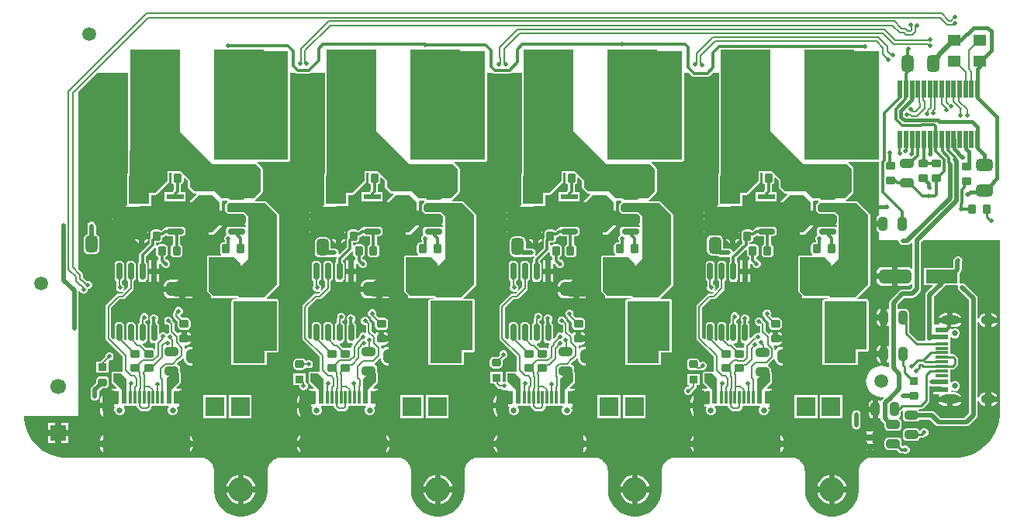
<source format=gtl>
G04*
G04 #@! TF.GenerationSoftware,Altium Limited,Altium Designer,23.4.1 (23)*
G04*
G04 Layer_Physical_Order=1*
G04 Layer_Color=255*
%FSLAX44Y44*%
%MOMM*%
G71*
G04*
G04 #@! TF.SameCoordinates,3060DD58-918D-4E1B-9459-4C9D01607EA3*
G04*
G04*
G04 #@! TF.FilePolarity,Positive*
G04*
G01*
G75*
G04:AMPARAMS|DCode=10|XSize=1.45mm|YSize=0.95mm|CornerRadius=0.2375mm|HoleSize=0mm|Usage=FLASHONLY|Rotation=0.000|XOffset=0mm|YOffset=0mm|HoleType=Round|Shape=RoundedRectangle|*
%AMROUNDEDRECTD10*
21,1,1.4500,0.4750,0,0,0.0*
21,1,0.9750,0.9500,0,0,0.0*
1,1,0.4750,0.4875,-0.2375*
1,1,0.4750,-0.4875,-0.2375*
1,1,0.4750,-0.4875,0.2375*
1,1,0.4750,0.4875,0.2375*
%
%ADD10ROUNDEDRECTD10*%
G04:AMPARAMS|DCode=11|XSize=1mm|YSize=0.9mm|CornerRadius=0.225mm|HoleSize=0mm|Usage=FLASHONLY|Rotation=0.000|XOffset=0mm|YOffset=0mm|HoleType=Round|Shape=RoundedRectangle|*
%AMROUNDEDRECTD11*
21,1,1.0000,0.4500,0,0,0.0*
21,1,0.5500,0.9000,0,0,0.0*
1,1,0.4500,0.2750,-0.2250*
1,1,0.4500,-0.2750,-0.2250*
1,1,0.4500,-0.2750,0.2250*
1,1,0.4500,0.2750,0.2250*
%
%ADD11ROUNDEDRECTD11*%
G04:AMPARAMS|DCode=12|XSize=1.8mm|YSize=1.3mm|CornerRadius=0.325mm|HoleSize=0mm|Usage=FLASHONLY|Rotation=90.000|XOffset=0mm|YOffset=0mm|HoleType=Round|Shape=RoundedRectangle|*
%AMROUNDEDRECTD12*
21,1,1.8000,0.6500,0,0,90.0*
21,1,1.1500,1.3000,0,0,90.0*
1,1,0.6500,0.3250,0.5750*
1,1,0.6500,0.3250,-0.5750*
1,1,0.6500,-0.3250,-0.5750*
1,1,0.6500,-0.3250,0.5750*
%
%ADD12ROUNDEDRECTD12*%
G04:AMPARAMS|DCode=13|XSize=1.5mm|YSize=3.5mm|CornerRadius=0.375mm|HoleSize=0mm|Usage=FLASHONLY|Rotation=270.000|XOffset=0mm|YOffset=0mm|HoleType=Round|Shape=RoundedRectangle|*
%AMROUNDEDRECTD13*
21,1,1.5000,2.7500,0,0,270.0*
21,1,0.7500,3.5000,0,0,270.0*
1,1,0.7500,-1.3750,-0.3750*
1,1,0.7500,-1.3750,0.3750*
1,1,0.7500,1.3750,0.3750*
1,1,0.7500,1.3750,-0.3750*
%
%ADD13ROUNDEDRECTD13*%
%ADD14R,3.5000X1.5000*%
G04:AMPARAMS|DCode=15|XSize=3mm|YSize=4mm|CornerRadius=0mm|HoleSize=0mm|Usage=FLASHONLY|Rotation=0.000|XOffset=0mm|YOffset=0mm|HoleType=Round|Shape=Octagon|*
%AMOCTAGOND15*
4,1,8,-0.7500,2.0000,0.7500,2.0000,1.5000,1.2500,1.5000,-1.2500,0.7500,-2.0000,-0.7500,-2.0000,-1.5000,-1.2500,-1.5000,1.2500,-0.7500,2.0000,0.0*
%
%ADD15OCTAGOND15*%

%ADD16R,1.9000X0.6000*%
G04:AMPARAMS|DCode=17|XSize=0.6mm|YSize=1.9mm|CornerRadius=0.15mm|HoleSize=0mm|Usage=FLASHONLY|Rotation=90.000|XOffset=0mm|YOffset=0mm|HoleType=Round|Shape=RoundedRectangle|*
%AMROUNDEDRECTD17*
21,1,0.6000,1.6000,0,0,90.0*
21,1,0.3000,1.9000,0,0,90.0*
1,1,0.3000,0.8000,0.1500*
1,1,0.3000,0.8000,-0.1500*
1,1,0.3000,-0.8000,-0.1500*
1,1,0.3000,-0.8000,0.1500*
%
%ADD17ROUNDEDRECTD17*%
G04:AMPARAMS|DCode=18|XSize=1mm|YSize=0.9mm|CornerRadius=0.225mm|HoleSize=0mm|Usage=FLASHONLY|Rotation=90.000|XOffset=0mm|YOffset=0mm|HoleType=Round|Shape=RoundedRectangle|*
%AMROUNDEDRECTD18*
21,1,1.0000,0.4500,0,0,90.0*
21,1,0.5500,0.9000,0,0,90.0*
1,1,0.4500,0.2250,0.2750*
1,1,0.4500,0.2250,-0.2750*
1,1,0.4500,-0.2250,-0.2750*
1,1,0.4500,-0.2250,0.2750*
%
%ADD18ROUNDEDRECTD18*%
%ADD19R,5.5000X12.0000*%
%ADD20R,0.3000X1.4500*%
%ADD21R,0.6000X1.4500*%
%ADD22R,0.6000X1.9000*%
G04:AMPARAMS|DCode=23|XSize=0.6mm|YSize=1.9mm|CornerRadius=0.15mm|HoleSize=0mm|Usage=FLASHONLY|Rotation=0.000|XOffset=0mm|YOffset=0mm|HoleType=Round|Shape=RoundedRectangle|*
%AMROUNDEDRECTD23*
21,1,0.6000,1.6000,0,0,0.0*
21,1,0.3000,1.9000,0,0,0.0*
1,1,0.3000,0.1500,-0.8000*
1,1,0.3000,-0.1500,-0.8000*
1,1,0.3000,-0.1500,0.8000*
1,1,0.3000,0.1500,0.8000*
%
%ADD23ROUNDEDRECTD23*%
G04:AMPARAMS|DCode=24|XSize=1.9mm|YSize=0.48mm|CornerRadius=0.06mm|HoleSize=0mm|Usage=FLASHONLY|Rotation=270.000|XOffset=0mm|YOffset=0mm|HoleType=Round|Shape=RoundedRectangle|*
%AMROUNDEDRECTD24*
21,1,1.9000,0.3600,0,0,270.0*
21,1,1.7800,0.4800,0,0,270.0*
1,1,0.1200,-0.1800,-0.8900*
1,1,0.1200,-0.1800,0.8900*
1,1,0.1200,0.1800,0.8900*
1,1,0.1200,0.1800,-0.8900*
%
%ADD24ROUNDEDRECTD24*%
%ADD25R,0.4800X1.9000*%
%ADD26R,1.4000X1.2000*%
G04:AMPARAMS|DCode=27|XSize=0.95mm|YSize=0.85mm|CornerRadius=0.2125mm|HoleSize=0mm|Usage=FLASHONLY|Rotation=180.000|XOffset=0mm|YOffset=0mm|HoleType=Round|Shape=RoundedRectangle|*
%AMROUNDEDRECTD27*
21,1,0.9500,0.4250,0,0,180.0*
21,1,0.5250,0.8500,0,0,180.0*
1,1,0.4250,-0.2625,0.2125*
1,1,0.4250,0.2625,0.2125*
1,1,0.4250,0.2625,-0.2125*
1,1,0.4250,-0.2625,-0.2125*
%
%ADD27ROUNDEDRECTD27*%
%ADD28R,0.9500X0.8500*%
G04:AMPARAMS|DCode=29|XSize=1.5mm|YSize=1.52mm|CornerRadius=0.375mm|HoleSize=0mm|Usage=FLASHONLY|Rotation=0.000|XOffset=0mm|YOffset=0mm|HoleType=Round|Shape=RoundedRectangle|*
%AMROUNDEDRECTD29*
21,1,1.5000,0.7700,0,0,0.0*
21,1,0.7500,1.5200,0,0,0.0*
1,1,0.7500,0.3750,-0.3850*
1,1,0.7500,-0.3750,-0.3850*
1,1,0.7500,-0.3750,0.3850*
1,1,0.7500,0.3750,0.3850*
%
%ADD29ROUNDEDRECTD29*%
%ADD30R,2.2000X3.1000*%
G04:AMPARAMS|DCode=31|XSize=1.8mm|YSize=1.3mm|CornerRadius=0.325mm|HoleSize=0mm|Usage=FLASHONLY|Rotation=180.000|XOffset=0mm|YOffset=0mm|HoleType=Round|Shape=RoundedRectangle|*
%AMROUNDEDRECTD31*
21,1,1.8000,0.6500,0,0,180.0*
21,1,1.1500,1.3000,0,0,180.0*
1,1,0.6500,-0.5750,0.3250*
1,1,0.6500,0.5750,0.3250*
1,1,0.6500,0.5750,-0.3250*
1,1,0.6500,-0.5750,-0.3250*
%
%ADD31ROUNDEDRECTD31*%
%ADD32R,1.4500X0.3000*%
%ADD33R,1.4500X0.6000*%
%ADD34C,1.5000*%
G04:AMPARAMS|DCode=35|XSize=1.45mm|YSize=0.95mm|CornerRadius=0.2375mm|HoleSize=0mm|Usage=FLASHONLY|Rotation=90.000|XOffset=0mm|YOffset=0mm|HoleType=Round|Shape=RoundedRectangle|*
%AMROUNDEDRECTD35*
21,1,1.4500,0.4750,0,0,90.0*
21,1,0.9750,0.9500,0,0,90.0*
1,1,0.4750,0.2375,0.4875*
1,1,0.4750,0.2375,-0.4875*
1,1,0.4750,-0.2375,-0.4875*
1,1,0.4750,-0.2375,0.4875*
%
%ADD35ROUNDEDRECTD35*%
%ADD36C,0.2032*%
%ADD37C,0.3048*%
%ADD38C,0.2540*%
%ADD39C,0.3810*%
%ADD40C,0.5080*%
%ADD41C,0.4064*%
%ADD42R,2.2606X2.9972*%
%ADD43R,2.1874X2.9972*%
%ADD44R,4.6802X5.4128*%
%ADD45R,1.2888X6.9284*%
%ADD46R,1.7910X1.4478*%
%ADD47R,4.0000X11.9000*%
%ADD48R,3.8478X2.9250*%
%ADD49R,1.7780X1.4478*%
%ADD50R,4.6664X5.3874*%
%ADD51R,4.7288X5.4128*%
%ADD52R,3.3274X2.3622*%
%ADD53R,2.3114X3.0988*%
%ADD54R,4.6178X5.3366*%
%ADD55R,2.1082X2.1082*%
%ADD56O,1.0000X1.6000*%
%ADD57C,0.6750*%
%ADD58O,1.0000X2.1000*%
%ADD59C,1.7000*%
%ADD60R,1.7000X1.7000*%
%ADD61O,1.6000X1.0000*%
%ADD62O,2.1000X1.0000*%
%ADD63C,2.7000*%
%ADD64C,0.5000*%
G36*
X759860Y433988D02*
X760041D01*
Y420616D01*
X759374D01*
Y386416D01*
X758395Y386011D01*
X757750Y385365D01*
X757425Y385690D01*
Y381738D01*
X751075D01*
Y385690D01*
X750750Y385365D01*
X750425Y385690D01*
Y381738D01*
X747250D01*
Y378563D01*
X743297D01*
X743622Y378238D01*
X743297Y377913D01*
X747250D01*
Y371563D01*
X743297D01*
X743622Y371238D01*
X743297Y370913D01*
X747250D01*
Y364563D01*
X743297D01*
X743622Y364238D01*
X743297Y363913D01*
X747250D01*
Y360738D01*
X750425D01*
Y356785D01*
X750750Y357110D01*
X751075Y356785D01*
Y360738D01*
X757425D01*
Y356785D01*
X757750Y357110D01*
X758075Y356785D01*
Y360738D01*
X764425D01*
Y356785D01*
X764750Y357110D01*
X765395Y356465D01*
X767247Y355698D01*
X767569D01*
X767597Y355663D01*
X775080D01*
X782129D01*
X781842Y357107D01*
X780783Y358691D01*
X779199Y359750D01*
X778938Y359802D01*
X778800Y360770D01*
X778841Y361116D01*
X780839Y362451D01*
X781198Y362988D01*
X765580D01*
X765080Y363488D01*
X762080Y366488D01*
Y374488D01*
X766080Y378488D01*
X781329Y378488D01*
X780839Y379221D01*
X778758Y380611D01*
X776304Y381099D01*
X773290D01*
Y382740D01*
X772625Y384346D01*
X773159Y385616D01*
X785374D01*
Y397449D01*
X790080D01*
X790080Y397449D01*
X790860Y397604D01*
X791522Y398046D01*
X791522Y398046D01*
X802658Y409182D01*
X803394Y409674D01*
X803886Y410410D01*
X804522Y411046D01*
X804964Y411707D01*
X805119Y412488D01*
Y421449D01*
X807337D01*
X808015Y420179D01*
X807827Y419896D01*
X807497Y418238D01*
Y412738D01*
X807827Y411080D01*
X808766Y409674D01*
X810172Y408734D01*
X810487Y408672D01*
Y402800D01*
X808978Y401291D01*
X808977Y401291D01*
X808616Y400750D01*
X800018D01*
Y390750D01*
X823018D01*
Y400750D01*
X818837D01*
X817673Y401312D01*
Y408672D01*
X817988Y408734D01*
X819394Y409674D01*
X820333Y411080D01*
X820663Y412738D01*
Y415861D01*
X821837Y416347D01*
X825541Y412643D01*
Y405988D01*
X825541Y405988D01*
X825696Y405207D01*
X826138Y404546D01*
X831138Y399546D01*
X831800Y399104D01*
X832580Y398949D01*
X834297D01*
X834783Y397775D01*
X827478Y390470D01*
Y389488D01*
X830080D01*
X839693Y379875D01*
X862558D01*
Y390248D01*
X862562Y390475D01*
X863375Y391449D01*
X868410D01*
X868518Y391377D01*
X868631Y390010D01*
X868579Y389871D01*
X866638Y387930D01*
X866638Y387930D01*
X866196Y387268D01*
X866041Y386488D01*
Y380488D01*
X866196Y379707D01*
X866638Y379046D01*
X868638Y377046D01*
X868818Y376926D01*
X868861Y376488D01*
X886080D01*
X889080Y373488D01*
X889080Y367488D01*
X886323Y364731D01*
X886518D01*
X887771Y364980D01*
X889041Y364266D01*
Y363021D01*
X888092Y362513D01*
X887771Y362469D01*
X886518Y362718D01*
X870518D01*
X869152Y362447D01*
X867995Y361673D01*
X867221Y360516D01*
X866949Y359150D01*
Y356150D01*
X867221Y354784D01*
X867399Y354517D01*
X867031Y353303D01*
X865765Y352037D01*
X865080Y350383D01*
Y348593D01*
X865765Y346939D01*
X865863Y346841D01*
X865687Y345571D01*
X864830D01*
X863172Y345241D01*
X861766Y344302D01*
X860827Y342896D01*
X860497Y341238D01*
Y335738D01*
X860827Y334080D01*
X861684Y332797D01*
X861542Y332223D01*
X861196Y331527D01*
X848580D01*
X847800Y331372D01*
X847138Y330930D01*
X846696Y330268D01*
X846541Y329488D01*
Y292488D01*
X846541Y292488D01*
X846696Y291707D01*
X847138Y291046D01*
X851080Y287104D01*
Y284988D01*
X878591D01*
X878719Y284797D01*
X878040Y283527D01*
X875080D01*
X874300Y283372D01*
X873638Y282930D01*
X873196Y282268D01*
X873041Y281488D01*
Y228122D01*
X873080Y227925D01*
Y211988D01*
X912080D01*
Y226083D01*
X921258D01*
X922038Y226238D01*
X922700Y226680D01*
X923142Y227341D01*
X923297Y228122D01*
Y281488D01*
X923142Y282268D01*
X922700Y282930D01*
X922038Y283372D01*
X921258Y283527D01*
X911799D01*
X911273Y284797D01*
X924522Y298046D01*
X924964Y298708D01*
X925119Y299488D01*
Y348488D01*
Y375488D01*
X924964Y376268D01*
X924522Y376930D01*
X911522Y389930D01*
X910860Y390372D01*
X910080Y390527D01*
X898961D01*
X898650Y391797D01*
X899022Y392046D01*
X899022Y392046D01*
X906522Y399546D01*
X906964Y400207D01*
X907119Y400988D01*
Y425988D01*
X906964Y426768D01*
X906522Y427430D01*
X906522Y427430D01*
X901522Y432430D01*
X901150Y432679D01*
X901461Y433949D01*
X935080D01*
Y375582D01*
X934913Y375549D01*
X933288Y374462D01*
X932201Y372837D01*
X931820Y370919D01*
Y369219D01*
X939206D01*
Y362869D01*
X931820D01*
Y361169D01*
X932201Y359251D01*
X933288Y357625D01*
X934913Y356539D01*
X935080Y356506D01*
Y348488D01*
X955209D01*
X955408Y348429D01*
X956253Y347248D01*
X956382Y346600D01*
Y346353D01*
X956476Y346125D01*
X956605Y345476D01*
X956973Y344927D01*
X957067Y344699D01*
X957242Y344524D01*
X957609Y343975D01*
X958158Y343607D01*
X958333Y343433D01*
X958561Y343339D01*
X959111Y342971D01*
X959759Y342842D01*
X959987Y342748D01*
X960234D01*
X960882Y342619D01*
X965347D01*
X965347Y342619D01*
X967119Y342971D01*
X968621Y343975D01*
X970066Y345420D01*
X971239Y344934D01*
Y317576D01*
X969969Y317037D01*
X968284Y318163D01*
X965830Y318651D01*
X955255D01*
Y308488D01*
Y298325D01*
X965830D01*
X968284Y298813D01*
X969969Y299939D01*
X971239Y299400D01*
Y296333D01*
X968871Y293965D01*
X960374D01*
X960374Y293965D01*
X958603Y293612D01*
X957101Y292609D01*
X957101Y292609D01*
X947449Y282957D01*
X946445Y281455D01*
X946093Y279684D01*
X946093Y279684D01*
Y273036D01*
X944823Y272358D01*
X943873Y272993D01*
X942755Y273215D01*
Y263488D01*
Y253761D01*
X943873Y253983D01*
X944823Y254618D01*
X946093Y253939D01*
Y233036D01*
X944823Y232358D01*
X943873Y232993D01*
X942755Y233215D01*
Y223488D01*
Y213761D01*
X943873Y213983D01*
X944823Y214618D01*
X946093Y213939D01*
Y209529D01*
X945004Y208876D01*
X944117Y209350D01*
X940913Y210322D01*
X937580Y210650D01*
X934247Y210322D01*
X931043Y209350D01*
X928090Y207771D01*
X925501Y205647D01*
X923377Y203058D01*
X921798Y200105D01*
X920826Y196900D01*
X920498Y193568D01*
X920826Y190235D01*
X921798Y187031D01*
X923377Y184077D01*
X925501Y181489D01*
X928090Y179364D01*
X931043Y177786D01*
X934247Y176814D01*
X937580Y176486D01*
X938994Y176625D01*
X939537Y175477D01*
X937797Y173737D01*
X937151Y172771D01*
X935605Y172276D01*
X935117Y172603D01*
X933999Y172825D01*
Y163098D01*
Y153371D01*
X934098Y153390D01*
D01*
X935117Y153593D01*
X935321Y153729D01*
X936261Y153227D01*
X936441Y152998D01*
X936793Y151226D01*
X937797Y149725D01*
X940744Y146777D01*
Y144113D01*
X941084Y142406D01*
X942051Y140959D01*
X943498Y139992D01*
X945205Y139652D01*
X954955D01*
X956662Y139992D01*
X958109Y140959D01*
X959076Y142406D01*
X959416Y144113D01*
Y148863D01*
X959076Y150570D01*
X958109Y152017D01*
X956662Y152984D01*
X956482Y153020D01*
X956284Y154354D01*
X957353Y155069D01*
X958320Y156516D01*
X958660Y158223D01*
Y160559D01*
X958932Y160740D01*
X960649Y162458D01*
X960794Y162421D01*
X961353Y160972D01*
X961084Y160570D01*
X960744Y158863D01*
Y154113D01*
X961084Y152406D01*
X962051Y150959D01*
X963498Y149992D01*
X965205Y149652D01*
X974955D01*
X976662Y149992D01*
X978109Y150959D01*
X978711Y151859D01*
X990721D01*
X996725Y145855D01*
X996725Y145855D01*
X998227Y144851D01*
X999998Y144499D01*
X999998Y144499D01*
X1029970D01*
X1029970Y144499D01*
X1031741Y144851D01*
X1033243Y145855D01*
X1041117Y153729D01*
X1041117Y153729D01*
X1042121Y155230D01*
X1042473Y157002D01*
Y172067D01*
X1043734Y172219D01*
X1044494Y170385D01*
X1045702Y168810D01*
X1047277Y167601D01*
X1049111Y166841D01*
X1050905Y166605D01*
Y174187D01*
Y181769D01*
X1049111Y181533D01*
X1047277Y180773D01*
X1045702Y179565D01*
X1044494Y177990D01*
X1043734Y176155D01*
X1042473Y176307D01*
Y258467D01*
X1043734Y258619D01*
X1044494Y256784D01*
X1045702Y255209D01*
X1047277Y254001D01*
X1049111Y253241D01*
X1050905Y253005D01*
Y260587D01*
Y268169D01*
X1049111Y267933D01*
X1047277Y267173D01*
X1045702Y265965D01*
X1044494Y264389D01*
X1043734Y262555D01*
X1042473Y262707D01*
Y284256D01*
X1042473Y284256D01*
X1042121Y286027D01*
X1041117Y287529D01*
X1041117Y287529D01*
X1028925Y299721D01*
X1028375Y300088D01*
X1028201Y300263D01*
X1027973Y300357D01*
X1027423Y300724D01*
X1026775Y300853D01*
X1026547Y300948D01*
X1026300D01*
X1025652Y301077D01*
X1025004Y300948D01*
X1024757D01*
X1024529Y300853D01*
X1023881Y300724D01*
X1023850Y300704D01*
X1022641Y301315D01*
X1022580Y301399D01*
Y311441D01*
X1023853Y312715D01*
X1023853Y312715D01*
X1024857Y314216D01*
X1025209Y315988D01*
X1025209Y315988D01*
Y323665D01*
X1025357Y323886D01*
X1025486Y324535D01*
X1025580Y324763D01*
Y325009D01*
X1025709Y325658D01*
X1025580Y326306D01*
Y326553D01*
X1025486Y326781D01*
X1025357Y327429D01*
X1024989Y327979D01*
X1024895Y328207D01*
X1024721Y328381D01*
X1024353Y328931D01*
X1023803Y329298D01*
X1023629Y329473D01*
X1023401Y329567D01*
X1022851Y329934D01*
X1022203Y330063D01*
X1021975Y330158D01*
X1021728D01*
X1021080Y330287D01*
X1020432Y330158D01*
X1020185D01*
X1019957Y330063D01*
X1019309Y329934D01*
X1018759Y329567D01*
X1018531Y329473D01*
X1018356Y329298D01*
X1017807Y328931D01*
X1017307Y328431D01*
X1016303Y326929D01*
X1015951Y325158D01*
X1015951Y325158D01*
Y317988D01*
X983580D01*
Y298988D01*
X992874D01*
X993360Y297815D01*
X986565Y291019D01*
X985561Y289517D01*
X985209Y287746D01*
X985209Y287746D01*
Y240568D01*
X985209Y240568D01*
X985338Y239919D01*
Y239673D01*
X985432Y239445D01*
X985449Y239362D01*
X984710Y238229D01*
X984505Y238092D01*
X977217D01*
X967968Y247341D01*
Y256933D01*
X967715Y258209D01*
X967416Y258657D01*
Y268363D01*
X967076Y270070D01*
X966109Y271517D01*
X964662Y272484D01*
X962955Y272824D01*
X958205D01*
X956621Y272508D01*
X956279Y272569D01*
X955351Y273065D01*
Y277766D01*
X962291Y284707D01*
X970788D01*
X970788Y284707D01*
X972559Y285059D01*
X974061Y286063D01*
X979141Y291143D01*
X979141Y291143D01*
X980145Y292644D01*
X980497Y294416D01*
X980497Y294416D01*
Y345838D01*
X983146Y348488D01*
X1066793D01*
Y159740D01*
X1066793Y156514D01*
X1065950Y150118D01*
X1064281Y143887D01*
X1061812Y137927D01*
X1058587Y132340D01*
X1054659Y127222D01*
X1050098Y122660D01*
X1044980Y118733D01*
X1039393Y115507D01*
X1033433Y113039D01*
X1027202Y111369D01*
X1020806Y110527D01*
X1017580Y110527D01*
X935080Y110527D01*
D01*
X927468D01*
X927418Y110517D01*
X927367Y110525D01*
X926122Y110463D01*
X925976Y110426D01*
X925825D01*
X923383Y109941D01*
X923198Y109864D01*
X923001Y109825D01*
X920701Y108872D01*
X920534Y108760D01*
X920348Y108683D01*
X920055Y108488D01*
X918278Y107300D01*
X918136Y107158D01*
X917969Y107047D01*
X916209Y105286D01*
X916097Y105119D01*
X915955Y104977D01*
X914572Y102907D01*
X914495Y102722D01*
X914383Y102555D01*
X913431Y100255D01*
X913392Y100058D01*
X913315Y99872D01*
X912829Y97430D01*
Y97279D01*
X912792Y97133D01*
X912731Y95888D01*
X912739Y95838D01*
X912729Y95788D01*
Y75488D01*
Y73170D01*
X912004Y68592D01*
X910571Y64184D01*
X908467Y60053D01*
X905742Y56303D01*
X902464Y53025D01*
X898715Y50301D01*
X894584Y48197D01*
X890176Y46764D01*
X885598Y46039D01*
X880962D01*
X876384Y46764D01*
X871975Y48197D01*
X867845Y50301D01*
X864095Y53026D01*
X860817Y56303D01*
X858093Y60053D01*
X855989Y64184D01*
X854556Y68592D01*
X853831Y73170D01*
Y75488D01*
Y95788D01*
X853821Y95838D01*
X853829Y95888D01*
X853767Y97133D01*
X853730Y97279D01*
Y97430D01*
X853245Y99872D01*
X853168Y100058D01*
X853129Y100255D01*
X852176Y102555D01*
X852065Y102722D01*
X851988Y102907D01*
X850605Y104977D01*
X850463Y105119D01*
X850351Y105286D01*
X848591Y107047D01*
X848424Y107158D01*
X848282Y107300D01*
X846212Y108684D01*
X846026Y108760D01*
X845859Y108872D01*
X843559Y109825D01*
X843362Y109864D01*
X843176Y109941D01*
X840735Y110427D01*
X840583D01*
X840437Y110463D01*
X839192Y110524D01*
X839142Y110517D01*
X839092Y110527D01*
X712468D01*
X712418Y110517D01*
X712367Y110524D01*
X711122Y110463D01*
X710976Y110426D01*
X710825D01*
X708383Y109941D01*
X708198Y109864D01*
X708001Y109824D01*
X705701Y108872D01*
X705534Y108760D01*
X705348Y108683D01*
X703278Y107300D01*
X703136Y107158D01*
X702969Y107047D01*
X701209Y105286D01*
X701097Y105119D01*
X700955Y104977D01*
X699572Y102907D01*
X699495Y102722D01*
X699384Y102555D01*
X698431Y100255D01*
X698392Y100058D01*
X698315Y99872D01*
X697829Y97430D01*
Y97279D01*
X697792Y97133D01*
X697731Y95888D01*
X697739Y95838D01*
X697729Y95788D01*
Y75488D01*
Y73170D01*
X697004Y68592D01*
X695571Y64184D01*
X693467Y60053D01*
X690742Y56303D01*
X687465Y53025D01*
X683715Y50301D01*
X679584Y48197D01*
X675176Y46764D01*
X670598Y46039D01*
X665962D01*
X661384Y46764D01*
X656976Y48197D01*
X652845Y50301D01*
X649095Y53025D01*
X645818Y56303D01*
X643093Y60053D01*
X640989Y64183D01*
X639556Y68592D01*
X638831Y73170D01*
Y75488D01*
Y95788D01*
X638821Y95838D01*
X638829Y95888D01*
X638767Y97133D01*
X638731Y97279D01*
Y97430D01*
X638245Y99872D01*
X638168Y100057D01*
X638129Y100254D01*
X637176Y102555D01*
X637065Y102722D01*
X636988Y102907D01*
X635605Y104977D01*
X635463Y105119D01*
X635351Y105286D01*
X633591Y107047D01*
X633424Y107158D01*
X633282Y107300D01*
X631212Y108684D01*
X631026Y108760D01*
X630859Y108872D01*
X628559Y109825D01*
X628362Y109864D01*
X628176Y109941D01*
X625735Y110427D01*
X625583D01*
X625437Y110463D01*
X624192Y110524D01*
X624142Y110517D01*
X624092Y110527D01*
X497468Y110527D01*
X497418Y110517D01*
X497367Y110524D01*
X496122Y110463D01*
X495976Y110426D01*
X495825D01*
X493383Y109941D01*
X493198Y109864D01*
X493001Y109824D01*
X490701Y108872D01*
X490534Y108760D01*
X490348Y108683D01*
X488278Y107300D01*
X488136Y107158D01*
X487969Y107047D01*
X486209Y105286D01*
X486097Y105119D01*
X485955Y104977D01*
X484572Y102907D01*
X484495Y102722D01*
X484384Y102555D01*
X483431Y100255D01*
X483392Y100058D01*
X483315Y99872D01*
X482829Y97430D01*
Y97279D01*
X482792Y97133D01*
X482731Y95888D01*
X482739Y95838D01*
X482729Y95788D01*
Y75488D01*
Y73170D01*
X482004Y68592D01*
X480571Y64184D01*
X478467Y60053D01*
X475742Y56303D01*
X472464Y53025D01*
X468715Y50301D01*
X464584Y48197D01*
X460176Y46764D01*
X455598Y46039D01*
X450962D01*
X446384Y46764D01*
X441976Y48197D01*
X437845Y50301D01*
X434095Y53025D01*
X430818Y56303D01*
X428093Y60053D01*
X425989Y64183D01*
X424556Y68592D01*
X423831Y73170D01*
Y75488D01*
Y95788D01*
X423821Y95838D01*
X423829Y95888D01*
X423767Y97133D01*
X423731Y97279D01*
Y97430D01*
X423245Y99872D01*
X423168Y100057D01*
X423129Y100254D01*
X422176Y102555D01*
X422065Y102722D01*
X421988Y102907D01*
X420605Y104977D01*
X420463Y105119D01*
X420351Y105286D01*
X418591Y107047D01*
X418424Y107158D01*
X418282Y107300D01*
X416212Y108684D01*
X416026Y108760D01*
X415859Y108872D01*
X413559Y109825D01*
X413362Y109864D01*
X413176Y109941D01*
X410735Y110427D01*
X410583D01*
X410437Y110463D01*
X409192Y110524D01*
X409142Y110517D01*
X409092Y110527D01*
X282468Y110527D01*
X282418Y110517D01*
X282367Y110524D01*
X281122Y110463D01*
X280976Y110426D01*
X280825D01*
X278383Y109941D01*
X278198Y109864D01*
X278001Y109824D01*
X275701Y108872D01*
X275534Y108760D01*
X275348Y108683D01*
X273278Y107300D01*
X273136Y107158D01*
X272969Y107047D01*
X271209Y105286D01*
X271097Y105119D01*
X270955Y104977D01*
X269572Y102907D01*
X269495Y102722D01*
X269384Y102555D01*
X268431Y100255D01*
X268392Y100058D01*
X268315Y99872D01*
X267829Y97430D01*
Y97279D01*
X267792Y97133D01*
X267731Y95888D01*
X267739Y95838D01*
X267729Y95788D01*
Y75488D01*
Y73170D01*
X267004Y68592D01*
X265571Y64184D01*
X263467Y60053D01*
X260742Y56303D01*
X257465Y53025D01*
X253715Y50301D01*
X249584Y48197D01*
X245176Y46764D01*
X240598Y46039D01*
X235962D01*
X231384Y46764D01*
X226976Y48197D01*
X222845Y50301D01*
X219095Y53025D01*
X215818Y56303D01*
X213093Y60053D01*
X210989Y64183D01*
X209556Y68592D01*
X208831Y73170D01*
Y75488D01*
Y95788D01*
X208821Y95838D01*
X208829Y95888D01*
X208768Y97133D01*
X208731Y97279D01*
Y97430D01*
X208245Y99872D01*
X208168Y100058D01*
X208129Y100255D01*
X207176Y102555D01*
X207065Y102722D01*
X206988Y102907D01*
X205605Y104978D01*
X205463Y105120D01*
X205351Y105287D01*
X203591Y107047D01*
X203424Y107159D01*
X203282Y107301D01*
X201212Y108684D01*
X201026Y108761D01*
X200859Y108872D01*
X198559Y109825D01*
X198362Y109864D01*
X198176Y109941D01*
X195735Y110427D01*
X195583D01*
X195437Y110463D01*
X194192Y110524D01*
X194142Y110517D01*
X194092Y110527D01*
X97580Y110527D01*
X47580Y110527D01*
X44595Y110527D01*
X38676Y111306D01*
X32910Y112851D01*
X27394Y115136D01*
X22225Y118121D01*
X17488Y121755D01*
X13267Y125976D01*
X9633Y130712D01*
X6648Y135882D01*
X4363Y141398D01*
X2818Y147164D01*
X2039Y153083D01*
X2039Y155988D01*
X60674D01*
Y250019D01*
X60794Y250621D01*
X60888Y250849D01*
Y251096D01*
X61017Y251744D01*
Y292355D01*
X62287Y292607D01*
X62709Y291589D01*
X63975Y290323D01*
X65629Y289638D01*
X67419D01*
X69073Y290323D01*
X70339Y291589D01*
X71024Y293242D01*
Y294587D01*
X72369D01*
X74023Y295273D01*
X75288Y296538D01*
X75974Y298192D01*
Y299982D01*
X75288Y301636D01*
X74023Y302902D01*
X72369Y303587D01*
X70578D01*
X69890Y303302D01*
X66921Y306271D01*
X65924Y306938D01*
X65743Y306974D01*
Y310344D01*
X65509Y311521D01*
X64842Y312519D01*
X64842Y312519D01*
X60674Y316687D01*
Y510253D01*
X81409Y530988D01*
X114860D01*
Y433988D01*
X115041D01*
Y420616D01*
X114374D01*
Y386416D01*
X113395Y386011D01*
X112750Y385365D01*
X112425Y385690D01*
Y381738D01*
X106075D01*
Y385690D01*
X105750Y385365D01*
X105425Y385690D01*
Y381738D01*
X102250D01*
Y378563D01*
X98297D01*
X98622Y378238D01*
X98297Y377913D01*
X102250D01*
Y371563D01*
X98297D01*
X98622Y371238D01*
X98297Y370913D01*
X102250D01*
Y364563D01*
X98297D01*
X98622Y364238D01*
X98297Y363913D01*
X102250D01*
Y357563D01*
X98297D01*
X99371Y356489D01*
X99373Y356305D01*
X99217Y355164D01*
X97869Y354896D01*
X95954Y353616D01*
X94674Y351701D01*
X94225Y349442D01*
Y346867D01*
X103378D01*
X112531D01*
Y349442D01*
X112082Y351701D01*
X110802Y353616D01*
X109587Y354428D01*
X109973Y355698D01*
X110253D01*
X112105Y356465D01*
X112750Y357110D01*
X113075Y356785D01*
Y360738D01*
X119425D01*
Y356785D01*
X119750Y357110D01*
X120395Y356465D01*
X122247Y355698D01*
X122569D01*
X122597Y355663D01*
X130080D01*
X137129D01*
X136842Y357107D01*
X135783Y358691D01*
X134199Y359750D01*
X133938Y359802D01*
X133800Y360770D01*
X133841Y361116D01*
X135839Y362451D01*
X136198Y362988D01*
X120580D01*
X120080Y363488D01*
X117080Y366488D01*
Y374488D01*
X121080Y378488D01*
X136328Y378488D01*
X135839Y379221D01*
X133758Y380611D01*
X131304Y381099D01*
X128290D01*
Y382740D01*
X127625Y384346D01*
X128159Y385616D01*
X140374D01*
Y397449D01*
X145080D01*
X145080Y397449D01*
X145860Y397604D01*
X146522Y398046D01*
X146522Y398046D01*
X157658Y409182D01*
X158394Y409674D01*
X158886Y410410D01*
X159522Y411046D01*
X159964Y411707D01*
X160119Y412488D01*
Y421449D01*
X162337D01*
X163015Y420179D01*
X162827Y419896D01*
X162497Y418238D01*
Y412738D01*
X162827Y411080D01*
X163766Y409674D01*
X165172Y408734D01*
X165487Y408672D01*
Y402800D01*
X163978Y401291D01*
X163977Y401291D01*
X163616Y400750D01*
X155018D01*
Y390750D01*
X178018D01*
Y400750D01*
X173837D01*
X172673Y401312D01*
Y408672D01*
X172988Y408734D01*
X174394Y409674D01*
X175333Y411080D01*
X175663Y412738D01*
Y415861D01*
X176837Y416347D01*
X180541Y412643D01*
Y405988D01*
X180541Y405988D01*
X180696Y405207D01*
X181138Y404546D01*
X186138Y399546D01*
X186800Y399104D01*
X187580Y398949D01*
X189298D01*
X189783Y397775D01*
X182478Y390470D01*
Y389488D01*
X185080D01*
X194693Y379875D01*
X217558D01*
Y390248D01*
X217562Y390475D01*
X218375Y391449D01*
X223410D01*
X223518Y391377D01*
X223631Y390010D01*
X223579Y389871D01*
X221638Y387930D01*
X221638Y387930D01*
X221196Y387268D01*
X221041Y386488D01*
Y380488D01*
X221196Y379707D01*
X221638Y379046D01*
X223638Y377046D01*
X223818Y376926D01*
X223861Y376488D01*
X241080D01*
X244080Y373488D01*
X244080Y367488D01*
X241323Y364731D01*
X241518D01*
X242771Y364980D01*
X244041Y364266D01*
Y363021D01*
X243092Y362513D01*
X242771Y362469D01*
X241518Y362718D01*
X225518D01*
X224152Y362447D01*
X222995Y361673D01*
X222221Y360516D01*
X221950Y359150D01*
Y356150D01*
X222221Y354784D01*
X222399Y354517D01*
X222031Y353303D01*
X220765Y352037D01*
X220080Y350383D01*
Y348593D01*
X220765Y346939D01*
X220863Y346841D01*
X220687Y345571D01*
X219830D01*
X218172Y345241D01*
X216766Y344302D01*
X215827Y342896D01*
X215497Y341238D01*
Y335738D01*
X215827Y334080D01*
X216684Y332797D01*
X216542Y332223D01*
X216196Y331527D01*
X203580D01*
X202800Y331372D01*
X202138Y330930D01*
X201696Y330268D01*
X201541Y329488D01*
Y292488D01*
X201541Y292488D01*
X201696Y291707D01*
X202138Y291046D01*
X206080Y287104D01*
Y284988D01*
X233591D01*
X233719Y284797D01*
X233040Y283527D01*
X230080D01*
X229300Y283372D01*
X228638Y282930D01*
X228196Y282268D01*
X228041Y281488D01*
Y227360D01*
X228080Y227163D01*
Y211988D01*
X267080D01*
Y225321D01*
X277368D01*
X278148Y225476D01*
X278810Y225918D01*
X279252Y226579D01*
X279407Y227360D01*
Y281488D01*
X279252Y282268D01*
X278810Y282930D01*
X278148Y283372D01*
X277368Y283527D01*
X266799D01*
X266273Y284797D01*
X279522Y298046D01*
X279964Y298708D01*
X280119Y299488D01*
Y375488D01*
X279964Y376268D01*
X279522Y376930D01*
X266522Y389930D01*
X265860Y390372D01*
X265080Y390527D01*
X253961D01*
X253650Y391797D01*
X254022Y392046D01*
X254022Y392046D01*
X261522Y399546D01*
X261964Y400207D01*
X262119Y400988D01*
Y425988D01*
X261964Y426768D01*
X261522Y427430D01*
X261522Y427430D01*
X256522Y432430D01*
X256150Y432679D01*
X256461Y433949D01*
X290080D01*
X290860Y434104D01*
X291522Y434546D01*
X291964Y435207D01*
X292119Y435988D01*
Y530988D01*
X297920D01*
X298853Y530364D01*
X300228Y530091D01*
X312166D01*
X313541Y530364D01*
X314474Y530988D01*
X329860D01*
Y433988D01*
X330041D01*
Y420616D01*
X329374D01*
Y386416D01*
X328395Y386011D01*
X327750Y385365D01*
X327425Y385690D01*
Y381738D01*
X321075D01*
Y385690D01*
X320750Y385365D01*
X320425Y385690D01*
Y381738D01*
X317250D01*
Y378563D01*
X313297D01*
X313622Y378238D01*
X313297Y377913D01*
X317250D01*
Y371563D01*
X313297D01*
X313622Y371238D01*
X313297Y370913D01*
X317250D01*
Y364563D01*
X313297D01*
X313622Y364238D01*
X313297Y363913D01*
X317250D01*
Y360738D01*
X320425D01*
Y356785D01*
X320750Y357110D01*
X321075Y356785D01*
Y360738D01*
X327425D01*
Y356785D01*
X327750Y357110D01*
X328075Y356785D01*
Y360738D01*
X334425D01*
Y356785D01*
X334750Y357110D01*
X335395Y356465D01*
X337248Y355698D01*
X337569D01*
X337597Y355663D01*
X345080D01*
Y352488D01*
D01*
Y355663D01*
X352129D01*
X351842Y357107D01*
X350783Y358691D01*
X349199Y359750D01*
X348938Y359802D01*
X348800Y360770D01*
X348841Y361116D01*
X350839Y362451D01*
X351198Y362988D01*
X335580D01*
X335080Y363488D01*
X332080Y366488D01*
Y374488D01*
X336080Y378488D01*
X351329Y378488D01*
X350839Y379221D01*
X348758Y380611D01*
X346304Y381099D01*
X343290D01*
Y382740D01*
X342625Y384346D01*
X343159Y385616D01*
X355374D01*
Y397449D01*
X360080D01*
X360080Y397449D01*
X360860Y397604D01*
X361522Y398046D01*
X361522Y398046D01*
X372658Y409182D01*
X373394Y409674D01*
X373886Y410410D01*
X374522Y411046D01*
X374964Y411707D01*
X375119Y412488D01*
Y421449D01*
X377337D01*
X378015Y420179D01*
X377827Y419896D01*
X377497Y418238D01*
Y412738D01*
X377827Y411080D01*
X378766Y409674D01*
X380172Y408734D01*
X380487Y408672D01*
Y402800D01*
X378978Y401291D01*
X378977Y401291D01*
X378616Y400750D01*
X370018D01*
Y390750D01*
X393018D01*
Y400750D01*
X388837D01*
X387673Y401312D01*
Y408672D01*
X387988Y408734D01*
X389394Y409674D01*
X390333Y411080D01*
X390663Y412738D01*
Y415861D01*
X391837Y416347D01*
X395541Y412643D01*
Y405988D01*
X395541Y405988D01*
X395696Y405207D01*
X396138Y404546D01*
X401138Y399546D01*
X401800Y399104D01*
X402580Y398949D01*
X404297D01*
X404784Y397775D01*
X397478Y390470D01*
Y389488D01*
X400080D01*
X409693Y379875D01*
X432558D01*
Y390248D01*
X432562Y390475D01*
X433375Y391449D01*
X438410D01*
X438518Y391377D01*
X438631Y390010D01*
X438579Y389871D01*
X436638Y387930D01*
X436638Y387930D01*
X436196Y387268D01*
X436041Y386488D01*
Y380488D01*
X436196Y379707D01*
X436638Y379046D01*
X438638Y377046D01*
X438818Y376926D01*
X438861Y376488D01*
X456080D01*
X459080Y373488D01*
X459080Y367488D01*
X456323Y364731D01*
X456518D01*
X457771Y364980D01*
X459041Y364266D01*
Y363021D01*
X458092Y362513D01*
X457771Y362469D01*
X456518Y362718D01*
X440518D01*
X439152Y362447D01*
X437995Y361673D01*
X437221Y360516D01*
X436950Y359150D01*
Y356150D01*
X437221Y354784D01*
X437399Y354517D01*
X437031Y353303D01*
X435765Y352037D01*
X435080Y350383D01*
Y348593D01*
X435765Y346939D01*
X435863Y346841D01*
X435687Y345571D01*
X434830D01*
X433172Y345241D01*
X431766Y344302D01*
X430827Y342896D01*
X430497Y341238D01*
Y335738D01*
X430827Y334080D01*
X431684Y332797D01*
X431542Y332223D01*
X431196Y331527D01*
X418580D01*
X417800Y331372D01*
X417138Y330930D01*
X416696Y330268D01*
X416541Y329488D01*
Y292488D01*
X416541Y292488D01*
X416696Y291707D01*
X417138Y291046D01*
X421080Y287104D01*
Y284988D01*
X448591D01*
X448719Y284797D01*
X448040Y283527D01*
X445080D01*
X444300Y283372D01*
X443638Y282930D01*
X443196Y282268D01*
X443041Y281488D01*
Y227614D01*
X443080Y227417D01*
Y211988D01*
X482080D01*
Y225575D01*
X491744D01*
X492524Y225730D01*
X493186Y226172D01*
X493628Y226833D01*
X493783Y227614D01*
Y281488D01*
X493628Y282268D01*
X493186Y282930D01*
X492524Y283372D01*
X491744Y283527D01*
X481799D01*
X481273Y284797D01*
X494522Y298046D01*
X494964Y298708D01*
X495119Y299488D01*
Y375488D01*
X494964Y376268D01*
X494522Y376930D01*
X481522Y389930D01*
X480860Y390372D01*
X480080Y390527D01*
X468961D01*
X468649Y391797D01*
X469022Y392046D01*
X469022Y392046D01*
X476522Y399546D01*
X476964Y400207D01*
X477119Y400988D01*
Y425988D01*
X476964Y426768D01*
X476522Y427430D01*
X476522Y427430D01*
X471522Y432430D01*
X471149Y432679D01*
X471461Y433949D01*
X505080D01*
X505860Y434104D01*
X506522Y434546D01*
X506964Y435207D01*
X507119Y435988D01*
Y530988D01*
X513312D01*
X514245Y530364D01*
X515620Y530091D01*
X531368D01*
X532743Y530364D01*
X533676Y530988D01*
X544860D01*
Y433988D01*
X545041D01*
Y420616D01*
X544374D01*
Y386416D01*
X543395Y386011D01*
X542750Y385365D01*
X542425Y385690D01*
Y381738D01*
X536075D01*
Y385690D01*
X535750Y385365D01*
X535425Y385690D01*
Y381738D01*
X532250D01*
Y378563D01*
X528297D01*
X528622Y378238D01*
X528297Y377913D01*
X532250D01*
Y371563D01*
X528297D01*
X528622Y371238D01*
X528297Y370913D01*
X532250D01*
Y364563D01*
X528297D01*
X528622Y364238D01*
X528297Y363913D01*
X532250D01*
Y360738D01*
X535425D01*
Y356785D01*
X535750Y357110D01*
X536075Y356785D01*
Y360738D01*
X542425D01*
Y356785D01*
X542750Y357110D01*
X543075Y356785D01*
Y360738D01*
X549425D01*
Y356785D01*
X549750Y357110D01*
X550395Y356465D01*
X552248Y355698D01*
X552569D01*
X552597Y355663D01*
X560080D01*
X567129D01*
X566842Y357107D01*
X565783Y358691D01*
X564199Y359750D01*
X563938Y359802D01*
X563800Y360770D01*
X563841Y361116D01*
X565839Y362451D01*
X566198Y362988D01*
X550580D01*
X550080Y363488D01*
X547080Y366488D01*
Y374488D01*
X551080Y378488D01*
X566329Y378488D01*
X565839Y379221D01*
X563758Y380611D01*
X561304Y381099D01*
X558290D01*
Y382740D01*
X557625Y384346D01*
X558159Y385616D01*
X570374D01*
Y397449D01*
X575080D01*
X575080Y397449D01*
X575860Y397604D01*
X576522Y398046D01*
X576522Y398046D01*
X587658Y409182D01*
X588394Y409674D01*
X588886Y410410D01*
X589522Y411046D01*
X589964Y411707D01*
X590119Y412488D01*
Y421449D01*
X592337D01*
X593015Y420179D01*
X592827Y419896D01*
X592497Y418238D01*
Y412738D01*
X592827Y411080D01*
X593766Y409674D01*
X595172Y408734D01*
X595487Y408672D01*
Y402800D01*
X593978Y401291D01*
X593977Y401291D01*
X593616Y400750D01*
X585018D01*
Y390750D01*
X608018D01*
Y400750D01*
X603837D01*
X602673Y401312D01*
Y408672D01*
X602988Y408734D01*
X604394Y409674D01*
X605333Y411080D01*
X605663Y412738D01*
Y415861D01*
X606837Y416347D01*
X610541Y412643D01*
Y405988D01*
X610541Y405988D01*
X610696Y405207D01*
X611138Y404546D01*
X616138Y399546D01*
X616800Y399104D01*
X617580Y398949D01*
X619297D01*
X619784Y397775D01*
X612478Y390470D01*
Y389488D01*
X615080D01*
X624693Y379875D01*
X647558D01*
Y390248D01*
X647562Y390475D01*
X648375Y391449D01*
X653410D01*
X653518Y391377D01*
X653631Y390010D01*
X653579Y389871D01*
X651638Y387930D01*
X651638Y387930D01*
X651196Y387268D01*
X651041Y386488D01*
Y380488D01*
X651196Y379707D01*
X651638Y379046D01*
X653638Y377046D01*
X653818Y376926D01*
X653861Y376488D01*
X671080D01*
X674080Y373488D01*
X674080Y367488D01*
X671323Y364731D01*
X671518D01*
X672771Y364980D01*
X674041Y364266D01*
Y363021D01*
X673092Y362513D01*
X672771Y362469D01*
X671518Y362718D01*
X655518D01*
X654152Y362447D01*
X652995Y361673D01*
X652221Y360516D01*
X651949Y359150D01*
Y356150D01*
X652221Y354784D01*
X652399Y354517D01*
X652031Y353303D01*
X650765Y352037D01*
X650080Y350383D01*
Y348593D01*
X650765Y346939D01*
X650863Y346841D01*
X650687Y345571D01*
X649830D01*
X648172Y345241D01*
X646766Y344302D01*
X645827Y342896D01*
X645497Y341238D01*
Y335738D01*
X645827Y334080D01*
X646684Y332797D01*
X646542Y332223D01*
X646196Y331527D01*
X633580D01*
X632800Y331372D01*
X632138Y330930D01*
X631696Y330268D01*
X631541Y329488D01*
Y292488D01*
X631541Y292488D01*
X631696Y291707D01*
X632138Y291046D01*
X636080Y287104D01*
Y284988D01*
X663591D01*
X663719Y284797D01*
X663040Y283527D01*
X660080D01*
X659300Y283372D01*
X658638Y282930D01*
X658196Y282268D01*
X658041Y281488D01*
Y227360D01*
X658080Y227163D01*
Y211988D01*
X697080D01*
Y225321D01*
X706882D01*
X707662Y225476D01*
X708324Y225918D01*
X708766Y226579D01*
X708921Y227360D01*
Y281488D01*
X708766Y282268D01*
X708324Y282930D01*
X707662Y283372D01*
X706882Y283527D01*
X696799D01*
X696273Y284797D01*
X709522Y298046D01*
X709964Y298708D01*
X710119Y299488D01*
Y375488D01*
X709964Y376268D01*
X709522Y376930D01*
X696522Y389930D01*
X695860Y390372D01*
X695080Y390527D01*
X683961D01*
X683650Y391797D01*
X684022Y392046D01*
X684022Y392046D01*
X691522Y399546D01*
X691964Y400207D01*
X692119Y400988D01*
Y425988D01*
X691964Y426768D01*
X691522Y427430D01*
X691522Y427430D01*
X686522Y432430D01*
X686150Y432679D01*
X686461Y433949D01*
X720080D01*
X720860Y434104D01*
X721522Y434546D01*
X721964Y435207D01*
X722119Y435988D01*
Y530988D01*
X726849D01*
X730249Y527587D01*
X731415Y526808D01*
X732790Y526535D01*
X747268D01*
X748643Y526808D01*
X749809Y527587D01*
X753209Y530988D01*
X759860D01*
Y433988D01*
D02*
G37*
G36*
X852580Y430988D02*
X900080D01*
X905080Y425988D01*
Y400988D01*
X897580Y393488D01*
X862580D01*
X855080Y400988D01*
X832580D01*
X827580Y405988D01*
Y413488D01*
X817580Y423488D01*
X803080D01*
Y412488D01*
X790080Y399488D01*
X762080D01*
Y446488D01*
X766080Y450488D01*
X800080D01*
Y468488D01*
X815080D01*
X852580Y430988D01*
D02*
G37*
G36*
X637580D02*
X685080D01*
X690080Y425988D01*
Y400988D01*
X682580Y393488D01*
X647580D01*
X640080Y400988D01*
X617580D01*
X612580Y405988D01*
Y413488D01*
X602580Y423488D01*
X588080D01*
Y412488D01*
X575080Y399488D01*
X547080D01*
Y446488D01*
X551080Y450488D01*
X585080D01*
Y468488D01*
X600080D01*
X637580Y430988D01*
D02*
G37*
G36*
X422580D02*
X470080D01*
X475080Y425988D01*
Y400988D01*
X467580Y393488D01*
X432580D01*
X425080Y400988D01*
X402580D01*
X397580Y405988D01*
Y413488D01*
X387580Y423488D01*
X373080D01*
Y412488D01*
X360080Y399488D01*
X332080D01*
Y446488D01*
X336080Y450488D01*
X370080D01*
Y468488D01*
X385080D01*
X422580Y430988D01*
D02*
G37*
G36*
X207580D02*
X255080D01*
X260080Y425988D01*
Y400988D01*
X252580Y393488D01*
X217580D01*
X210080Y400988D01*
X187580D01*
X182580Y405988D01*
Y413488D01*
X172580Y423488D01*
X158080D01*
Y412488D01*
X145080Y399488D01*
X117080D01*
Y446488D01*
X121080Y450488D01*
X155080D01*
Y468488D01*
X170080D01*
X207580Y430988D01*
D02*
G37*
G36*
X923080Y375488D02*
Y299488D01*
X909080Y285488D01*
X882080D01*
X879330Y288238D01*
X878580Y287488D01*
X853580D01*
X848580Y292488D01*
Y329488D01*
X875580D01*
X882580Y322488D01*
Y318988D01*
X891080Y327488D01*
X891080Y374488D01*
X887080Y378488D01*
X870080D01*
X868080Y380488D01*
Y386488D01*
X870080Y388488D01*
X910080D01*
X923080Y375488D01*
D02*
G37*
G36*
X708080D02*
Y299488D01*
X694080Y285488D01*
X667080D01*
X664330Y288238D01*
X663580Y287488D01*
X638580D01*
X633580Y292488D01*
Y329488D01*
X660580D01*
X667580Y322488D01*
Y318988D01*
X676080Y327488D01*
X676080Y374488D01*
X672080Y378488D01*
X655080D01*
X653080Y380488D01*
Y386488D01*
X655080Y388488D01*
X695080D01*
X708080Y375488D01*
D02*
G37*
G36*
X493080D02*
Y299488D01*
X479080Y285488D01*
X452080D01*
X449330Y288238D01*
X448580Y287488D01*
X423580D01*
X418580Y292488D01*
Y329488D01*
X445580D01*
X452580Y322488D01*
Y318988D01*
X461080Y327488D01*
X461080Y374488D01*
X457080Y378488D01*
X440080D01*
X438080Y380488D01*
Y386488D01*
X440080Y388488D01*
X480080D01*
X493080Y375488D01*
D02*
G37*
G36*
X278080D02*
Y299488D01*
X264080Y285488D01*
X237080D01*
X234330Y288238D01*
X233580Y287488D01*
X208580D01*
X203580Y292488D01*
Y329488D01*
X230580D01*
X237580Y322488D01*
Y318988D01*
X246080Y327488D01*
X246080Y374488D01*
X242080Y378488D01*
X225080D01*
X223080Y380488D01*
Y386488D01*
X225080Y388488D01*
X265080D01*
X278080Y375488D01*
D02*
G37*
G36*
X1020583Y298820D02*
X1021276Y297718D01*
X1021246Y297571D01*
X1021152Y297343D01*
Y297096D01*
X1021023Y296448D01*
X1021152Y295799D01*
Y295553D01*
X1021246Y295325D01*
X1021375Y294676D01*
X1021743Y294127D01*
X1021837Y293899D01*
X1022011Y293724D01*
X1022379Y293175D01*
X1033215Y282339D01*
Y158919D01*
X1028053Y153757D01*
X1001915D01*
X995911Y159761D01*
X994409Y160764D01*
X992638Y161117D01*
X992638Y161117D01*
X978812D01*
X978084Y162127D01*
X978446Y163320D01*
X980186D01*
X981462Y163574D01*
X982543Y164296D01*
X988857Y170610D01*
X989580Y171692D01*
X989834Y172968D01*
Y187555D01*
X989971Y187760D01*
X991104Y188499D01*
X991187Y188482D01*
X991415Y188388D01*
X991662D01*
X992310Y188259D01*
X993840D01*
Y188063D01*
X994379D01*
Y187887D01*
X1003630D01*
Y181713D01*
X993840D01*
Y179348D01*
X999800D01*
X1000362Y178209D01*
X1000194Y177990D01*
X999934Y177362D01*
X1012280D01*
X1024626D01*
X1024366Y177990D01*
X1023158Y179565D01*
X1021582Y180773D01*
X1019748Y181533D01*
X1017780Y181792D01*
X1013420D01*
Y183387D01*
X1014690Y183867D01*
X1016511Y183113D01*
X1018649D01*
X1020625Y183931D01*
X1022137Y185443D01*
X1022955Y187419D01*
Y189557D01*
X1022137Y191532D01*
X1020625Y193044D01*
X1018649Y193863D01*
X1016511D01*
X1014535Y193044D01*
X1014150Y192659D01*
X1012880Y193185D01*
Y206554D01*
X1014784D01*
X1016060Y206808D01*
X1017141Y207530D01*
X1020135Y210524D01*
X1020858Y211606D01*
X1021112Y212882D01*
Y217962D01*
X1020858Y219238D01*
X1020135Y220319D01*
X1018210Y222245D01*
X1017128Y222968D01*
X1015852Y223222D01*
X1012880D01*
Y231388D01*
Y241589D01*
X1014150Y242115D01*
X1014535Y241729D01*
X1016511Y240911D01*
X1018649D01*
X1020625Y241729D01*
X1022137Y243241D01*
X1022955Y245217D01*
Y247355D01*
X1022137Y249331D01*
X1020625Y250843D01*
X1018649Y251661D01*
X1016511D01*
X1014690Y250907D01*
X1013420Y251387D01*
Y252982D01*
X1017780D01*
X1019748Y253241D01*
X1021582Y254001D01*
X1023158Y255209D01*
X1024366Y256784D01*
X1024626Y257412D01*
X1012280D01*
X999934D01*
X1000194Y256784D01*
X1000361Y256567D01*
X999799Y255428D01*
X994467D01*
Y285828D01*
X1006353Y297715D01*
X1006353Y297715D01*
X1007204Y298988D01*
X1020361D01*
X1020583Y298820D01*
D02*
G37*
%LPC*%
G36*
X744075Y385690D02*
X743297Y384913D01*
X744075D01*
Y385690D01*
D02*
G37*
G36*
X529075D02*
X528297Y384913D01*
X529075D01*
Y385690D01*
D02*
G37*
G36*
X314075D02*
X313297Y384913D01*
X314075D01*
Y385690D01*
D02*
G37*
G36*
X99075D02*
X98297Y384913D01*
X99075D01*
Y385690D01*
D02*
G37*
G36*
X841843Y364488D02*
X838080D01*
X841843Y360725D01*
Y364488D01*
D02*
G37*
G36*
X626843D02*
X623080D01*
X626843Y360725D01*
Y364488D01*
D02*
G37*
G36*
X411843D02*
X408080D01*
X411843Y360725D01*
Y364488D01*
D02*
G37*
G36*
X196843D02*
X193080D01*
X196843Y360725D01*
Y364488D01*
D02*
G37*
G36*
X604518Y362718D02*
X588518D01*
X587152Y362447D01*
X585995Y361673D01*
X585702Y361235D01*
X584367Y360969D01*
X583201Y360191D01*
X581345Y358335D01*
X579988Y359241D01*
X578330Y359571D01*
X573830D01*
X572172Y359241D01*
X570766Y358302D01*
X569827Y356896D01*
X569497Y355238D01*
Y350386D01*
X568919Y349522D01*
X568646Y348147D01*
Y339602D01*
X560500Y331455D01*
X559513Y332265D01*
X559739Y332602D01*
X559868Y333251D01*
X559962Y333479D01*
Y333725D01*
X560091Y334374D01*
X559962Y335022D01*
Y335269D01*
X559868Y335497D01*
X559739Y336145D01*
X559371Y336695D01*
X559277Y336923D01*
X559102Y337097D01*
X558735Y337647D01*
X558185Y338014D01*
X558011Y338189D01*
X557783Y338283D01*
X557233Y338650D01*
X556585Y338779D01*
X556357Y338874D01*
X556110D01*
X555462Y339003D01*
X549115D01*
Y346648D01*
X548707Y348696D01*
X547547Y350433D01*
X545810Y351593D01*
X543762Y352001D01*
X537262D01*
X535214Y351593D01*
X533477Y350433D01*
X532317Y348696D01*
X531909Y346648D01*
Y335148D01*
X532317Y333099D01*
X533477Y331363D01*
X535214Y330202D01*
X537262Y329795D01*
X543762D01*
X544869Y330015D01*
X546228Y329745D01*
X555462D01*
X556110Y329874D01*
X556357D01*
X556585Y329968D01*
X557233Y330097D01*
X557571Y330322D01*
X558389Y329345D01*
X557611Y328180D01*
X557337Y326805D01*
Y324799D01*
X556907Y324511D01*
X556133Y323353D01*
X555861Y321988D01*
Y305988D01*
X556133Y304622D01*
X556907Y303465D01*
X558064Y302691D01*
X559430Y302419D01*
X562430D01*
X563796Y302691D01*
X564953Y303465D01*
X565727Y304622D01*
X565999Y305988D01*
Y321988D01*
X565727Y323353D01*
X564953Y324511D01*
X565089Y325882D01*
X574227Y335020D01*
X575497Y334494D01*
Y333738D01*
X575827Y332080D01*
X576766Y330674D01*
X578172Y329734D01*
X578487Y329672D01*
Y326166D01*
X578374Y326028D01*
X576805D01*
Y317163D01*
X579170D01*
Y322198D01*
X580440Y322724D01*
X581798Y321367D01*
Y321307D01*
X582483Y319653D01*
X583749Y318387D01*
X585403Y317702D01*
X587193D01*
X588847Y318387D01*
X590113Y319653D01*
X590798Y321307D01*
Y323097D01*
X590113Y324751D01*
X588847Y326017D01*
X587193Y326702D01*
X586625D01*
X585673Y327654D01*
Y329672D01*
X585988Y329734D01*
X587394Y330674D01*
X588333Y332080D01*
X588663Y333738D01*
Y339238D01*
X588333Y340896D01*
X587394Y342302D01*
X585988Y343241D01*
X584330Y343571D01*
X579830D01*
X578172Y343241D01*
X577102Y342527D01*
X575832Y343016D01*
Y345405D01*
X578330D01*
X579988Y345734D01*
X581394Y346674D01*
X582333Y348080D01*
X582663Y349738D01*
Y350932D01*
X583981Y351194D01*
X585146Y351973D01*
X586477Y353304D01*
X587152Y352853D01*
X588518Y352581D01*
X593662D01*
X593977Y352109D01*
X594487Y351600D01*
X594487Y343304D01*
X594172Y343241D01*
X592766Y342302D01*
X591827Y340896D01*
X591497Y339238D01*
Y333738D01*
X591827Y332080D01*
X592766Y330674D01*
X594172Y329734D01*
X595830Y329405D01*
X600330D01*
X601988Y329734D01*
X603394Y330674D01*
X604333Y332080D01*
X604663Y333738D01*
Y339238D01*
X604333Y340896D01*
X603394Y342302D01*
X601988Y343241D01*
X601673Y343304D01*
X601673Y352581D01*
X604518D01*
X605884Y352853D01*
X607041Y353627D01*
X607815Y354784D01*
X608080Y356117D01*
Y359183D01*
X607815Y360516D01*
X607041Y361673D01*
X605884Y362447D01*
X604518Y362718D01*
D02*
G37*
G36*
X389518D02*
X373518D01*
X372152Y362447D01*
X370995Y361673D01*
X370702Y361235D01*
X369367Y360969D01*
X368201Y360191D01*
X366345Y358335D01*
X364988Y359241D01*
X363330Y359571D01*
X358830D01*
X357172Y359241D01*
X355766Y358302D01*
X354827Y356896D01*
X354497Y355238D01*
Y350386D01*
X353919Y349522D01*
X353646Y348147D01*
Y340215D01*
X346034Y332603D01*
X344863Y333228D01*
X344868Y333251D01*
X344962Y333479D01*
Y333725D01*
X345091Y334374D01*
X344962Y335022D01*
Y335269D01*
X344868Y335497D01*
X344739Y336145D01*
X344371Y336695D01*
X344277Y336923D01*
X344102Y337097D01*
X343735Y337647D01*
X343185Y338014D01*
X343011Y338189D01*
X342783Y338283D01*
X342233Y338650D01*
X341585Y338779D01*
X341357Y338874D01*
X341110D01*
X340462Y339003D01*
X336293D01*
Y345886D01*
X335885Y347934D01*
X334725Y349671D01*
X332988Y350831D01*
X330940Y351239D01*
X324440D01*
X322392Y350831D01*
X320655Y349671D01*
X319495Y347934D01*
X319087Y345886D01*
Y334386D01*
X319495Y332337D01*
X320655Y330601D01*
X322392Y329440D01*
X324440Y329033D01*
X330940D01*
X332988Y329440D01*
X333444Y329745D01*
X340462D01*
X341110Y329874D01*
X341357D01*
X341585Y329968D01*
X341912Y330033D01*
X342661Y329194D01*
X342752Y329004D01*
X342611Y328793D01*
X342337Y327418D01*
Y324799D01*
X341907Y324511D01*
X341133Y323353D01*
X340861Y321988D01*
Y305988D01*
X341133Y304622D01*
X341907Y303465D01*
X343064Y302691D01*
X344430Y302419D01*
X347430D01*
X348796Y302691D01*
X349953Y303465D01*
X350727Y304622D01*
X350999Y305988D01*
Y321988D01*
X350727Y323353D01*
X349953Y324511D01*
X349652Y324713D01*
X349578Y325984D01*
X359227Y335633D01*
X360497Y335107D01*
Y333738D01*
X360827Y332080D01*
X361766Y330674D01*
X363172Y329734D01*
X363487Y329672D01*
Y326166D01*
X363374Y326028D01*
X361805D01*
Y317163D01*
X364170D01*
Y322198D01*
X365440Y322724D01*
X366798Y321367D01*
Y321307D01*
X367483Y319653D01*
X368749Y318387D01*
X370403Y317702D01*
X372193D01*
X373847Y318387D01*
X375113Y319653D01*
X375798Y321307D01*
Y323097D01*
X375113Y324751D01*
X373847Y326017D01*
X372193Y326702D01*
X371625D01*
X370673Y327654D01*
Y329672D01*
X370988Y329734D01*
X372394Y330674D01*
X373333Y332080D01*
X373663Y333738D01*
Y339238D01*
X373333Y340896D01*
X372394Y342302D01*
X370988Y343241D01*
X369330Y343571D01*
X364830D01*
X363172Y343241D01*
X362102Y342527D01*
X360832Y343016D01*
Y345405D01*
X363330D01*
X364988Y345734D01*
X366394Y346674D01*
X367333Y348080D01*
X367663Y349738D01*
Y350932D01*
X368981Y351194D01*
X370146Y351973D01*
X371477Y353304D01*
X372152Y352853D01*
X373518Y352581D01*
X378662D01*
X378977Y352109D01*
X379487Y351600D01*
X379487Y343304D01*
X379172Y343241D01*
X377766Y342302D01*
X376827Y340896D01*
X376497Y339238D01*
Y333738D01*
X376827Y332080D01*
X377766Y330674D01*
X379172Y329734D01*
X380830Y329405D01*
X385330D01*
X386988Y329734D01*
X388394Y330674D01*
X389333Y332080D01*
X389663Y333738D01*
Y339238D01*
X389333Y340896D01*
X388394Y342302D01*
X386988Y343241D01*
X386673Y343304D01*
X386673Y352581D01*
X389518D01*
X390884Y352853D01*
X392041Y353627D01*
X392815Y354784D01*
X393080Y356117D01*
Y359183D01*
X392815Y360516D01*
X392041Y361673D01*
X390884Y362447D01*
X389518Y362718D01*
D02*
G37*
G36*
X174518D02*
X158518D01*
X157152Y362447D01*
X155995Y361673D01*
X155702Y361235D01*
X154367Y360969D01*
X153201Y360191D01*
X151345Y358335D01*
X149988Y359241D01*
X148330Y359571D01*
X143830D01*
X142172Y359241D01*
X140766Y358302D01*
X139827Y356896D01*
X139497Y355238D01*
Y350386D01*
X138919Y349522D01*
X138646Y348147D01*
Y344683D01*
X128389Y334426D01*
X127611Y333261D01*
X127337Y331886D01*
Y324799D01*
X126907Y324511D01*
X126133Y323353D01*
X125861Y321988D01*
Y305988D01*
X126133Y304622D01*
X126907Y303465D01*
X128064Y302691D01*
X129430Y302419D01*
X132430D01*
X133796Y302691D01*
X134953Y303465D01*
X135727Y304622D01*
X135999Y305988D01*
Y321988D01*
X135727Y323353D01*
X134953Y324511D01*
X134523Y324799D01*
Y330398D01*
X144410Y340285D01*
X145581Y339659D01*
X145497Y339238D01*
Y333738D01*
X145827Y332080D01*
X146766Y330674D01*
X148172Y329734D01*
X148487Y329672D01*
Y326166D01*
X148374Y326028D01*
X146805D01*
Y317163D01*
X149170D01*
Y322198D01*
X150440Y322724D01*
X151798Y321367D01*
Y321307D01*
X152483Y319653D01*
X153749Y318387D01*
X155403Y317702D01*
X157193D01*
X158847Y318387D01*
X160113Y319653D01*
X160798Y321307D01*
Y323097D01*
X160113Y324751D01*
X158847Y326017D01*
X157193Y326702D01*
X156625D01*
X155673Y327654D01*
Y329672D01*
X155988Y329734D01*
X157394Y330674D01*
X158333Y332080D01*
X158663Y333738D01*
Y339238D01*
X158333Y340896D01*
X157394Y342302D01*
X155988Y343241D01*
X154330Y343571D01*
X149830D01*
X148172Y343241D01*
X146977Y342443D01*
X146177Y342776D01*
X145808Y343073D01*
X145832Y343195D01*
Y345405D01*
X148330D01*
X149988Y345734D01*
X151394Y346674D01*
X152333Y348080D01*
X152663Y349738D01*
Y350932D01*
X153981Y351194D01*
X155147Y351973D01*
X156477Y353304D01*
X157152Y352853D01*
X158518Y352581D01*
X163662D01*
X163977Y352109D01*
X164487Y351600D01*
X164487Y343304D01*
X164172Y343241D01*
X162766Y342302D01*
X161827Y340896D01*
X161497Y339238D01*
Y333738D01*
X161827Y332080D01*
X162766Y330674D01*
X164172Y329734D01*
X165830Y329405D01*
X170330D01*
X171988Y329734D01*
X173394Y330674D01*
X174333Y332080D01*
X174663Y333738D01*
Y339238D01*
X174333Y340896D01*
X173394Y342302D01*
X171988Y343241D01*
X171673Y343304D01*
X171673Y352581D01*
X174518D01*
X175884Y352853D01*
X177041Y353627D01*
X177815Y354784D01*
X178080Y356117D01*
Y359183D01*
X177815Y360516D01*
X177041Y361673D01*
X175884Y362447D01*
X174518Y362718D01*
D02*
G37*
G36*
X819518D02*
X803518D01*
X802152Y362447D01*
X800995Y361673D01*
X800702Y361235D01*
X799367Y360969D01*
X798201Y360191D01*
X796345Y358335D01*
X794988Y359241D01*
X793330Y359571D01*
X788830D01*
X787172Y359241D01*
X785766Y358302D01*
X784827Y356896D01*
X784497Y355238D01*
Y349738D01*
X784827Y348080D01*
X785766Y346674D01*
X786048Y346485D01*
Y344404D01*
X776325Y334680D01*
X775111Y334985D01*
X774962Y335114D01*
Y335269D01*
X774867Y335497D01*
X774738Y336145D01*
X774371Y336695D01*
X774277Y336923D01*
X774102Y337097D01*
X773735Y337647D01*
X773185Y338014D01*
X773011Y338189D01*
X772783Y338283D01*
X772233Y338650D01*
X771585Y338779D01*
X771357Y338874D01*
X771110D01*
X770462Y339003D01*
X764283D01*
Y348172D01*
X763875Y350220D01*
X762715Y351957D01*
X760978Y353117D01*
X758930Y353525D01*
X752430D01*
X750382Y353117D01*
X748645Y351957D01*
X747485Y350220D01*
X747077Y348172D01*
Y336672D01*
X747485Y334623D01*
X748645Y332887D01*
X750382Y331726D01*
X752430Y331319D01*
X757737D01*
X757955Y331101D01*
X757955Y331101D01*
X759457Y330097D01*
X761228Y329745D01*
X770462D01*
X771110Y329874D01*
X771175D01*
X771770Y329531D01*
X771994Y329346D01*
X772337Y328823D01*
Y324799D01*
X771907Y324511D01*
X771133Y323353D01*
X770862Y321988D01*
Y305988D01*
X771133Y304622D01*
X771907Y303465D01*
X773064Y302691D01*
X774430Y302419D01*
X777430D01*
X778796Y302691D01*
X779953Y303465D01*
X780727Y304622D01*
X780999Y305988D01*
Y321988D01*
X780727Y323353D01*
X779953Y324511D01*
X779523Y324799D01*
Y327716D01*
X789323Y337517D01*
X790497Y337030D01*
Y333738D01*
X790827Y332080D01*
X791766Y330674D01*
X793172Y329734D01*
X793487Y329672D01*
Y326166D01*
X793374Y326028D01*
X791805D01*
Y317163D01*
X794170D01*
Y322198D01*
X795440Y322724D01*
X796798Y321367D01*
Y321307D01*
X797483Y319653D01*
X798749Y318387D01*
X800403Y317702D01*
X802193D01*
X803847Y318387D01*
X805113Y319653D01*
X805798Y321307D01*
Y323097D01*
X805113Y324751D01*
X803847Y326017D01*
X802193Y326702D01*
X801625D01*
X800673Y327654D01*
Y329672D01*
X800988Y329734D01*
X802394Y330674D01*
X803333Y332080D01*
X803663Y333738D01*
Y339238D01*
X803333Y340896D01*
X802394Y342302D01*
X800988Y343241D01*
X799330Y343571D01*
X794830D01*
X794363Y343478D01*
X793360Y344288D01*
X793347Y344783D01*
X793424Y345423D01*
X794988Y345734D01*
X796394Y346674D01*
X797333Y348080D01*
X797663Y349738D01*
Y350932D01*
X798981Y351194D01*
X800146Y351973D01*
X801477Y353304D01*
X802152Y352853D01*
X803518Y352581D01*
X808662D01*
X808977Y352109D01*
X809487Y351600D01*
X809487Y343304D01*
X809172Y343241D01*
X807766Y342302D01*
X806827Y340896D01*
X806497Y339238D01*
Y333738D01*
X806827Y332080D01*
X807766Y330674D01*
X809172Y329734D01*
X810830Y329405D01*
X815330D01*
X816988Y329734D01*
X818394Y330674D01*
X819333Y332080D01*
X819663Y333738D01*
Y339238D01*
X819333Y340896D01*
X818394Y342302D01*
X816988Y343241D01*
X816673Y343304D01*
X816673Y352581D01*
X819518D01*
X820884Y352853D01*
X822041Y353627D01*
X822815Y354784D01*
X823080Y356117D01*
Y359183D01*
X822815Y360516D01*
X822041Y361673D01*
X820884Y362447D01*
X819518Y362718D01*
D02*
G37*
G36*
X744075Y357563D02*
X743297D01*
X744075Y356785D01*
Y357563D01*
D02*
G37*
G36*
X529075D02*
X528297D01*
X529075Y356785D01*
Y357563D01*
D02*
G37*
G36*
X314075D02*
X313297D01*
X314075Y356785D01*
Y357563D01*
D02*
G37*
G36*
X862558Y364488D02*
X848193D01*
Y354160D01*
X853788D01*
X862558Y362930D01*
Y364488D01*
D02*
G37*
G36*
X647558D02*
X633193D01*
Y354160D01*
X638788D01*
X647558Y362930D01*
Y364488D01*
D02*
G37*
G36*
X432558D02*
X418193D01*
Y354160D01*
X423788D01*
X432558Y362930D01*
Y364488D01*
D02*
G37*
G36*
X217558D02*
X203193D01*
Y354160D01*
X208788D01*
X217558Y362930D01*
Y364488D01*
D02*
G37*
G36*
X730930Y354075D02*
X730855D01*
Y345597D01*
X736833D01*
Y348172D01*
X736384Y350431D01*
X735104Y352346D01*
X733189Y353626D01*
X730930Y354075D01*
D02*
G37*
G36*
X724505D02*
X724430D01*
X722171Y353626D01*
X720256Y352346D01*
X718976Y350431D01*
X718527Y348172D01*
Y345597D01*
X724505D01*
Y354075D01*
D02*
G37*
G36*
X567129Y349313D02*
X563255D01*
Y345038D01*
X564199Y345226D01*
X565783Y346284D01*
X566842Y347869D01*
X567129Y349313D01*
D02*
G37*
G36*
X352129Y349313D02*
X348255D01*
Y345038D01*
X349199Y345226D01*
X350783Y346284D01*
X351842Y347869D01*
X352129Y349313D01*
D02*
G37*
G36*
X137129Y349313D02*
X133255D01*
Y345038D01*
X134199Y345226D01*
X135783Y346284D01*
X136842Y347869D01*
X137129Y349313D01*
D02*
G37*
G36*
X771905D02*
X768031D01*
X768318Y347869D01*
X769377Y346284D01*
X770961Y345226D01*
X771905Y345038D01*
Y349313D01*
D02*
G37*
G36*
X126905D02*
X123031D01*
X123318Y347869D01*
X124377Y346284D01*
X125961Y345226D01*
X126905Y345038D01*
Y349313D01*
D02*
G37*
G36*
X341905Y349313D02*
X338031D01*
X338318Y347869D01*
X339377Y346284D01*
X340961Y345226D01*
X341905Y345038D01*
Y349313D01*
D02*
G37*
G36*
X556905Y349313D02*
X553031D01*
X553318Y347869D01*
X554377Y346284D01*
X555961Y345226D01*
X556905Y345038D01*
Y349313D01*
D02*
G37*
G36*
X782129Y349313D02*
X778255D01*
Y345038D01*
X779199Y345226D01*
X780783Y346284D01*
X781842Y347869D01*
X782129Y349313D01*
D02*
G37*
G36*
X515762Y352551D02*
X515687D01*
Y344073D01*
X521665D01*
Y346648D01*
X521216Y348907D01*
X519936Y350822D01*
X518021Y352102D01*
X515762Y352551D01*
D02*
G37*
G36*
X509337D02*
X509262D01*
X507003Y352102D01*
X505088Y350822D01*
X503808Y348907D01*
X503359Y346648D01*
Y344073D01*
X509337D01*
Y352551D01*
D02*
G37*
G36*
X302940Y351789D02*
X302865D01*
Y343311D01*
X308843D01*
Y345886D01*
X308394Y348145D01*
X307114Y350060D01*
X305199Y351340D01*
X302940Y351789D01*
D02*
G37*
G36*
X296515D02*
X296440D01*
X294181Y351340D01*
X292266Y350060D01*
X290986Y348145D01*
X290537Y345886D01*
Y343311D01*
X296515D01*
Y351789D01*
D02*
G37*
G36*
X75213Y368358D02*
X74564Y368229D01*
X74318D01*
X74090Y368135D01*
X73441Y368006D01*
X72892Y367638D01*
X72664Y367544D01*
X72489Y367369D01*
X71940Y367002D01*
X71572Y366452D01*
X71398Y366278D01*
X71304Y366050D01*
X70936Y365500D01*
X70807Y364852D01*
X70713Y364624D01*
Y364377D01*
X70584Y363729D01*
X70713Y363081D01*
Y362834D01*
X70749Y362747D01*
Y354520D01*
X70079Y354387D01*
X68343Y353227D01*
X67182Y351490D01*
X66775Y349442D01*
Y337942D01*
X67182Y335893D01*
X68343Y334157D01*
X70079Y332996D01*
X72128Y332589D01*
X78628D01*
X80676Y332996D01*
X82413Y334157D01*
X83573Y335893D01*
X83981Y337942D01*
Y349442D01*
X83573Y351490D01*
X82413Y353227D01*
X80676Y354387D01*
X80007Y354520D01*
Y363564D01*
X80007Y363564D01*
X79654Y365335D01*
X79033Y366266D01*
X79028Y366278D01*
X79018Y366287D01*
X78651Y366837D01*
X78651Y366837D01*
X78486Y367002D01*
X77936Y367369D01*
X77762Y367544D01*
X77534Y367638D01*
X76984Y368006D01*
X76336Y368135D01*
X76108Y368229D01*
X75861D01*
X75213Y368358D01*
D02*
G37*
G36*
X112531Y340517D02*
X106553D01*
Y332038D01*
X106628D01*
X108887Y332488D01*
X110802Y333768D01*
X112082Y335683D01*
X112531Y337942D01*
Y340517D01*
D02*
G37*
G36*
X100203D02*
X94225D01*
Y337942D01*
X94674Y335683D01*
X95954Y333768D01*
X97869Y332488D01*
X100128Y332038D01*
X100203D01*
Y340517D01*
D02*
G37*
G36*
X736833Y339247D02*
X730855D01*
Y330768D01*
X730930D01*
X733189Y331218D01*
X735104Y332497D01*
X736384Y334413D01*
X736833Y336672D01*
Y339247D01*
D02*
G37*
G36*
X724505D02*
X718527D01*
Y336672D01*
X718976Y334413D01*
X720256Y332497D01*
X722171Y331218D01*
X724430Y330768D01*
X724505D01*
Y339247D01*
D02*
G37*
G36*
X521665Y337723D02*
X515687D01*
Y329244D01*
X515762D01*
X518021Y329694D01*
X519936Y330974D01*
X521216Y332889D01*
X521665Y335148D01*
Y337723D01*
D02*
G37*
G36*
X509337D02*
X503359D01*
Y335148D01*
X503808Y332889D01*
X505088Y330974D01*
X507003Y329694D01*
X509262Y329244D01*
X509337D01*
Y337723D01*
D02*
G37*
G36*
X308843Y336961D02*
X302865D01*
Y328482D01*
X302940D01*
X305199Y328932D01*
X307114Y330211D01*
X308394Y332127D01*
X308843Y334386D01*
Y336961D01*
D02*
G37*
G36*
X296515D02*
X290537D01*
Y334386D01*
X290986Y332127D01*
X292266Y330211D01*
X294181Y328932D01*
X296440Y328482D01*
X296515D01*
Y336961D01*
D02*
G37*
G36*
X785455Y326028D02*
X783090D01*
Y317163D01*
X785455D01*
Y326028D01*
D02*
G37*
G36*
X570455D02*
X568090D01*
Y317163D01*
X570455D01*
Y326028D01*
D02*
G37*
G36*
X355455D02*
X353090D01*
Y317163D01*
X355455D01*
Y326028D01*
D02*
G37*
G36*
X140455D02*
X138090D01*
Y317163D01*
X140455D01*
Y326028D01*
D02*
G37*
G36*
X948905Y318651D02*
X938330D01*
X935876Y318163D01*
X935080Y317631D01*
D01*
X934998Y317576D01*
X933795Y316773D01*
X932405Y314692D01*
X931917Y312238D01*
Y311663D01*
X948905D01*
Y318651D01*
D02*
G37*
G36*
X794170Y310813D02*
X791805D01*
Y301948D01*
X794170D01*
Y310813D01*
D02*
G37*
G36*
X785455D02*
X783090D01*
Y301948D01*
X785455D01*
Y310813D01*
D02*
G37*
G36*
X579170D02*
X576805D01*
Y301948D01*
X579170D01*
Y310813D01*
D02*
G37*
G36*
X570455D02*
X568090D01*
Y301948D01*
X570455D01*
Y310813D01*
D02*
G37*
G36*
X364170D02*
X361805D01*
Y301948D01*
X364170D01*
Y310813D01*
D02*
G37*
G36*
X355455D02*
X353090D01*
Y301948D01*
X355455D01*
Y310813D01*
D02*
G37*
G36*
X149170D02*
X146805D01*
Y301948D01*
X149170D01*
Y310813D01*
D02*
G37*
G36*
X140455D02*
X138090D01*
Y301948D01*
X140455D01*
Y310813D01*
D02*
G37*
G36*
X948905Y305313D02*
X931917D01*
D01*
Y304738D01*
X932405Y302284D01*
X933795Y300203D01*
X935876Y298813D01*
X938330Y298325D01*
X948905D01*
Y305313D01*
D02*
G37*
G36*
X815243Y304651D02*
X805830D01*
X803376Y304163D01*
X801295Y302773D01*
X799905Y300692D01*
X799417Y298238D01*
Y297663D01*
X811080D01*
Y300488D01*
X815243Y304651D01*
D02*
G37*
G36*
X600243Y304651D02*
X590830D01*
X588376Y304163D01*
X586295Y302773D01*
X584905Y300692D01*
X584417Y298238D01*
Y297663D01*
X596080D01*
Y300488D01*
X600243Y304651D01*
D02*
G37*
G36*
X385243D02*
X375830D01*
X373376Y304163D01*
X371295Y302773D01*
X369905Y300692D01*
X369417Y298238D01*
Y297663D01*
X381080D01*
Y300488D01*
X385243Y304651D01*
D02*
G37*
G36*
X170243D02*
X160830D01*
X158376Y304163D01*
X156295Y302773D01*
X154905Y300692D01*
X154417Y298238D01*
Y297663D01*
X166080D01*
Y300488D01*
X170243Y304651D01*
D02*
G37*
G36*
X549730Y325556D02*
X546730D01*
X545364Y325285D01*
X544207Y324511D01*
X543433Y323353D01*
X543161Y321988D01*
Y305988D01*
X543433Y304622D01*
X544207Y303465D01*
X545155Y302831D01*
Y296584D01*
X541271Y292700D01*
X540329Y293491D01*
X541014Y295145D01*
Y296935D01*
X540329Y298589D01*
X539063Y299855D01*
X538605Y300044D01*
Y302831D01*
X539553Y303465D01*
X540327Y304622D01*
X540599Y305988D01*
Y321988D01*
X540327Y323353D01*
X539553Y324511D01*
X538396Y325285D01*
X537030Y325556D01*
X534030D01*
X532664Y325285D01*
X531507Y324511D01*
X530733Y323353D01*
X530461Y321988D01*
Y305988D01*
X530733Y304622D01*
X531507Y303465D01*
X532455Y302831D01*
Y298464D01*
X532517Y298150D01*
X532014Y296935D01*
Y295145D01*
X532699Y293491D01*
X533965Y292225D01*
X535619Y291540D01*
X537409D01*
X539063Y292225D01*
X539854Y291283D01*
X538034Y289463D01*
X534609D01*
X534609Y289463D01*
X533432Y289229D01*
X532435Y288562D01*
X532435Y288562D01*
X521386Y277513D01*
X521386Y277513D01*
X520719Y276516D01*
X520485Y275339D01*
X520485Y275339D01*
Y240922D01*
X520485Y240922D01*
X520719Y239745D01*
X521386Y238747D01*
X539281Y220852D01*
Y205765D01*
X539281Y205765D01*
X539439Y204971D01*
X538408Y204133D01*
X538310Y204198D01*
X537530Y204353D01*
X529402D01*
X528622Y204198D01*
X527960Y203756D01*
X527518Y203094D01*
X527363Y202314D01*
Y193982D01*
X526421Y192998D01*
X524631D01*
X523640Y193660D01*
Y203770D01*
X510140D01*
Y191270D01*
X515112D01*
X515317Y190235D01*
X515984Y189238D01*
X518898Y186324D01*
X518898Y186323D01*
X519896Y185657D01*
X521073Y185423D01*
X521073Y185423D01*
X522237D01*
X522977Y184683D01*
X524631Y183998D01*
X526421D01*
X527041Y183584D01*
Y179768D01*
X525902Y179206D01*
X525683Y179374D01*
X525055Y179634D01*
Y167288D01*
Y154942D01*
X525683Y155202D01*
X527258Y156410D01*
X528466Y157985D01*
X529226Y159819D01*
X529485Y161788D01*
Y166148D01*
X531080D01*
X531560Y164878D01*
X530806Y163057D01*
Y160919D01*
X531624Y158943D01*
X533136Y157431D01*
X535112Y156613D01*
X537250D01*
X539226Y157431D01*
X540738Y158943D01*
X541556Y160919D01*
Y163057D01*
X540738Y165033D01*
X540352Y165418D01*
D01*
X540878Y166688D01*
X554572D01*
X554740Y165846D01*
X555406Y164849D01*
X558470Y161786D01*
X558470Y161785D01*
X559467Y161119D01*
X560644Y160885D01*
X565724D01*
X565724Y160885D01*
X566901Y161119D01*
X567898Y161785D01*
X569755Y163642D01*
X569755Y163642D01*
X570422Y164640D01*
X570656Y165817D01*
X571485Y166688D01*
X589282D01*
X589808Y165418D01*
D01*
D01*
X589422Y165033D01*
X588604Y163057D01*
Y160919D01*
X589422Y158943D01*
X590934Y157431D01*
X592910Y156613D01*
X595048D01*
X597024Y157431D01*
X598536Y158943D01*
X599354Y160919D01*
Y163057D01*
X598600Y164878D01*
X599080Y166148D01*
X600675D01*
Y161788D01*
X600934Y159819D01*
X601694Y157985D01*
X602902Y156410D01*
X604260Y155369D01*
Y179207D01*
X604260Y179207D01*
X603121Y179769D01*
Y185728D01*
X598115D01*
X597629Y186901D01*
X602201Y191474D01*
X602202Y191474D01*
X602644Y192136D01*
X602799Y192916D01*
X602799Y202314D01*
X602644Y203094D01*
X602202Y203756D01*
X602170Y203777D01*
Y207372D01*
X601830Y209079D01*
X600863Y210526D01*
X599416Y211493D01*
X599166Y211542D01*
X598747Y212920D01*
X601413Y215586D01*
X602116Y216056D01*
X605147Y219086D01*
X606417Y218560D01*
Y217738D01*
X606905Y215284D01*
X608295Y213203D01*
X610376Y211813D01*
X612830Y211325D01*
X615000D01*
Y231651D01*
X612830D01*
X610376Y231163D01*
X608295Y229773D01*
X608103Y229485D01*
X606833Y229870D01*
Y230991D01*
X606833Y230991D01*
X606621Y232059D01*
X606643Y232236D01*
X607351Y233329D01*
X609484D01*
X611353Y233701D01*
X612937Y234759D01*
X613996Y236344D01*
X614184Y237288D01*
X606734D01*
Y240463D01*
X603559D01*
Y247512D01*
X602115Y247225D01*
X600531Y246166D01*
X600205Y245678D01*
X598941Y245554D01*
X595909Y248586D01*
Y256221D01*
X595909Y256221D01*
X595675Y257398D01*
X595008Y258396D01*
X595008Y258396D01*
X593120Y260284D01*
Y260986D01*
X592435Y262640D01*
X591169Y263905D01*
X589515Y264590D01*
X587725D01*
X586071Y263905D01*
X584805Y262640D01*
X584120Y260986D01*
Y259195D01*
X584805Y257542D01*
X586071Y256276D01*
X587725Y255590D01*
X589116D01*
X589759Y254948D01*
Y247556D01*
X589219Y247012D01*
X588593Y246664D01*
X587670Y247046D01*
X585880D01*
X584226Y246361D01*
X582960Y245095D01*
X582275Y243441D01*
Y242646D01*
X579872Y240243D01*
X578699Y240728D01*
Y254988D01*
X578427Y256353D01*
X577653Y257511D01*
X577009Y257942D01*
Y259387D01*
X577231Y259609D01*
X577916Y261263D01*
Y263053D01*
X577231Y264707D01*
X575965Y265973D01*
X574311Y266658D01*
X572521D01*
X570867Y265973D01*
X569601Y264707D01*
X568916Y263053D01*
Y261263D01*
X569601Y259609D01*
X569823Y259387D01*
Y257656D01*
X569607Y257511D01*
X568833Y256353D01*
X568561Y254988D01*
Y238988D01*
X568833Y237622D01*
X569607Y236465D01*
X570764Y235691D01*
X572130Y235419D01*
X574772D01*
X575277Y234518D01*
X575332Y234183D01*
X574916Y233767D01*
X574249Y232769D01*
X574015Y231592D01*
X574015Y231592D01*
Y230415D01*
X572745Y229736D01*
X571988Y230241D01*
X570330Y230571D01*
X564846D01*
X561267Y234149D01*
X561794Y235419D01*
X562430D01*
X563796Y235691D01*
X564953Y236465D01*
X565727Y237622D01*
X565999Y238988D01*
Y254988D01*
X565727Y256353D01*
X564953Y257511D01*
X564005Y258145D01*
Y259607D01*
X565532Y260240D01*
X566798Y261506D01*
X567483Y263159D01*
Y264950D01*
X566798Y266604D01*
X565532Y267869D01*
X563878Y268554D01*
X562088D01*
X560434Y267869D01*
X559168Y266604D01*
X558483Y264950D01*
Y263159D01*
X558533Y263037D01*
X558089Y262373D01*
X557855Y261196D01*
X557855Y261196D01*
Y258145D01*
X556907Y257511D01*
X556133Y256353D01*
X555861Y254988D01*
Y239001D01*
X555832Y238973D01*
X554688Y238379D01*
X553299Y239768D01*
Y254988D01*
X553027Y256353D01*
X552253Y257511D01*
X551096Y258285D01*
X549730Y258556D01*
X546730D01*
X545364Y258285D01*
X544207Y257511D01*
X543433Y256353D01*
X543161Y254988D01*
Y239001D01*
X543132Y238973D01*
X541988Y238379D01*
X540599Y239768D01*
Y254988D01*
X540327Y256353D01*
X539553Y257511D01*
X538396Y258285D01*
X537030Y258556D01*
X534030D01*
X532664Y258285D01*
X531507Y257511D01*
X530733Y256353D01*
X530461Y254988D01*
Y240165D01*
X529191Y239639D01*
X526635Y242196D01*
Y274065D01*
X535883Y283313D01*
X539308D01*
X539308Y283313D01*
X540485Y283547D01*
X541482Y284213D01*
X541483Y284214D01*
X550404Y293135D01*
X550404Y293135D01*
X551071Y294133D01*
X551305Y295310D01*
Y302831D01*
X552253Y303465D01*
X553027Y304622D01*
X553299Y305988D01*
Y321988D01*
X553027Y323353D01*
X552253Y324511D01*
X551096Y325285D01*
X549730Y325556D01*
D02*
G37*
G36*
X334730D02*
X331730D01*
X330364Y325285D01*
X329207Y324511D01*
X328433Y323353D01*
X328161Y321988D01*
Y305988D01*
X328433Y304622D01*
X329207Y303465D01*
X330155Y302831D01*
Y296584D01*
X326271Y292700D01*
X325329Y293491D01*
X326014Y295145D01*
Y296935D01*
X325329Y298589D01*
X324063Y299855D01*
X323605Y300044D01*
Y302831D01*
X324553Y303465D01*
X325327Y304622D01*
X325599Y305988D01*
Y321988D01*
X325327Y323353D01*
X324553Y324511D01*
X323396Y325285D01*
X322030Y325556D01*
X319030D01*
X317664Y325285D01*
X316507Y324511D01*
X315733Y323353D01*
X315461Y321988D01*
Y305988D01*
X315733Y304622D01*
X316507Y303465D01*
X317455Y302831D01*
Y298464D01*
X317517Y298150D01*
X317014Y296935D01*
Y295145D01*
X317699Y293491D01*
X318965Y292225D01*
X320619Y291540D01*
X322409D01*
X324063Y292225D01*
X324854Y291283D01*
X323034Y289463D01*
X319609D01*
X319609Y289463D01*
X318432Y289229D01*
X317435Y288562D01*
X317435Y288562D01*
X306386Y277513D01*
X306386Y277513D01*
X305719Y276516D01*
X305485Y275339D01*
X305485Y275339D01*
Y240922D01*
X305485Y240922D01*
X305719Y239745D01*
X306386Y238747D01*
X324281Y220852D01*
Y205765D01*
X324281Y205765D01*
X324439Y204971D01*
X323408Y204133D01*
X323310Y204198D01*
X322530Y204353D01*
X314402D01*
X313622Y204198D01*
X312960Y203756D01*
X312518Y203094D01*
X312363Y202314D01*
Y192916D01*
X312363Y192916D01*
X312518Y192136D01*
X312960Y191474D01*
X312960Y191474D01*
X317533Y186901D01*
X317047Y185728D01*
X312041D01*
Y179768D01*
X310902Y179206D01*
X310683Y179374D01*
X310055Y179634D01*
Y167288D01*
Y154942D01*
X310683Y155202D01*
X312258Y156410D01*
X313466Y157985D01*
X314226Y159819D01*
X314485Y161788D01*
Y166148D01*
X316080D01*
X316560Y164878D01*
D01*
X315806Y163057D01*
Y160919D01*
X316624Y158943D01*
X318136Y157431D01*
X320112Y156613D01*
X322250D01*
X324226Y157431D01*
X325738Y158943D01*
X326556Y160919D01*
Y163057D01*
X325738Y165033D01*
X325352Y165418D01*
D01*
X325654Y166148D01*
X325878Y166688D01*
X339572D01*
X339740Y165846D01*
X340406Y164849D01*
X343470Y161786D01*
X343470Y161785D01*
X344467Y161119D01*
X345644Y160885D01*
X350724D01*
X350724Y160885D01*
X351901Y161119D01*
X352898Y161785D01*
X354755Y163642D01*
X354755Y163642D01*
X355422Y164640D01*
X355656Y165817D01*
X356485Y166688D01*
X374282D01*
X374808Y165418D01*
X374422Y165033D01*
X373604Y163057D01*
Y160919D01*
X374422Y158943D01*
X375934Y157431D01*
X377910Y156613D01*
X380048D01*
X382024Y157431D01*
X383536Y158943D01*
X384354Y160919D01*
Y163057D01*
X383600Y164878D01*
D01*
X384080Y166148D01*
X385675D01*
Y161788D01*
X385934Y159819D01*
X386694Y157985D01*
X387902Y156410D01*
X389260Y155369D01*
Y179207D01*
X389260Y179207D01*
X388121Y179769D01*
Y185728D01*
X383115D01*
X382629Y186901D01*
X387201Y191474D01*
X387202Y191474D01*
X387644Y192136D01*
X387799Y192916D01*
X387799Y202314D01*
X387644Y203094D01*
X387288Y203627D01*
Y207551D01*
X386948Y209258D01*
X385981Y210705D01*
X384534Y211672D01*
X384133Y211752D01*
X383939Y213085D01*
X384562Y213501D01*
X390147Y219086D01*
X391417Y218560D01*
Y217738D01*
X391905Y215284D01*
X393295Y213203D01*
X395376Y211813D01*
X397830Y211325D01*
X400000D01*
Y231651D01*
X397830D01*
X395376Y231163D01*
X393295Y229773D01*
X393074Y229442D01*
X391733Y229720D01*
X391599Y230394D01*
X391274Y230881D01*
X391059Y231961D01*
X390993Y232059D01*
X391672Y233329D01*
X394484D01*
X396353Y233701D01*
X397937Y234759D01*
X398996Y236344D01*
X399184Y237288D01*
X391734D01*
Y240463D01*
X388559D01*
Y247512D01*
X387115Y247225D01*
X385531Y246166D01*
X385205Y245678D01*
X383941Y245554D01*
X380909Y248586D01*
Y256221D01*
X380909Y256221D01*
X380675Y257398D01*
X380008Y258396D01*
X380008Y258396D01*
X378388Y260016D01*
Y260513D01*
X377703Y262167D01*
X376437Y263433D01*
X374783Y264118D01*
X372993D01*
X371339Y263433D01*
X370073Y262167D01*
X369388Y260513D01*
Y258723D01*
X370073Y257069D01*
X371339Y255803D01*
X372993Y255118D01*
X374589D01*
X374759Y254948D01*
Y247681D01*
X374008Y246990D01*
X373566Y246801D01*
X372923Y247067D01*
X371133D01*
X369479Y246382D01*
X368213Y245116D01*
X367528Y243462D01*
Y242826D01*
X364872Y240170D01*
X363699Y240656D01*
Y254988D01*
X363427Y256353D01*
X362653Y257511D01*
X362009Y257942D01*
Y259387D01*
X362231Y259609D01*
X362916Y261263D01*
Y263053D01*
X362231Y264707D01*
X360965Y265973D01*
X359311Y266658D01*
X357521D01*
X355867Y265973D01*
X354601Y264707D01*
X353916Y263053D01*
Y261263D01*
X354601Y259609D01*
X354823Y259387D01*
Y257656D01*
X354607Y257511D01*
X353833Y256353D01*
X353561Y254988D01*
Y238988D01*
X353833Y237622D01*
X354607Y236465D01*
X355764Y235691D01*
X357130Y235419D01*
X359711D01*
X360265Y234318D01*
X360280Y234193D01*
X359777Y233689D01*
X359110Y232692D01*
X358876Y231515D01*
X358876Y231515D01*
Y230507D01*
X357606Y229828D01*
X356988Y230241D01*
X355330Y230571D01*
X349846D01*
X346267Y234149D01*
X346794Y235419D01*
X347430D01*
X348796Y235691D01*
X349953Y236465D01*
X350727Y237622D01*
X350999Y238988D01*
Y254988D01*
X350727Y256353D01*
X349953Y257511D01*
X349005Y258145D01*
Y259799D01*
X350396Y260375D01*
X351662Y261641D01*
X352347Y263295D01*
Y265085D01*
X351662Y266739D01*
X350396Y268005D01*
X348742Y268690D01*
X346952D01*
X345298Y268005D01*
X344033Y266739D01*
X343347Y265085D01*
Y263295D01*
X343484Y262964D01*
X343089Y262373D01*
X342855Y261196D01*
X342855Y261196D01*
Y258145D01*
X341907Y257511D01*
X341133Y256353D01*
X340861Y254988D01*
Y239001D01*
X340832Y238973D01*
X339688Y238379D01*
X338299Y239768D01*
Y254988D01*
X338027Y256353D01*
X337253Y257511D01*
X336096Y258285D01*
X334730Y258556D01*
X331730D01*
X330364Y258285D01*
X329207Y257511D01*
X328433Y256353D01*
X328161Y254988D01*
Y239001D01*
X328132Y238973D01*
X326988Y238379D01*
X325599Y239768D01*
Y254988D01*
X325327Y256353D01*
X324553Y257511D01*
X323396Y258285D01*
X322030Y258556D01*
X319030D01*
X317664Y258285D01*
X316507Y257511D01*
X315733Y256353D01*
X315461Y254988D01*
Y240165D01*
X314191Y239639D01*
X311635Y242196D01*
Y274065D01*
X320883Y283313D01*
X324308D01*
X324308Y283313D01*
X325485Y283547D01*
X326482Y284213D01*
X326483Y284214D01*
X335404Y293135D01*
X335404Y293135D01*
X336071Y294133D01*
X336305Y295310D01*
Y302831D01*
X337253Y303465D01*
X338027Y304622D01*
X338299Y305988D01*
Y321988D01*
X338027Y323353D01*
X337253Y324511D01*
X336096Y325285D01*
X334730Y325556D01*
D02*
G37*
G36*
X119730D02*
X116730D01*
X115364Y325285D01*
X114207Y324511D01*
X113433Y323353D01*
X113161Y321988D01*
Y305988D01*
X113433Y304622D01*
X114207Y303465D01*
X115155Y302831D01*
Y296584D01*
X111271Y292700D01*
X110329Y293491D01*
X111014Y295145D01*
Y296935D01*
X110329Y298589D01*
X109063Y299855D01*
X108605Y300044D01*
Y302831D01*
X109553Y303465D01*
X110327Y304622D01*
X110599Y305988D01*
Y321988D01*
X110327Y323353D01*
X109553Y324511D01*
X108396Y325285D01*
X107030Y325556D01*
X104030D01*
X102664Y325285D01*
X101507Y324511D01*
X100733Y323353D01*
X100461Y321988D01*
Y305988D01*
X100733Y304622D01*
X101507Y303465D01*
X102455Y302831D01*
Y298464D01*
X102517Y298150D01*
X102014Y296935D01*
Y295145D01*
X102699Y293491D01*
X103965Y292225D01*
X105619Y291540D01*
X107409D01*
X109063Y292225D01*
X109854Y291283D01*
X108034Y289463D01*
X104609D01*
X104609Y289463D01*
X103432Y289229D01*
X102435Y288562D01*
X102435Y288562D01*
X91386Y277513D01*
X91386Y277513D01*
X90719Y276516D01*
X90485Y275339D01*
X90485Y275339D01*
Y240922D01*
X90485Y240922D01*
X90719Y239745D01*
X91386Y238747D01*
X109281Y220852D01*
Y205765D01*
X109281Y205765D01*
X109439Y204971D01*
X108408Y204133D01*
X108310Y204198D01*
X107530Y204353D01*
X99402D01*
X98622Y204198D01*
X97960Y203756D01*
X97518Y203094D01*
X97363Y202314D01*
Y192916D01*
X97363Y192916D01*
X97518Y192136D01*
X97960Y191474D01*
X97960Y191474D01*
X102533Y186901D01*
X102047Y185728D01*
X97041D01*
Y179768D01*
X95902Y179206D01*
X95683Y179374D01*
X95055Y179634D01*
Y167288D01*
Y154942D01*
X95683Y155202D01*
X97258Y156410D01*
X98466Y157985D01*
X99226Y159819D01*
X99485Y161788D01*
Y166148D01*
X101080D01*
X101560Y164878D01*
X100806Y163057D01*
Y160919D01*
X101624Y158943D01*
X103136Y157431D01*
X105112Y156613D01*
X107250D01*
X109226Y157431D01*
X110738Y158943D01*
X111556Y160919D01*
Y163057D01*
X110738Y165033D01*
X110352Y165418D01*
D01*
X110654Y166148D01*
X110878Y166688D01*
X124572D01*
X124740Y165846D01*
X125407Y164849D01*
X128469Y161786D01*
X128470Y161785D01*
X129467Y161119D01*
X130644Y160885D01*
X135724D01*
X135724Y160885D01*
X136901Y161119D01*
X137898Y161785D01*
X139755Y163642D01*
X139755Y163642D01*
X140422Y164640D01*
X140656Y165817D01*
X141485Y166688D01*
X159282D01*
X159808Y165418D01*
X159423Y165033D01*
X158604Y163057D01*
Y160919D01*
X159423Y158943D01*
X160935Y157431D01*
X162910Y156613D01*
X165048D01*
X167024Y157431D01*
X168536Y158943D01*
X169354Y160919D01*
Y163057D01*
X168600Y164878D01*
X169080Y166148D01*
X170675D01*
Y161788D01*
X170934Y159819D01*
X171694Y157985D01*
X172902Y156410D01*
X174260Y155369D01*
Y179207D01*
X174260Y179207D01*
X173121Y179769D01*
Y185728D01*
X168115D01*
X167629Y186901D01*
X172201Y191474D01*
X172202Y191474D01*
X172644Y192136D01*
X172799Y192916D01*
X172799Y202314D01*
X172644Y203094D01*
X172202Y203756D01*
X172170Y203777D01*
Y207372D01*
X171830Y209079D01*
X170863Y210526D01*
X169416Y211493D01*
X169165Y211542D01*
X168748Y212920D01*
X171413Y215586D01*
X172116Y216056D01*
X175147Y219086D01*
X176417Y218560D01*
Y217738D01*
X176905Y215284D01*
X178295Y213203D01*
X180376Y211813D01*
X182830Y211325D01*
X185000D01*
Y231651D01*
X182830D01*
X180376Y231163D01*
X178295Y229773D01*
X178103Y229485D01*
X176833Y229870D01*
Y230741D01*
X176833Y230741D01*
X176599Y231918D01*
X176505Y232059D01*
X177184Y233329D01*
X179234D01*
X181103Y233701D01*
X182687Y234759D01*
X183746Y236344D01*
X183934Y237288D01*
X176484D01*
Y240463D01*
X173309D01*
Y247512D01*
X171865Y247225D01*
X170281Y246166D01*
X169181Y246058D01*
X165909Y249329D01*
Y256221D01*
X165675Y257398D01*
X165008Y258396D01*
X165008Y258396D01*
X163592Y259812D01*
Y260867D01*
X162907Y262521D01*
X161641Y263787D01*
X159987Y264472D01*
X158197D01*
X156543Y263787D01*
X155277Y262521D01*
X154592Y260867D01*
Y259077D01*
X155277Y257423D01*
X156543Y256157D01*
X158197Y255472D01*
X159235D01*
X159759Y254948D01*
Y248056D01*
X159759Y248055D01*
X159993Y246879D01*
X158985Y246102D01*
X158467Y245887D01*
X157758Y245178D01*
X157041Y245321D01*
X155775Y246587D01*
X154121Y247272D01*
X152331D01*
X150677Y246587D01*
X149969Y245879D01*
X148699Y246405D01*
Y254988D01*
X148427Y256353D01*
X147653Y257511D01*
X147009Y257942D01*
Y259387D01*
X147231Y259609D01*
X147916Y261263D01*
Y263053D01*
X147231Y264707D01*
X145965Y265973D01*
X144311Y266658D01*
X142521D01*
X140867Y265973D01*
X139601Y264707D01*
X138916Y263053D01*
Y261263D01*
X139601Y259609D01*
X139823Y259387D01*
Y257656D01*
X139607Y257511D01*
X138833Y256353D01*
X138561Y254988D01*
Y238988D01*
X138833Y237622D01*
X139607Y236465D01*
X140764Y235691D01*
X142130Y235419D01*
X144675D01*
X144921Y235120D01*
X144921Y235119D01*
Y229303D01*
X143651Y228918D01*
X143394Y229302D01*
X141988Y230241D01*
X140330Y230571D01*
X134846D01*
X131267Y234149D01*
X131793Y235419D01*
X132430D01*
X133796Y235691D01*
X134953Y236465D01*
X135727Y237622D01*
X135999Y238988D01*
Y254988D01*
X135727Y256353D01*
X134953Y257511D01*
X134043Y258120D01*
X134084Y259326D01*
X135504Y259914D01*
X136770Y261180D01*
X137455Y262834D01*
Y264624D01*
X136770Y266278D01*
X135504Y267544D01*
X133850Y268229D01*
X132060D01*
X130406Y267544D01*
X129140Y266278D01*
X128455Y264624D01*
Y262921D01*
X128089Y262373D01*
X127855Y261196D01*
X127855Y261196D01*
Y258145D01*
X126907Y257511D01*
X126133Y256353D01*
X125861Y254988D01*
Y239001D01*
X125832Y238973D01*
X124688Y238379D01*
X123299Y239768D01*
Y254988D01*
X123027Y256353D01*
X122253Y257511D01*
X121096Y258285D01*
X119730Y258556D01*
X116730D01*
X115364Y258285D01*
X114207Y257511D01*
X113433Y256353D01*
X113161Y254988D01*
Y239001D01*
X113132Y238973D01*
X111988Y238379D01*
X110599Y239768D01*
Y254988D01*
X110327Y256353D01*
X109553Y257511D01*
X108396Y258285D01*
X107030Y258556D01*
X104030D01*
X102664Y258285D01*
X101507Y257511D01*
X100733Y256353D01*
X100461Y254988D01*
Y240165D01*
X99191Y239639D01*
X96635Y242196D01*
Y274065D01*
X105883Y283313D01*
X109308D01*
X109308Y283313D01*
X110485Y283547D01*
X111482Y284213D01*
X111482Y284214D01*
X120404Y293135D01*
X120404Y293135D01*
X121071Y294133D01*
X121305Y295310D01*
Y302831D01*
X122253Y303465D01*
X123027Y304622D01*
X123299Y305988D01*
Y321988D01*
X123027Y323353D01*
X122253Y324511D01*
X121096Y325285D01*
X119730Y325556D01*
D02*
G37*
G36*
X752030D02*
X749030D01*
X747664Y325285D01*
X746507Y324511D01*
X745733Y323353D01*
X745461Y321988D01*
Y305988D01*
X745733Y304622D01*
X746507Y303465D01*
X747455Y302831D01*
Y298464D01*
X747517Y298150D01*
X747014Y296935D01*
Y295145D01*
X747699Y293491D01*
X748965Y292225D01*
X750619Y291540D01*
X752409D01*
X754063Y292225D01*
X754854Y291283D01*
X753034Y289463D01*
X749609D01*
X749609Y289463D01*
X748432Y289229D01*
X747435Y288562D01*
X747434Y288562D01*
X736386Y277513D01*
X736386Y277513D01*
X735719Y276516D01*
X735485Y275339D01*
X735485Y275339D01*
Y240922D01*
X735485Y240922D01*
X735719Y239745D01*
X736386Y238747D01*
X754281Y220852D01*
Y205765D01*
X754281Y205765D01*
X754439Y204971D01*
X753408Y204133D01*
X753310Y204198D01*
X752530Y204353D01*
X744402D01*
X743622Y204198D01*
X742960Y203756D01*
X742518Y203094D01*
X742363Y202314D01*
Y192916D01*
X742363Y192916D01*
X742518Y192136D01*
X742960Y191474D01*
X742960Y191474D01*
X747533Y186901D01*
X747047Y185728D01*
X742041D01*
Y179768D01*
X740902Y179206D01*
X740683Y179374D01*
X740055Y179634D01*
Y167288D01*
Y154942D01*
X740683Y155202D01*
X742258Y156410D01*
X743466Y157985D01*
X744226Y159820D01*
X744485Y161788D01*
Y166148D01*
X746080D01*
X746560Y164878D01*
X745806Y163057D01*
Y160919D01*
X746624Y158943D01*
X748136Y157431D01*
X750112Y156613D01*
X752250D01*
X754226Y157431D01*
X755738Y158943D01*
X756556Y160919D01*
Y163057D01*
X755738Y165033D01*
X755352Y165418D01*
X755878Y166688D01*
X759081D01*
Y166688D01*
X769572D01*
X769740Y165846D01*
X770406Y164849D01*
X773469Y161786D01*
X773470Y161785D01*
X774467Y161119D01*
X775644Y160885D01*
X780724D01*
X780724Y160885D01*
X781901Y161119D01*
X782898Y161785D01*
X784755Y163642D01*
X784755Y163642D01*
X785422Y164640D01*
X785656Y165817D01*
X786485Y166688D01*
X789081D01*
Y166688D01*
X801081D01*
Y166688D01*
X804282D01*
X804808Y165418D01*
D01*
D01*
X804422Y165033D01*
X803604Y163057D01*
Y160919D01*
X804422Y158943D01*
X805935Y157431D01*
X807910Y156613D01*
X810048D01*
X812024Y157431D01*
X813536Y158943D01*
X814354Y160919D01*
Y163057D01*
X813600Y164878D01*
X814080Y166148D01*
X815675D01*
Y161788D01*
X815934Y159819D01*
X816694Y157985D01*
X817902Y156410D01*
X819260Y155369D01*
Y179207D01*
X818121Y179769D01*
Y185728D01*
X813115D01*
X812629Y186901D01*
X817202Y191474D01*
X817202Y191474D01*
X817644Y192136D01*
X817799Y192916D01*
X817799Y202314D01*
X817644Y203094D01*
X817202Y203756D01*
X816802Y204023D01*
Y206281D01*
X816462Y207988D01*
X815495Y209435D01*
X814048Y210402D01*
X813353Y210540D01*
X813280Y211671D01*
X813308Y211844D01*
X814268Y212485D01*
X819906Y218123D01*
X819906Y218123D01*
X820147Y218483D01*
X821417Y218098D01*
Y217738D01*
X821905Y215284D01*
X823295Y213203D01*
X825376Y211813D01*
X827830Y211325D01*
X830000D01*
Y231651D01*
X827830D01*
X825376Y231163D01*
X823295Y229773D01*
X822077Y227950D01*
X820807Y228187D01*
Y229514D01*
X820807Y229514D01*
X820573Y230691D01*
X819906Y231688D01*
X819536Y232059D01*
X820062Y233329D01*
X824484D01*
X826353Y233701D01*
X827937Y234759D01*
X828996Y236344D01*
X829184Y237288D01*
X821734D01*
Y240463D01*
X818559D01*
Y247512D01*
X817115Y247225D01*
X815531Y246166D01*
X815510Y246135D01*
X814246Y246011D01*
X810909Y249348D01*
Y256221D01*
X810909Y256221D01*
X810675Y257398D01*
X810008Y258396D01*
X808493Y259911D01*
X807935Y260284D01*
X807471Y261405D01*
X806205Y262671D01*
X804551Y263356D01*
X802761D01*
X801107Y262671D01*
X799841Y261405D01*
X799156Y259751D01*
Y257961D01*
X799841Y256307D01*
X801107Y255041D01*
X802761Y254356D01*
X804551D01*
X804759Y254217D01*
Y247450D01*
X804431Y247093D01*
X803616Y246549D01*
X803446Y246619D01*
X801655D01*
X800002Y245934D01*
X798736Y244668D01*
X798370Y243785D01*
X797918Y243695D01*
X796920Y243028D01*
X796920Y243028D01*
X794872Y240980D01*
X793699Y241466D01*
Y254988D01*
X793427Y256353D01*
X792653Y257511D01*
X792009Y257942D01*
Y259387D01*
X792231Y259609D01*
X792916Y261263D01*
Y263053D01*
X792231Y264707D01*
X790965Y265973D01*
X789311Y266658D01*
X787521D01*
X785867Y265973D01*
X784601Y264707D01*
X783916Y263053D01*
Y261263D01*
X784601Y259609D01*
X784823Y259387D01*
Y257656D01*
X784607Y257511D01*
X783833Y256353D01*
X783561Y254988D01*
Y238988D01*
X783833Y237622D01*
X784607Y236465D01*
X785764Y235691D01*
X787130Y235419D01*
X787641D01*
X788168Y234149D01*
X787755Y233532D01*
X787521Y232355D01*
X787521Y232355D01*
Y231297D01*
X786251Y230388D01*
X785330Y230571D01*
X779846D01*
X776267Y234149D01*
X776794Y235419D01*
X777430D01*
X778796Y235691D01*
X779953Y236465D01*
X780727Y237622D01*
X780999Y238988D01*
Y254988D01*
X780727Y256353D01*
X779953Y257511D01*
X779005Y258145D01*
Y260287D01*
X780051Y260720D01*
X781317Y261986D01*
X782002Y263640D01*
Y265430D01*
X781317Y267084D01*
X780051Y268350D01*
X778397Y269035D01*
X776607D01*
X774953Y268350D01*
X773687Y267084D01*
X773002Y265430D01*
Y263640D01*
X773113Y263373D01*
X773089Y263337D01*
X772855Y262160D01*
X772855Y262160D01*
Y258145D01*
X771907Y257511D01*
X771133Y256353D01*
X770861Y254988D01*
Y239001D01*
X770832Y238973D01*
X769688Y238379D01*
X768299Y239768D01*
Y254988D01*
X768027Y256353D01*
X767253Y257511D01*
X766096Y258285D01*
X764730Y258556D01*
X761730D01*
X760364Y258285D01*
X759207Y257511D01*
X758433Y256353D01*
X758161Y254988D01*
Y239001D01*
X758132Y238973D01*
X756988Y238379D01*
X755599Y239768D01*
Y254988D01*
X755327Y256353D01*
X754553Y257511D01*
X753396Y258285D01*
X752030Y258556D01*
X749030D01*
X747664Y258285D01*
X746507Y257511D01*
X745733Y256353D01*
X745461Y254988D01*
Y240165D01*
X744191Y239639D01*
X741635Y242196D01*
Y274065D01*
X750883Y283313D01*
X754308D01*
X754308Y283313D01*
X755485Y283547D01*
X756482Y284213D01*
X756482Y284214D01*
X765404Y293135D01*
X765404Y293135D01*
X766071Y294133D01*
X766305Y295310D01*
Y302831D01*
X767253Y303464D01*
X768027Y304622D01*
X768299Y305988D01*
Y321988D01*
X768027Y323353D01*
X767253Y324511D01*
X766096Y325285D01*
X764730Y325556D01*
X761730D01*
X760364Y325285D01*
X759207Y324511D01*
X758433Y323353D01*
X758161Y321988D01*
Y305988D01*
X758433Y304622D01*
X759207Y303464D01*
X760155Y302831D01*
Y296584D01*
X756271Y292700D01*
X755329Y293491D01*
X756014Y295145D01*
Y296935D01*
X755329Y298589D01*
X754063Y299855D01*
X753605Y300044D01*
Y302831D01*
X754553Y303465D01*
X755327Y304622D01*
X755599Y305988D01*
Y321988D01*
X755327Y323353D01*
X754553Y324511D01*
X753396Y325285D01*
X752030Y325556D01*
D02*
G37*
G36*
X830000Y286488D02*
X822755D01*
Y284325D01*
X830000D01*
Y286488D01*
D02*
G37*
G36*
X811080Y291313D02*
X799417D01*
Y290738D01*
X799905Y288284D01*
X801295Y286203D01*
X803376Y284813D01*
X805830Y284325D01*
X816405D01*
Y286488D01*
X811080D01*
Y291313D01*
D02*
G37*
G36*
X615000Y286488D02*
X607755D01*
Y284325D01*
X615000D01*
Y286488D01*
D02*
G37*
G36*
X596080Y291313D02*
X584417D01*
Y290738D01*
X584905Y288284D01*
X586295Y286203D01*
X588376Y284813D01*
X590830Y284325D01*
X601405D01*
Y286488D01*
X596080D01*
Y291313D01*
D02*
G37*
G36*
X400000Y286488D02*
X392755D01*
Y284325D01*
X400000D01*
Y286488D01*
D02*
G37*
G36*
X381080Y291313D02*
X369417D01*
Y290738D01*
X369905Y288284D01*
X371295Y286203D01*
X373376Y284813D01*
X375830Y284325D01*
X386405D01*
Y286488D01*
X381080D01*
Y291313D01*
D02*
G37*
G36*
X185000Y286488D02*
X177755D01*
Y284325D01*
X185000D01*
Y286488D01*
D02*
G37*
G36*
X166080Y291313D02*
X154417D01*
Y290738D01*
X154905Y288284D01*
X156295Y286203D01*
X158376Y284813D01*
X160830Y284325D01*
X171405D01*
Y286488D01*
X166080D01*
Y291313D01*
D02*
G37*
G36*
X936405Y273215D02*
X935287Y272993D01*
X935080Y272854D01*
D01*
X934169Y272246D01*
X933661Y271906D01*
X932575Y270281D01*
X932194Y268363D01*
Y266663D01*
X936405D01*
Y273215D01*
D02*
G37*
G36*
X1057255Y268169D02*
Y263762D01*
X1063926D01*
X1063666Y264389D01*
X1062458Y265965D01*
X1060882Y267173D01*
X1059048Y267933D01*
X1057255Y268169D01*
D02*
G37*
G36*
X936405Y260313D02*
X932194D01*
D01*
Y258613D01*
X932575Y256695D01*
X933661Y255069D01*
X935287Y253983D01*
X936405Y253761D01*
Y260313D01*
D02*
G37*
G36*
X1063926Y257412D02*
X1057255D01*
Y253005D01*
X1059048Y253241D01*
X1060882Y254001D01*
X1062458Y255209D01*
X1063666Y256784D01*
X1063926Y257412D01*
D02*
G37*
G36*
X813441Y272246D02*
X811651D01*
X809997Y271561D01*
X808731Y270295D01*
X808046Y268641D01*
Y266851D01*
X808731Y265197D01*
X809679Y264249D01*
X809741Y263938D01*
X810407Y262941D01*
X814651Y258697D01*
Y254213D01*
X814981Y252554D01*
X815920Y251148D01*
X817326Y250209D01*
X818984Y249879D01*
X824484D01*
X826142Y250209D01*
X827548Y251148D01*
X828487Y252554D01*
X828817Y254213D01*
Y258713D01*
X828487Y260371D01*
X827548Y261777D01*
X826142Y262716D01*
X824484Y263046D01*
X819000D01*
X816504Y265542D01*
X817046Y266851D01*
Y268641D01*
X816361Y270295D01*
X815095Y271561D01*
X813441Y272246D01*
D02*
G37*
G36*
X597882Y271825D02*
X596092D01*
X594438Y271140D01*
X593172Y269874D01*
X592487Y268220D01*
Y266430D01*
X593172Y264776D01*
X594438Y263510D01*
X595252Y263173D01*
X595407Y262941D01*
X599651Y258697D01*
Y254213D01*
X599981Y252554D01*
X600920Y251148D01*
X602326Y250209D01*
X603984Y249879D01*
X609484D01*
X611142Y250209D01*
X612548Y251148D01*
X613487Y252554D01*
X613817Y254213D01*
Y258713D01*
X613487Y260371D01*
X612548Y261777D01*
X611142Y262716D01*
X609484Y263046D01*
X604000D01*
X601232Y265814D01*
X601487Y266430D01*
Y268220D01*
X600802Y269874D01*
X599536Y271140D01*
X597882Y271825D01*
D02*
G37*
G36*
X382403Y272500D02*
X380613D01*
X378959Y271815D01*
X377693Y270549D01*
X377008Y268895D01*
Y267105D01*
X377693Y265451D01*
X378959Y264185D01*
X379812Y263832D01*
X380407Y262941D01*
X384651Y258697D01*
Y254213D01*
X384981Y252554D01*
X385920Y251148D01*
X387326Y250209D01*
X388984Y249879D01*
X394484D01*
X396142Y250209D01*
X397548Y251148D01*
X398487Y252554D01*
X398817Y254213D01*
Y258713D01*
X398487Y260371D01*
X397548Y261777D01*
X396142Y262716D01*
X394484Y263046D01*
X389000D01*
X385695Y266350D01*
X386008Y267105D01*
Y268895D01*
X385323Y270549D01*
X384057Y271815D01*
X382403Y272500D01*
D02*
G37*
G36*
X171329Y275040D02*
X169539D01*
X167885Y274355D01*
X166619Y273089D01*
X165934Y271435D01*
Y270567D01*
X165407Y270040D01*
X164741Y269042D01*
X164507Y267866D01*
X164507Y267865D01*
Y265115D01*
X164507Y265115D01*
X164741Y263938D01*
X165407Y262941D01*
X169440Y258908D01*
X169401Y258713D01*
Y254213D01*
X169731Y252554D01*
X170670Y251148D01*
X172076Y250209D01*
X173734Y249879D01*
X179234D01*
X180892Y250209D01*
X182298Y251148D01*
X183237Y252554D01*
X183567Y254213D01*
Y258713D01*
X183237Y260371D01*
X182298Y261777D01*
X180892Y262716D01*
X179234Y263046D01*
X174000D01*
X172072Y264973D01*
X172370Y266471D01*
X172983Y266725D01*
X174249Y267991D01*
X174934Y269645D01*
Y271435D01*
X174249Y273089D01*
X172983Y274355D01*
X171329Y275040D01*
D02*
G37*
G36*
X824909Y247512D02*
Y243638D01*
X829184D01*
X828996Y244582D01*
X827937Y246166D01*
X826353Y247225D01*
X824909Y247512D01*
D02*
G37*
G36*
X609909D02*
Y243638D01*
X614184D01*
X613996Y244582D01*
X612937Y246166D01*
X611353Y247225D01*
X609909Y247512D01*
D02*
G37*
G36*
X394909D02*
Y243638D01*
X399184D01*
X398996Y244582D01*
X397937Y246166D01*
X396353Y247225D01*
X394909Y247512D01*
D02*
G37*
G36*
X179659D02*
Y243638D01*
X183934D01*
X183746Y244582D01*
X182687Y246166D01*
X181103Y247225D01*
X179659Y247512D01*
D02*
G37*
G36*
X936405Y233215D02*
X935287Y232993D01*
X935080Y232854D01*
D01*
X934333Y232355D01*
X933661Y231906D01*
X932575Y230281D01*
X932194Y228363D01*
Y226663D01*
X936405D01*
Y233215D01*
D02*
G37*
G36*
X95841Y225514D02*
X94051D01*
X92397Y224829D01*
X91131Y223563D01*
X90446Y221909D01*
Y220863D01*
X85202Y215618D01*
X85202Y215618D01*
X85085Y215444D01*
X80626D01*
Y202944D01*
X94126D01*
Y215444D01*
X94126Y215444D01*
X94126D01*
X94796Y216409D01*
X94881Y216514D01*
X95841D01*
X97495Y217199D01*
X98761Y218465D01*
X99446Y220119D01*
Y221909D01*
X98761Y223563D01*
X97495Y224829D01*
X95841Y225514D01*
D02*
G37*
G36*
X936405Y220313D02*
X932194D01*
D01*
Y218613D01*
X932575Y216695D01*
X933661Y215069D01*
X935287Y213983D01*
X936405Y213761D01*
Y220313D01*
D02*
G37*
G36*
X305139Y218827D02*
X299889D01*
X298279Y218507D01*
X296915Y217595D01*
X296003Y216230D01*
X295683Y214621D01*
Y210371D01*
X296003Y208761D01*
X296915Y207397D01*
X298279Y206485D01*
X299889Y206165D01*
X305139D01*
X306749Y206485D01*
X308113Y207397D01*
X308661Y208217D01*
X309848Y208631D01*
X310280Y208562D01*
X311647Y207996D01*
X313437D01*
X315091Y208681D01*
X316357Y209947D01*
X317042Y211601D01*
Y213391D01*
X316357Y215045D01*
X315091Y216311D01*
X313437Y216996D01*
X311647D01*
X310280Y216430D01*
X309848Y216361D01*
X308661Y216775D01*
X308113Y217595D01*
X306749Y218507D01*
X305139Y218827D01*
D02*
G37*
G36*
X525659Y227542D02*
X523869D01*
X522215Y226857D01*
X520949Y225591D01*
X520264Y223937D01*
Y222147D01*
X520382Y221861D01*
X518872Y220351D01*
X514265D01*
X512655Y220030D01*
X511291Y219119D01*
X510379Y217754D01*
X510059Y216145D01*
Y211895D01*
X510379Y210285D01*
X511291Y208921D01*
X512655Y208009D01*
X514265Y207689D01*
X519515D01*
X521124Y208009D01*
X522489Y208921D01*
X523401Y210285D01*
X523721Y211895D01*
Y216145D01*
X523662Y216443D01*
X525833Y218614D01*
X527313Y219227D01*
X528579Y220493D01*
X529264Y222147D01*
Y223937D01*
X528579Y225591D01*
X527313Y226857D01*
X525659Y227542D01*
D02*
G37*
G36*
X734653Y218573D02*
X729403D01*
X727794Y218253D01*
X726429Y217341D01*
X725517Y215976D01*
X725197Y214367D01*
Y210117D01*
X725517Y208507D01*
X726429Y207143D01*
X727794Y206231D01*
X729403Y205911D01*
X734653D01*
X735208Y206021D01*
X735579Y205773D01*
X736756Y205539D01*
X736756Y205539D01*
X739577D01*
X739577Y205539D01*
X740754Y205773D01*
X741450Y206238D01*
X743147D01*
X744801Y206923D01*
X746067Y208189D01*
X746752Y209843D01*
Y211633D01*
X746067Y213287D01*
X744801Y214553D01*
X743147Y215238D01*
X741357D01*
X740085Y214711D01*
X738944Y215114D01*
X738670Y215316D01*
X738539Y215976D01*
X737627Y217341D01*
X736263Y218253D01*
X734653Y218573D01*
D02*
G37*
G36*
X309264Y202246D02*
X295764D01*
Y189746D01*
X301890D01*
X302126Y189393D01*
Y187603D01*
X302811Y185949D01*
X304077Y184683D01*
X305730Y183998D01*
X307521D01*
X309175Y184683D01*
X310441Y185949D01*
X311126Y187603D01*
Y189393D01*
X310441Y191047D01*
X309323Y192164D01*
Y192762D01*
X309323Y192762D01*
X309264Y193059D01*
Y202246D01*
D02*
G37*
G36*
X738778Y201992D02*
X725278D01*
Y189492D01*
X726949D01*
X727542Y188563D01*
X727599Y188222D01*
X727120Y187664D01*
X725545D01*
X723891Y186979D01*
X722625Y185713D01*
X721940Y184059D01*
Y182269D01*
X722625Y180615D01*
X723891Y179349D01*
X725545Y178664D01*
X727335D01*
X728989Y179349D01*
X730255Y180615D01*
X730940Y182269D01*
Y182438D01*
X730945Y182441D01*
X734702Y186199D01*
X734702Y186199D01*
X735369Y187196D01*
X735603Y188373D01*
X735994Y189492D01*
X738778D01*
Y201992D01*
D02*
G37*
G36*
X1057255Y181769D02*
Y177362D01*
X1063926D01*
X1063666Y177990D01*
X1062458Y179565D01*
X1060882Y180773D01*
X1059048Y181533D01*
X1057255Y181769D01*
D02*
G37*
G36*
X90001Y199025D02*
X84751D01*
X83141Y198705D01*
X81777Y197793D01*
X80865Y196428D01*
X80545Y194819D01*
Y192409D01*
X75721Y187585D01*
X74717Y186083D01*
X74365Y184312D01*
X74365Y184312D01*
Y177068D01*
X74494Y176420D01*
Y176173D01*
X74588Y175945D01*
X74717Y175296D01*
X75085Y174747D01*
X75179Y174519D01*
X75353Y174344D01*
X75721Y173795D01*
X76270Y173427D01*
X76445Y173253D01*
X76673Y173158D01*
X77223Y172791D01*
X77871Y172662D01*
X78099Y172568D01*
X78346D01*
X78994Y172439D01*
X79642Y172568D01*
X79889D01*
X80117Y172662D01*
X80765Y172791D01*
X81315Y173158D01*
X81543Y173253D01*
X81718Y173427D01*
X82267Y173795D01*
X82634Y174344D01*
X82809Y174519D01*
X82903Y174747D01*
X83271Y175296D01*
X83400Y175945D01*
X83494Y176173D01*
Y176420D01*
X83623Y177068D01*
Y182395D01*
X87591Y186363D01*
X90001D01*
X91610Y186683D01*
X92975Y187595D01*
X93887Y188959D01*
X94207Y190569D01*
Y194819D01*
X93887Y196428D01*
X92975Y197793D01*
X91610Y198705D01*
X90001Y199025D01*
D02*
G37*
G36*
X733705Y179634D02*
X733078Y179374D01*
X731503Y178165D01*
X730294Y176590D01*
X729534Y174756D01*
X729275Y172788D01*
Y170463D01*
X733705D01*
Y179634D01*
D02*
G37*
G36*
X518705Y179634D02*
X518078Y179374D01*
X516502Y178165D01*
X515294Y176590D01*
X514534Y174756D01*
X514275Y172788D01*
Y170463D01*
X518705D01*
Y179634D01*
D02*
G37*
G36*
X303705D02*
X303078Y179374D01*
X301502Y178165D01*
X300294Y176590D01*
X299534Y174756D01*
X299275Y172788D01*
Y170463D01*
X303705D01*
Y179634D01*
D02*
G37*
G36*
X88705D02*
X88078Y179374D01*
X86503Y178165D01*
X85294Y176590D01*
X84534Y174756D01*
X84275Y172788D01*
Y170463D01*
X88705D01*
Y179634D01*
D02*
G37*
G36*
X1063926Y171012D02*
X1057255D01*
Y166605D01*
X1059048Y166841D01*
X1060882Y167601D01*
X1062458Y168810D01*
X1063666Y170385D01*
X1063926Y171012D01*
D02*
G37*
G36*
X927649Y172825D02*
X926531Y172603D01*
X924905Y171516D01*
X923819Y169891D01*
X923438Y167973D01*
Y166273D01*
X927649D01*
Y172825D01*
D02*
G37*
G36*
X733705Y164113D02*
X729275D01*
Y161788D01*
X729534Y159820D01*
X730294Y157985D01*
X731503Y156410D01*
X733078Y155202D01*
X733462Y155042D01*
D01*
X733705Y154942D01*
Y164113D01*
D02*
G37*
G36*
X518705Y164113D02*
X514275D01*
Y161788D01*
X514534Y159819D01*
X515294Y157985D01*
X516502Y156410D01*
X518078Y155202D01*
X518462Y155042D01*
X518705Y154942D01*
Y164113D01*
D02*
G37*
G36*
X303705D02*
X299275D01*
Y161788D01*
X299534Y159819D01*
X300294Y157985D01*
X301502Y156410D01*
X303078Y155202D01*
X303462Y155042D01*
X303705Y154942D01*
Y164113D01*
D02*
G37*
G36*
X88705D02*
X84275D01*
Y161788D01*
X84534Y159819D01*
X85294Y157985D01*
X86503Y156410D01*
X87053Y155988D01*
X88078Y155202D01*
X88462Y155042D01*
X88705Y154942D01*
Y164113D01*
D02*
G37*
G36*
X680121Y178529D02*
X655039D01*
Y153447D01*
X680121D01*
Y178529D01*
D02*
G37*
G36*
X465121D02*
X440039D01*
Y153447D01*
X465121D01*
Y178529D01*
D02*
G37*
G36*
X250121D02*
X225039D01*
Y153447D01*
X250121D01*
Y178529D01*
D02*
G37*
G36*
X895121Y178529D02*
X870039D01*
Y153447D01*
X895121D01*
Y178529D01*
D02*
G37*
G36*
X867621D02*
X842539D01*
Y153447D01*
X867621D01*
Y178529D01*
D02*
G37*
G36*
X652621D02*
X627539D01*
Y153447D01*
X652621D01*
Y178529D01*
D02*
G37*
G36*
X437621D02*
X412539D01*
Y153447D01*
X437621D01*
Y178529D01*
D02*
G37*
G36*
X222621D02*
X197539D01*
Y153447D01*
X222621D01*
Y178529D01*
D02*
G37*
G36*
X927649Y159923D02*
X923438D01*
Y158223D01*
X923819Y156305D01*
X924905Y154679D01*
X926531Y153593D01*
X927649Y153371D01*
Y159923D01*
D02*
G37*
G36*
X927735Y145715D02*
Y144937D01*
X928513D01*
X927735Y145715D01*
D02*
G37*
G36*
X921385D02*
X920607Y144937D01*
X921385D01*
Y145715D01*
D02*
G37*
G36*
X910082Y162139D02*
X909434Y162010D01*
X909187D01*
X908959Y161915D01*
X908311Y161786D01*
X907761Y161419D01*
X907533Y161325D01*
X907358Y161150D01*
X906809Y160783D01*
X906441Y160233D01*
X906267Y160059D01*
X906173Y159831D01*
X905805Y159281D01*
X905676Y158633D01*
X905582Y158405D01*
Y158158D01*
X905453Y157510D01*
Y146673D01*
X905396Y146535D01*
Y146288D01*
X905267Y145640D01*
X905396Y144991D01*
Y144745D01*
X905490Y144517D01*
X905619Y143868D01*
X905987Y143319D01*
X906081Y143091D01*
X906255Y142916D01*
X906623Y142367D01*
X907172Y141999D01*
X907347Y141825D01*
X907575Y141730D01*
X908125Y141363D01*
X908773Y141234D01*
X909001Y141140D01*
X909248D01*
X909896Y141011D01*
X910544Y141140D01*
X910791D01*
X911019Y141234D01*
X911667Y141363D01*
X912217Y141730D01*
X912445Y141825D01*
X912619Y141999D01*
X913169Y142367D01*
X913355Y142553D01*
X913355Y142553D01*
X914359Y144054D01*
X914711Y145826D01*
Y157510D01*
X914582Y158158D01*
Y158405D01*
X914488Y158633D01*
X914359Y159281D01*
X913991Y159831D01*
X913897Y160059D01*
X913723Y160233D01*
X913355Y160783D01*
X912805Y161150D01*
X912631Y161325D01*
X912403Y161419D01*
X911853Y161786D01*
X911205Y161915D01*
X910977Y162010D01*
X910730D01*
X910082Y162139D01*
D02*
G37*
G36*
X49902Y148230D02*
X42037D01*
Y140365D01*
X49902D01*
Y148230D01*
D02*
G37*
G36*
X35687D02*
X27822D01*
Y140365D01*
X35687D01*
Y148230D01*
D02*
G37*
G36*
X928513Y138587D02*
X920607D01*
X921262Y137933D01*
X921416Y136874D01*
X921175Y136360D01*
X920353Y135539D01*
X928259D01*
X927605Y136193D01*
X927450Y137251D01*
X927691Y137766D01*
X928513Y138587D01*
D02*
G37*
G36*
X733705Y135334D02*
X733462Y135233D01*
D01*
X733078Y135074D01*
X731503Y133865D01*
X730294Y132290D01*
X729534Y130456D01*
X729298Y128663D01*
X733705D01*
Y135334D01*
D02*
G37*
G36*
X826455Y135334D02*
Y128992D01*
Y128663D01*
X830862D01*
X830626Y130456D01*
X829866Y132290D01*
X828658Y133865D01*
X827082Y135074D01*
X826455Y135334D01*
D02*
G37*
G36*
X820105Y135334D02*
X819477Y135074D01*
X817902Y133865D01*
X816694Y132290D01*
X815934Y130456D01*
X815698Y128663D01*
X820105D01*
Y135334D01*
D02*
G37*
G36*
X740055Y135334D02*
Y128663D01*
X744462D01*
X744226Y130456D01*
X743466Y132290D01*
X742258Y133865D01*
X740683Y135074D01*
D01*
X740055Y135334D01*
D02*
G37*
G36*
X525055Y135334D02*
Y128663D01*
X529462D01*
X529226Y130456D01*
X528466Y132290D01*
X527258Y133865D01*
X525683Y135074D01*
X525055Y135334D01*
D02*
G37*
G36*
X518705D02*
X518462Y135233D01*
X518462Y135233D01*
X518078Y135074D01*
X516502Y133865D01*
X515294Y132290D01*
X514534Y130456D01*
X514298Y128663D01*
X518705D01*
Y135334D01*
D02*
G37*
G36*
X310055D02*
Y128663D01*
X314462D01*
X314226Y130456D01*
X313466Y132290D01*
X312258Y133865D01*
X310683Y135074D01*
X310055Y135334D01*
D02*
G37*
G36*
X303705D02*
X303462Y135233D01*
X303078Y135074D01*
X301502Y133865D01*
X300294Y132290D01*
X299534Y130456D01*
X299298Y128663D01*
X303705D01*
Y135334D01*
D02*
G37*
G36*
X95055D02*
Y128663D01*
X99462D01*
X99226Y130456D01*
X98466Y132290D01*
X97258Y133865D01*
X95683Y135074D01*
X95055Y135334D01*
D02*
G37*
G36*
X88705D02*
X88078Y135074D01*
X86503Y133865D01*
X85294Y132290D01*
X84534Y130456D01*
X84298Y128663D01*
X88705D01*
Y135334D01*
D02*
G37*
G36*
X611455D02*
Y128663D01*
Y128663D01*
X615862D01*
X615626Y130456D01*
X614866Y132290D01*
X613657Y133865D01*
X612082Y135074D01*
X611455Y135334D01*
D02*
G37*
G36*
X396455Y135334D02*
Y128663D01*
Y128663D01*
X400862D01*
X400626Y130456D01*
X399866Y132290D01*
X398657Y133865D01*
X397082Y135074D01*
X396698Y135233D01*
X396455Y135334D01*
D02*
G37*
G36*
X181455Y135334D02*
Y128663D01*
Y128663D01*
X185862D01*
X185626Y130456D01*
X184866Y132290D01*
X183657Y133865D01*
X182083Y135074D01*
X181455Y135334D01*
D02*
G37*
G36*
X175105Y135334D02*
X174477Y135074D01*
X172902Y133865D01*
X171694Y132290D01*
X170934Y130456D01*
X170698Y128663D01*
X175105D01*
Y135334D01*
D02*
G37*
G36*
X390105Y135334D02*
X389477Y135074D01*
X387902Y133865D01*
X386694Y132290D01*
X385934Y130456D01*
X385698Y128663D01*
X390105D01*
Y135334D01*
D02*
G37*
G36*
X605105Y135334D02*
X604477Y135074D01*
X602902Y133865D01*
X601694Y132290D01*
X600934Y130456D01*
X600698Y128663D01*
X605105D01*
Y135334D01*
D02*
G37*
G36*
X974955Y142324D02*
X965205D01*
X963498Y141984D01*
X962051Y141017D01*
X961084Y139570D01*
X960744Y137863D01*
Y133113D01*
X961084Y131406D01*
X962051Y129959D01*
X963498Y128992D01*
X965205Y128652D01*
X974955D01*
X976662Y128992D01*
X978109Y129959D01*
X979076Y131406D01*
X979225Y132154D01*
X981528D01*
X982804Y132408D01*
X983886Y133130D01*
X983953Y133198D01*
X984891D01*
X986545Y133883D01*
X987811Y135149D01*
X988496Y136803D01*
Y138593D01*
X987811Y140247D01*
X986545Y141513D01*
X984891Y142198D01*
X983101D01*
X981447Y141513D01*
X980181Y140247D01*
X980152Y140176D01*
X978736Y140078D01*
X978109Y141017D01*
X976662Y141984D01*
X974955Y142324D01*
D02*
G37*
G36*
X49902Y134015D02*
X42037D01*
Y126150D01*
X49902D01*
Y134015D01*
D02*
G37*
G36*
X35687D02*
X27822D01*
Y126150D01*
X35687D01*
Y134015D01*
D02*
G37*
G36*
X928259Y129189D02*
X920353D01*
X921451Y128091D01*
X921688Y127993D01*
X921809Y127429D01*
X921800Y126572D01*
X920861Y125633D01*
X928767D01*
X927669Y126730D01*
X927432Y126829D01*
X927311Y127393D01*
X927320Y128250D01*
X928259Y129189D01*
D02*
G37*
G36*
X928767Y119283D02*
X927989D01*
Y118505D01*
X928767Y119283D01*
D02*
G37*
G36*
X921639D02*
X920861D01*
X921639Y118505D01*
Y119283D01*
D02*
G37*
G36*
X830862Y122313D02*
X826455D01*
Y115642D01*
X827082Y115902D01*
X828658Y117110D01*
X829866Y118685D01*
X830626Y120520D01*
X830862Y122313D01*
D02*
G37*
G36*
X744462Y122313D02*
X740055D01*
Y115642D01*
X740683Y115902D01*
X742258Y117110D01*
X743466Y118685D01*
X744226Y120520D01*
X744462Y122313D01*
D02*
G37*
G36*
X733705D02*
X729298D01*
X729534Y120520D01*
X730294Y118685D01*
X731503Y117110D01*
X733078Y115902D01*
X733705Y115642D01*
Y122313D01*
D02*
G37*
G36*
X175105Y122313D02*
X170698D01*
X170934Y120520D01*
X171694Y118685D01*
X172902Y117110D01*
X174477Y115902D01*
X175105Y115642D01*
Y122313D01*
D02*
G37*
G36*
X390105D02*
X385698D01*
X385934Y120520D01*
X386694Y118685D01*
X387902Y117110D01*
X389477Y115902D01*
X389825Y115758D01*
X390105Y115642D01*
Y122313D01*
D02*
G37*
G36*
X820105Y122313D02*
X815698D01*
X815934Y120520D01*
X816694Y118685D01*
X817902Y117110D01*
X819477Y115902D01*
X819825Y115758D01*
D01*
X820105Y115642D01*
Y122313D01*
D02*
G37*
G36*
X615862Y122313D02*
X611455D01*
Y115642D01*
X612082Y115902D01*
X613657Y117110D01*
X614866Y118685D01*
X615626Y120520D01*
X615862Y122313D01*
D02*
G37*
G36*
X529462Y122313D02*
X525055D01*
Y115642D01*
X525335Y115758D01*
X525683Y115902D01*
X527258Y117110D01*
X528466Y118685D01*
X529226Y120520D01*
X529462Y122313D01*
D02*
G37*
G36*
X518705D02*
X514298D01*
X514534Y120520D01*
X515294Y118685D01*
X516502Y117110D01*
X518078Y115902D01*
X518705Y115642D01*
Y122313D01*
D02*
G37*
G36*
X314462D02*
X310055D01*
Y115642D01*
X310683Y115902D01*
X312258Y117110D01*
X313466Y118685D01*
X314226Y120520D01*
X314462Y122313D01*
D02*
G37*
G36*
X303705D02*
X299298D01*
X299534Y120520D01*
X300294Y118685D01*
X301502Y117110D01*
X303078Y115902D01*
X303705Y115642D01*
Y122313D01*
D02*
G37*
G36*
X99462D02*
X95055D01*
Y115642D01*
X95683Y115902D01*
X97258Y117110D01*
X98466Y118685D01*
X99226Y120520D01*
X99462Y122313D01*
D02*
G37*
G36*
X88705D02*
X84298D01*
X84534Y120520D01*
X85294Y118685D01*
X86503Y117110D01*
X88078Y115902D01*
X88705Y115642D01*
Y122313D01*
D02*
G37*
G36*
X605105Y122313D02*
X600698D01*
D01*
X600934Y120520D01*
X601694Y118685D01*
X602902Y117110D01*
X604477Y115902D01*
X604825Y115758D01*
X605105Y115642D01*
Y122313D01*
D02*
G37*
G36*
X400862D02*
X396455D01*
Y115642D01*
X397082Y115902D01*
X398657Y117110D01*
X399866Y118685D01*
X400626Y120520D01*
X400862Y122313D01*
D02*
G37*
G36*
X185862D02*
X181455D01*
Y115642D01*
X182083Y115902D01*
X183657Y117110D01*
X184866Y118685D01*
X185626Y120520D01*
X185862Y122313D01*
D02*
G37*
G36*
X954955Y132324D02*
X945205D01*
X943498Y131984D01*
X942051Y131017D01*
X941084Y129570D01*
X940744Y127863D01*
Y123113D01*
X941084Y121406D01*
X942051Y119959D01*
X943498Y118992D01*
X945205Y118652D01*
X954334D01*
X956557Y116429D01*
X957723Y115650D01*
X959098Y115377D01*
X961025D01*
X961247Y115155D01*
X962901Y114470D01*
X964691D01*
X966345Y115155D01*
X967611Y116421D01*
X968296Y118075D01*
Y119865D01*
X967611Y121519D01*
X966345Y122785D01*
X964691Y123470D01*
X962901D01*
X961247Y122785D01*
X961025Y122563D01*
X960586D01*
X959416Y123734D01*
Y127863D01*
X959076Y129570D01*
X958109Y131017D01*
X956662Y131984D01*
X954955Y132324D01*
D02*
G37*
G36*
X886455Y91211D02*
Y78663D01*
X899003D01*
X898704Y80167D01*
X897494Y83086D01*
X895739Y85713D01*
X893505Y87947D01*
X890878Y89702D01*
X887959Y90912D01*
X886455Y91211D01*
D02*
G37*
G36*
X880105D02*
X878601Y90912D01*
X875682Y89702D01*
X873055Y87947D01*
X870821Y85713D01*
X869065Y83086D01*
X867856Y80167D01*
X867557Y78663D01*
X880105D01*
Y91211D01*
D02*
G37*
G36*
X671455Y91211D02*
Y78663D01*
X684003D01*
X683704Y80167D01*
X682494Y83086D01*
X680739Y85713D01*
X678505Y87947D01*
X675878Y89702D01*
X672959Y90912D01*
X671455Y91211D01*
D02*
G37*
G36*
X665105D02*
X663601Y90912D01*
X660682Y89702D01*
X658055Y87947D01*
X655821Y85713D01*
X654065Y83086D01*
X652856Y80167D01*
X652557Y78663D01*
X665105D01*
Y91211D01*
D02*
G37*
G36*
X456455D02*
Y78663D01*
X469003D01*
X468704Y80167D01*
X467494Y83086D01*
X465739Y85713D01*
X463505Y87947D01*
X460878Y89702D01*
X457959Y90912D01*
X456455Y91211D01*
D02*
G37*
G36*
X450105D02*
X448601Y90912D01*
X445682Y89702D01*
X443055Y87947D01*
X440821Y85713D01*
X439066Y83086D01*
X437856Y80167D01*
X437557Y78663D01*
X450105D01*
Y91211D01*
D02*
G37*
G36*
X241455D02*
Y78663D01*
X254003D01*
X253704Y80167D01*
X252494Y83086D01*
X250739Y85713D01*
X248505Y87947D01*
X245878Y89702D01*
X242959Y90912D01*
X241455Y91211D01*
D02*
G37*
G36*
X235105D02*
X233601Y90912D01*
X230682Y89702D01*
X228055Y87947D01*
X225821Y85713D01*
X224065Y83086D01*
X222856Y80167D01*
X222557Y78663D01*
X235105D01*
Y91211D01*
D02*
G37*
G36*
X899003Y72313D02*
X886455D01*
Y59765D01*
X887959Y60064D01*
X890878Y61273D01*
X893505Y63029D01*
X895739Y65263D01*
X897494Y67890D01*
X898704Y70809D01*
X899003Y72313D01*
D02*
G37*
G36*
X880105D02*
X867557D01*
X867856Y70809D01*
X869065Y67890D01*
X870821Y65263D01*
X873055Y63029D01*
X875682Y61273D01*
X878601Y60064D01*
X880105Y59765D01*
Y72313D01*
D02*
G37*
G36*
X684003Y72313D02*
X671455D01*
Y59765D01*
X672959Y60064D01*
X675878Y61273D01*
X678505Y63029D01*
X680739Y65263D01*
X682494Y67890D01*
X683704Y70809D01*
X684003Y72313D01*
D02*
G37*
G36*
X665105D02*
X652557D01*
X652856Y70809D01*
X654065Y67890D01*
X655821Y65263D01*
X658055Y63029D01*
X660682Y61273D01*
X663601Y60064D01*
X665105Y59765D01*
Y72313D01*
D02*
G37*
G36*
X469003D02*
X456455D01*
Y59765D01*
X457959Y60064D01*
X460878Y61273D01*
X463505Y63029D01*
X465739Y65263D01*
X467494Y67890D01*
X468704Y70809D01*
X469003Y72313D01*
D02*
G37*
G36*
X450105D02*
X437557D01*
X437856Y70809D01*
X439066Y67890D01*
X440821Y65263D01*
X443055Y63029D01*
X445682Y61273D01*
X448601Y60064D01*
X450105Y59765D01*
Y72313D01*
D02*
G37*
G36*
X254003D02*
X241455D01*
Y59765D01*
X242959Y60064D01*
X245878Y61273D01*
X248505Y63029D01*
X250739Y65263D01*
X252494Y67890D01*
X253704Y70809D01*
X254003Y72313D01*
D02*
G37*
G36*
X235105D02*
X222557D01*
X222856Y70809D01*
X224065Y67890D01*
X225821Y65263D01*
X228055Y63029D01*
X230682Y61273D01*
X233601Y60064D01*
X235105Y59765D01*
Y72313D01*
D02*
G37*
%LPD*%
G36*
X600760Y202314D02*
X600760Y192916D01*
X592121Y184277D01*
Y175938D01*
X587041D01*
Y196723D01*
X592632Y202314D01*
X600760Y202314D01*
D02*
G37*
G36*
X543121Y196723D02*
Y175938D01*
X538041D01*
Y184277D01*
X529402Y192916D01*
Y202314D01*
X537530D01*
X543121Y196723D01*
D02*
G37*
G36*
X385760Y202314D02*
X385760Y192916D01*
X377121Y184277D01*
Y175938D01*
X372041D01*
Y196723D01*
X377632Y202314D01*
X385760Y202314D01*
D02*
G37*
G36*
X328121Y196723D02*
Y175938D01*
X323041D01*
Y184277D01*
X314402Y192916D01*
Y202314D01*
X322530D01*
X328121Y196723D01*
D02*
G37*
G36*
X170760Y202314D02*
X170760Y192916D01*
X162121Y184277D01*
Y175938D01*
X157041D01*
Y196723D01*
X162632Y202314D01*
X170760Y202314D01*
D02*
G37*
G36*
X113121Y196723D02*
Y175938D01*
X108041D01*
Y184277D01*
X99402Y192916D01*
Y202314D01*
X107530D01*
X113121Y196723D01*
D02*
G37*
G36*
X815760Y202314D02*
X815760Y192916D01*
X807121Y184277D01*
Y175938D01*
X802041D01*
Y196723D01*
X807632Y202314D01*
X815760Y202314D01*
D02*
G37*
G36*
X758121Y196723D02*
Y175938D01*
X753041D01*
Y184277D01*
X744402Y192916D01*
Y202314D01*
X752530D01*
X758121Y196723D01*
D02*
G37*
%LPC*%
G36*
X1017780Y268192D02*
X1015455D01*
Y263762D01*
X1024626D01*
X1024366Y264389D01*
X1023158Y265965D01*
X1021582Y267173D01*
X1019748Y267933D01*
X1017780Y268192D01*
D02*
G37*
G36*
X1009105D02*
X1006780D01*
X1004811Y267933D01*
X1002977Y267173D01*
X1001402Y265965D01*
X1000194Y264389D01*
X999934Y263762D01*
X1009105D01*
Y268192D01*
D02*
G37*
G36*
X1024626Y171012D02*
X1015455D01*
Y166582D01*
X1017780D01*
X1019748Y166841D01*
X1021582Y167601D01*
X1023158Y168810D01*
X1024366Y170385D01*
X1024626Y171012D01*
D02*
G37*
G36*
X1009105D02*
X999934D01*
X1000194Y170385D01*
X1001402Y168810D01*
X1002977Y167601D01*
X1004811Y166841D01*
X1006780Y166582D01*
X1009105D01*
Y171012D01*
D02*
G37*
%LPD*%
D10*
X592834Y204996D02*
D03*
Y225996D02*
D03*
X377952Y205176D02*
D03*
Y226176D02*
D03*
X162834Y204996D02*
D03*
Y225996D02*
D03*
X807466Y203906D02*
D03*
Y224906D02*
D03*
X970080Y156488D02*
D03*
Y135488D02*
D03*
X950080Y146488D02*
D03*
Y125488D02*
D03*
X965080Y431488D02*
D03*
Y410488D02*
D03*
D11*
X606734Y256463D02*
D03*
Y240463D02*
D03*
X567580Y223988D02*
D03*
Y207988D02*
D03*
X552580Y223988D02*
D03*
Y207988D02*
D03*
X391734Y256463D02*
D03*
Y240463D02*
D03*
X352580Y223988D02*
D03*
Y207988D02*
D03*
X337580Y223988D02*
D03*
Y207988D02*
D03*
X176484Y256463D02*
D03*
Y240463D02*
D03*
X137580Y223988D02*
D03*
Y207988D02*
D03*
X122580Y223988D02*
D03*
Y207988D02*
D03*
X821734Y256463D02*
D03*
Y240463D02*
D03*
X997580Y415488D02*
D03*
Y431488D02*
D03*
X982580Y415488D02*
D03*
X982580Y431488D02*
D03*
X947580Y412988D02*
D03*
Y428988D02*
D03*
X1030224Y412400D02*
D03*
Y428400D02*
D03*
X767580Y207988D02*
D03*
Y223988D02*
D03*
X782580Y207988D02*
D03*
Y223988D02*
D03*
D12*
X540512Y340898D02*
D03*
X512512D02*
D03*
X327690Y340136D02*
D03*
X299690D02*
D03*
X75378Y343692D02*
D03*
X103378D02*
D03*
X755680Y342422D02*
D03*
X727680D02*
D03*
X966080Y540988D02*
D03*
X994080Y540988D02*
D03*
D13*
X604580Y294488D02*
D03*
X626580Y221488D02*
D03*
X389580Y294488D02*
D03*
X411580Y221488D02*
D03*
X174580Y294488D02*
D03*
X196580Y221488D02*
D03*
X952080Y308488D02*
D03*
X841580Y221488D02*
D03*
X819580Y294488D02*
D03*
D14*
X655580Y294488D02*
D03*
X677580Y221488D02*
D03*
X440580Y294488D02*
D03*
X462580Y221488D02*
D03*
X225580Y294488D02*
D03*
X247580Y221488D02*
D03*
X1003080Y308488D02*
D03*
X892580Y221488D02*
D03*
X870580Y294488D02*
D03*
D15*
X630018Y376700D02*
D03*
X415018D02*
D03*
X200018D02*
D03*
X845018D02*
D03*
D16*
X596518Y395750D02*
D03*
X381518D02*
D03*
X166518D02*
D03*
X811518D02*
D03*
D17*
X596518Y383050D02*
D03*
Y370350D02*
D03*
Y357650D02*
D03*
X663518Y395750D02*
D03*
Y383050D02*
D03*
Y370350D02*
D03*
Y357650D02*
D03*
X381518Y383050D02*
D03*
Y370350D02*
D03*
Y357650D02*
D03*
X448518Y395750D02*
D03*
Y383050D02*
D03*
Y370350D02*
D03*
Y357650D02*
D03*
X166518Y383050D02*
D03*
Y370350D02*
D03*
Y357650D02*
D03*
X233518Y395750D02*
D03*
Y383050D02*
D03*
Y370350D02*
D03*
Y357650D02*
D03*
X878518D02*
D03*
Y370350D02*
D03*
Y383050D02*
D03*
Y395750D02*
D03*
X811518Y357650D02*
D03*
Y370350D02*
D03*
Y383050D02*
D03*
D18*
X560080Y352488D02*
D03*
X576080D02*
D03*
X652080Y338488D02*
D03*
X668080D02*
D03*
X598080Y336488D02*
D03*
X582080D02*
D03*
X599080Y415488D02*
D03*
X583080D02*
D03*
X345080Y352488D02*
D03*
X361080D02*
D03*
X437080Y338488D02*
D03*
X453080D02*
D03*
X383080Y336488D02*
D03*
X367080D02*
D03*
X384080Y415488D02*
D03*
X368080D02*
D03*
X130080Y352488D02*
D03*
X146080D02*
D03*
X222080Y338488D02*
D03*
X238080D02*
D03*
X168080Y336488D02*
D03*
X152080D02*
D03*
X169080Y415488D02*
D03*
X153080D02*
D03*
X798080D02*
D03*
X814080D02*
D03*
X1036448Y382300D02*
D03*
X1052448D02*
D03*
X797080Y336488D02*
D03*
X813080Y336488D02*
D03*
X883080Y338488D02*
D03*
X867080D02*
D03*
X791080Y352488D02*
D03*
X775080D02*
D03*
D19*
X665800Y495988D02*
D03*
X574360D02*
D03*
X450800D02*
D03*
X359360D02*
D03*
X235800D02*
D03*
X144360D02*
D03*
X789360Y495988D02*
D03*
X880800Y495988D02*
D03*
D20*
X582581Y175938D02*
D03*
X577581D02*
D03*
X547581D02*
D03*
X552581D02*
D03*
X562581D02*
D03*
X567581D02*
D03*
X557581D02*
D03*
X572581D02*
D03*
X367581D02*
D03*
X362581D02*
D03*
X332581D02*
D03*
X337581D02*
D03*
X347581D02*
D03*
X352581D02*
D03*
X342581D02*
D03*
X357581D02*
D03*
X152581D02*
D03*
X147581D02*
D03*
X117581D02*
D03*
X122581D02*
D03*
X132581D02*
D03*
X137581D02*
D03*
X127581D02*
D03*
X142581D02*
D03*
X787581Y175938D02*
D03*
X772581Y175938D02*
D03*
X782581Y175938D02*
D03*
X777581D02*
D03*
X767581Y175938D02*
D03*
X762581D02*
D03*
X792581Y175938D02*
D03*
X797581D02*
D03*
D21*
X532581D02*
D03*
X597581D02*
D03*
X589581D02*
D03*
X540581D02*
D03*
X317581D02*
D03*
X382581D02*
D03*
X374581D02*
D03*
X325581D02*
D03*
X102581D02*
D03*
X167581D02*
D03*
X159581D02*
D03*
X110581D02*
D03*
X755581Y175938D02*
D03*
X804581D02*
D03*
X812581D02*
D03*
X747581D02*
D03*
D22*
X573630Y313988D02*
D03*
X358630D02*
D03*
X143630D02*
D03*
X788630D02*
D03*
D23*
X560930D02*
D03*
X548230D02*
D03*
X535530D02*
D03*
X573630Y246988D02*
D03*
X560930D02*
D03*
X548230D02*
D03*
X535530D02*
D03*
X345930Y313988D02*
D03*
X333230D02*
D03*
X320530D02*
D03*
X358630Y246988D02*
D03*
X345930D02*
D03*
X333230D02*
D03*
X320530D02*
D03*
X130930Y313988D02*
D03*
X118230D02*
D03*
X105530D02*
D03*
X143630Y246988D02*
D03*
X130930D02*
D03*
X118230D02*
D03*
X105530D02*
D03*
X750530D02*
D03*
X763230D02*
D03*
X775930D02*
D03*
X788630D02*
D03*
X750530Y313988D02*
D03*
X763230Y313988D02*
D03*
X775930Y313988D02*
D03*
D24*
X1042330Y458438D02*
D03*
X1035830Y458438D02*
D03*
X1029330Y458438D02*
D03*
X1022830D02*
D03*
X1016330D02*
D03*
X1009830D02*
D03*
X1003330D02*
D03*
X996830D02*
D03*
X990330D02*
D03*
X983830D02*
D03*
X977330D02*
D03*
X970830D02*
D03*
X964330D02*
D03*
X957830D02*
D03*
Y513538D02*
D03*
X964330D02*
D03*
X970830D02*
D03*
X977330D02*
D03*
X983830D02*
D03*
X990330D02*
D03*
X996830D02*
D03*
X1003330D02*
D03*
X1009830D02*
D03*
X1016330D02*
D03*
X1022830D02*
D03*
X1029330D02*
D03*
X1035830Y513538D02*
D03*
D25*
X1042330Y513538D02*
D03*
D26*
X1044702Y566196D02*
D03*
Y543336D02*
D03*
X1016762Y566196D02*
D03*
Y543336D02*
D03*
D27*
X732028Y212242D02*
D03*
X87376Y192694D02*
D03*
X302514Y212496D02*
D03*
X972580Y177738D02*
D03*
X516890Y214020D02*
D03*
D28*
X732028Y195742D02*
D03*
X87376Y209194D02*
D03*
X302514Y195996D02*
D03*
X972580Y194238D02*
D03*
X516890Y197520D02*
D03*
D29*
X127554Y370836D02*
D03*
X772554D02*
D03*
X557554D02*
D03*
X342554D02*
D03*
D30*
X127374Y403116D02*
D03*
X772374D02*
D03*
X557374D02*
D03*
X342374D02*
D03*
D31*
X1050080Y429988D02*
D03*
X1050080Y401988D02*
D03*
D32*
X1003630Y224888D02*
D03*
Y209888D02*
D03*
Y219888D02*
D03*
Y214888D02*
D03*
Y204888D02*
D03*
Y199888D02*
D03*
Y229888D02*
D03*
Y234888D02*
D03*
D33*
Y192888D02*
D03*
Y241888D02*
D03*
Y249888D02*
D03*
Y184888D02*
D03*
D34*
X72580Y573488D02*
D03*
X20066Y300258D02*
D03*
X937580Y193568D02*
D03*
D35*
X960580Y263488D02*
D03*
X939580D02*
D03*
X951824Y163098D02*
D03*
X930824D02*
D03*
X939206Y366044D02*
D03*
X960206D02*
D03*
X939580Y223488D02*
D03*
X960580D02*
D03*
D36*
X150676Y197774D02*
Y207712D01*
X155726Y212763D01*
X147323Y176196D02*
X147581Y175938D01*
X147323Y176196D02*
Y190453D01*
X152581Y175938D02*
Y195869D01*
X147065Y190711D02*
X147323Y190453D01*
X150676Y197774D02*
X152581Y195869D01*
X1017231Y591842D02*
X1018032D01*
X1013390Y588001D02*
X1017231Y591842D01*
X1010943Y588001D02*
X1013390D01*
X1003056Y595888D02*
X1010943Y588001D01*
X1024009Y490159D02*
X1024818Y490968D01*
X1016330Y499456D02*
X1024818Y490968D01*
X1024009Y484404D02*
Y490159D01*
X1016330Y499456D02*
Y513538D01*
X157592Y235295D02*
X158006Y235709D01*
X154637Y235295D02*
X157592D01*
X152568Y233226D02*
X154637Y235295D01*
X135494Y595888D02*
X1003056D01*
X50328Y510722D02*
X135494Y595888D01*
X152568Y220063D02*
Y233226D01*
X139763Y210710D02*
X143215D01*
X58096Y303506D02*
Y308450D01*
Y303506D02*
X62683Y298919D01*
X50328Y316218D02*
Y510722D01*
Y316218D02*
X58096Y308450D01*
X65956Y294706D02*
Y296422D01*
Y294706D02*
X66524Y294138D01*
X62683Y298919D02*
X63459D01*
X65956Y296422D01*
X143215Y210710D02*
X152568Y220063D01*
X133488Y188247D02*
X138287D01*
X132366Y203314D02*
X139763Y210710D01*
X142097Y176422D02*
Y184437D01*
Y176422D02*
X142581Y175938D01*
X138287Y188247D02*
X142097Y184437D01*
X133200Y188535D02*
Y200796D01*
Y184572D02*
Y188535D01*
X132366Y201630D02*
Y203314D01*
Y201630D02*
X133200Y200796D01*
Y188535D02*
X133488Y188247D01*
X132811Y183264D02*
Y184183D01*
X133200Y184572D01*
X1022278Y512986D02*
X1022830Y513538D01*
X1022278Y499974D02*
Y512986D01*
X1001162Y591316D02*
X1009049Y583429D01*
X1015816D01*
X1031009Y484404D02*
Y491243D01*
X1022278Y499974D02*
X1031009Y491243D01*
X152658Y239781D02*
Y242204D01*
X153226Y242772D01*
X147996Y235120D02*
X152658Y239781D01*
X147996Y221957D02*
Y235120D01*
X142511Y216472D02*
X147996Y221957D01*
X137388Y591316D02*
X1001162D01*
X54900Y508828D02*
X137388Y591316D01*
X131564Y216472D02*
X142511D01*
X123120Y208027D02*
X131564Y216472D01*
X62668Y305400D02*
Y310344D01*
Y305400D02*
X63971Y304097D01*
X54900Y318112D02*
Y508828D01*
Y318112D02*
X62668Y310344D01*
X69189Y299655D02*
X70906D01*
X71473Y299087D01*
X63971Y304097D02*
X64747D01*
X69189Y299655D01*
X128628Y186466D02*
Y198602D01*
X127581Y185419D02*
X128628Y186466D01*
X137581Y165817D02*
Y175938D01*
X135724Y163960D02*
X137581Y165817D01*
X127581Y167023D02*
X130644Y163960D01*
X135724D01*
X123120Y207988D02*
Y208027D01*
Y207988D02*
X127794Y203314D01*
X122580Y207988D02*
X123120D01*
X127794Y199436D02*
X127794Y203314D01*
X127794Y199436D02*
X128628Y198602D01*
X127581Y167023D02*
Y185419D01*
X170256Y270540D02*
X170434D01*
X167582Y265115D02*
X176234Y256463D01*
X167582Y265115D02*
Y267866D01*
X170256Y270540D01*
X163030Y226567D02*
Y232932D01*
X162834Y248055D02*
Y256221D01*
X161017Y241269D02*
Y242072D01*
X162834Y248055D02*
X168296Y242593D01*
X163522Y233424D02*
Y238764D01*
X163030Y232932D02*
X163522Y233424D01*
X161017Y241269D02*
X163522Y238764D01*
X168296Y236203D02*
Y242593D01*
X362581Y175938D02*
Y189350D01*
X361696Y190235D02*
X362581Y189350D01*
X361696Y190235D02*
Y191038D01*
X342581Y167023D02*
Y185419D01*
X357511Y216472D02*
X361951Y220912D01*
X364646Y235595D02*
X371618Y242567D01*
X346604Y216472D02*
X357511D01*
X359405Y211900D02*
X366523Y219018D01*
X369218Y232709D02*
X371892Y235384D01*
X353748Y207988D02*
X357660Y211900D01*
X970919Y572158D02*
X974788Y576026D01*
X961460Y574832D02*
X964134Y572158D01*
X957326Y574832D02*
X961460D01*
X974788Y580986D02*
X975994Y582192D01*
X308560Y543209D02*
Y555224D01*
X336048Y582712D01*
X964134Y572158D02*
X970919D01*
X975994Y582192D02*
Y582995D01*
X974788Y576026D02*
Y580986D01*
X949446Y582712D02*
X957326Y574832D01*
X1008746Y512454D02*
X1009830Y513538D01*
X1008746Y501468D02*
Y512454D01*
X1007987Y499025D02*
X1010857Y496155D01*
X1007987Y499025D02*
Y500709D01*
X1008746Y501468D01*
X336048Y582712D02*
X949446D01*
X352581Y165817D02*
Y175938D01*
X350724Y163960D02*
X352581Y165817D01*
X342581Y167023D02*
X345644Y163960D01*
X350724D01*
X338120Y207988D02*
X342794Y203314D01*
X342794Y199436D02*
X342794Y203314D01*
X342794Y199436D02*
X343628Y198602D01*
Y186466D02*
Y198602D01*
X342581Y185419D02*
X343628Y186466D01*
X1007624Y490462D02*
Y492922D01*
Y490462D02*
X1008112Y489974D01*
X303988Y543484D02*
Y557117D01*
X966028Y576730D02*
X969026D01*
X302687Y541380D02*
Y542183D01*
X959220Y579404D02*
X963354D01*
X303988Y557117D02*
X334154Y587284D01*
X970216Y577920D02*
Y581459D01*
X969010Y582665D02*
Y583468D01*
X302687Y542183D02*
X303988Y543484D01*
X963354Y579404D02*
X966028Y576730D01*
X969026D02*
X970216Y577920D01*
X969010Y582665D02*
X970216Y581459D01*
X1003330Y513538D02*
X1003415Y513453D01*
Y497132D02*
Y513453D01*
X951340Y587284D02*
X959220Y579404D01*
X1003415Y497132D02*
X1007624Y492922D01*
X334154Y587284D02*
X951340D01*
X348488Y188247D02*
X353287D01*
X357097Y184437D01*
X347366Y203314D02*
X352040Y207988D01*
X357097Y176422D02*
Y184437D01*
Y176422D02*
X357581Y175938D01*
X348200Y188535D02*
Y200796D01*
Y184572D02*
Y188535D01*
X347366Y201630D02*
Y203314D01*
Y201630D02*
X348200Y200796D01*
Y188535D02*
X348488Y188247D01*
X347811Y183264D02*
Y184183D01*
X348200Y184572D01*
X361951Y231515D02*
X364646Y234210D01*
Y235595D01*
X337580Y207988D02*
X338120D01*
X357660Y211900D02*
X359405D01*
X371618Y242567D02*
X372028D01*
X352580Y207988D02*
X353748D01*
X361951Y220912D02*
Y231515D01*
X338120Y207988D02*
X346604Y216472D01*
X371892Y235384D02*
X372235D01*
X369218Y232316D02*
Y232709D01*
X366523Y229621D02*
X369218Y232316D01*
X366523Y219018D02*
Y229621D01*
X345930Y261196D02*
X346495Y261761D01*
X347847Y263387D02*
Y264190D01*
X346495Y261761D02*
Y262034D01*
X347847Y263387D01*
X378578Y226018D02*
Y238668D01*
X378202Y239044D02*
X378578Y238668D01*
X377834Y247312D02*
X383296Y241850D01*
X377834Y247312D02*
Y256221D01*
X383296Y241393D02*
Y241850D01*
X374437Y259618D02*
X377834Y256221D01*
X373888Y259618D02*
X374437D01*
X382582Y265115D02*
Y266123D01*
X381508Y267197D02*
X382582Y266123D01*
X381508Y267197D02*
Y268000D01*
X382582Y265115D02*
X391234Y256463D01*
X582568Y198988D02*
Y209604D01*
Y198988D02*
X583097Y198459D01*
X582568Y209604D02*
X585726Y212763D01*
X583097Y187842D02*
Y198459D01*
X582581Y187326D02*
X583097Y187842D01*
X582581Y175938D02*
Y187326D01*
X561499Y261765D02*
Y261767D01*
X562983Y263251D01*
X560930Y261196D02*
X561499Y261765D01*
X562983Y263251D02*
Y264055D01*
X572985Y216472D02*
X577090Y220576D01*
X557581Y167023D02*
Y185419D01*
X561604Y216472D02*
X572985D01*
X553120Y207988D02*
X561604Y216472D01*
X574879Y211900D02*
X581662Y218682D01*
X562366Y203314D02*
X567310Y208258D01*
X568748Y207988D02*
X572660Y211900D01*
X989477Y560646D02*
X990280D01*
X995866Y512574D02*
X996830Y513538D01*
X981242Y562314D02*
X981704Y561852D01*
X988272D01*
X938746Y574108D02*
X950540Y562314D01*
X981242D01*
X988272Y561852D02*
X989477Y560646D01*
X995866Y491173D02*
Y512574D01*
X994341Y489649D02*
X995866Y491173D01*
X586524Y242546D02*
X586775D01*
X579646Y235668D02*
X586524Y242546D01*
X579646Y234148D02*
Y235668D01*
X577090Y231592D02*
X579646Y234148D01*
X577090Y220576D02*
Y231592D01*
X567581Y165817D02*
Y175938D01*
X542328Y574108D02*
X938746D01*
X525544Y557324D02*
X542328Y574108D01*
X525828Y542305D02*
Y549218D01*
X525544Y549502D02*
Y557324D01*
Y549502D02*
X525828Y549218D01*
X558628Y186466D02*
Y198602D01*
X557581Y185419D02*
X558628Y186466D01*
X565724Y163960D02*
X567581Y165817D01*
X557581Y167023D02*
X560644Y163960D01*
X565724D01*
X553120Y207988D02*
X557794Y203314D01*
X557794Y199436D02*
X557794Y203314D01*
X557794Y199436D02*
X558628Y198602D01*
X990330Y513538D02*
X991294Y512574D01*
Y493067D02*
Y512574D01*
X988257Y490030D02*
X991294Y493067D01*
X989960Y567630D02*
X990764D01*
X988755Y566424D02*
X989960Y567630D01*
X940640Y578680D02*
X952434Y566886D01*
X983136D02*
X983598Y566424D01*
X988755D01*
X952434Y566886D02*
X983136D01*
X988257Y488710D02*
Y490030D01*
X986790Y487243D02*
X988257Y488710D01*
X986790Y486440D02*
Y487243D01*
X586892Y235204D02*
X586983D01*
X584218Y232530D02*
X586892Y235204D01*
X584218Y232255D02*
Y232530D01*
X581662Y229699D02*
X584218Y232255D01*
X581662Y218682D02*
Y229699D01*
X540434Y578680D02*
X940640D01*
X520972Y559218D02*
X540434Y578680D01*
X520972Y547609D02*
X521256Y547325D01*
Y542305D02*
Y547325D01*
X520972Y547609D02*
Y559218D01*
X520042Y541091D02*
X521256Y542305D01*
X520042Y540288D02*
Y541091D01*
X563488Y188247D02*
X568287D01*
X572097Y176422D02*
Y184437D01*
Y176422D02*
X572581Y175938D01*
X568287Y188247D02*
X572097Y184437D01*
X563200Y188535D02*
Y200796D01*
Y184572D02*
Y188535D01*
X562366Y201630D02*
Y203314D01*
Y201630D02*
X563200Y200796D01*
Y188535D02*
X563488Y188247D01*
X562811Y183264D02*
Y184183D01*
X563200Y184572D01*
X572660Y211900D02*
X574879D01*
X567580Y207988D02*
X568748D01*
X552580Y207988D02*
X553120D01*
X593578Y226018D02*
Y237498D01*
X592836Y238241D02*
Y239044D01*
Y238241D02*
X593578Y237498D01*
X588620Y260091D02*
X588965D01*
X592834Y256221D01*
X597555Y265799D02*
X597582Y265772D01*
X596987Y267325D02*
X597555Y266757D01*
Y265799D02*
Y266757D01*
X597582Y265115D02*
X606234Y256463D01*
X597582Y265115D02*
Y265772D01*
X741391Y539776D02*
Y540579D01*
X734392Y540701D02*
X735605Y541915D01*
X740177Y549961D02*
X755720Y565504D01*
X735605Y551855D02*
X753826Y570076D01*
X734392Y539898D02*
Y540701D01*
X939129Y551373D02*
X945134Y545368D01*
X939129Y551373D02*
Y558231D01*
X735605Y541915D02*
Y551855D01*
X740177Y541793D02*
X741391Y540579D01*
X740177Y541793D02*
Y549961D01*
X728695Y184615D02*
X728770D01*
X727243Y183164D02*
X728695Y184615D01*
X728770D02*
X732528Y188373D01*
X726440Y183164D02*
X727243D01*
X741701Y210738D02*
X742252D01*
X736756Y208614D02*
X739577D01*
X741701Y210738D01*
X775930Y262160D02*
X777502Y263732D01*
X775930Y246988D02*
Y262160D01*
X777502Y263732D02*
Y264535D01*
X803656Y258856D02*
X804459D01*
X805578Y257737D02*
X806319D01*
X804459Y258856D02*
X805578Y257737D01*
X806319D02*
X807834Y256221D01*
Y247312D02*
Y256221D01*
X812546Y267746D02*
X812582Y267710D01*
Y265115D02*
Y267710D01*
Y265115D02*
X821234Y256463D01*
X790596Y219296D02*
Y232355D01*
X808578Y226018D02*
Y233321D01*
X805942Y235958D02*
X808578Y233321D01*
X795446Y217287D02*
Y229405D01*
X805942Y235958D02*
Y235996D01*
X795446Y229405D02*
X799426Y233384D01*
X790596Y232355D02*
X799095Y240854D01*
X800387D01*
X792581Y175938D02*
Y189626D01*
X791210Y190997D02*
X792581Y189626D01*
X791210Y190997D02*
Y191800D01*
X969279Y484856D02*
X970235Y483900D01*
X965514Y484856D02*
X969279D01*
X969454Y490779D02*
X969821D01*
X974531Y488472D02*
X979932Y493873D01*
X969821Y490779D02*
X972128Y488472D01*
X984504Y491979D02*
Y499352D01*
X970235Y483900D02*
X976425D01*
X984504Y491979D01*
X964946Y485424D02*
X965514Y484856D01*
X972128Y488472D02*
X974531D01*
X978294Y499096D02*
Y512574D01*
X982866Y500990D02*
Y512574D01*
X983830Y513538D01*
X977330D02*
X978294Y512574D01*
X943701Y554984D02*
X947799Y550886D01*
X943701Y554984D02*
Y560125D01*
X933750Y570076D02*
X943701Y560125D01*
X949516Y550886D02*
X950084Y550318D01*
X753826Y570076D02*
X933750D01*
X931856Y565504D02*
X939129Y558231D01*
X947799Y550886D02*
X949516D01*
X592834Y247312D02*
X598296Y241850D01*
X598718Y236031D02*
X603758Y230991D01*
X598718Y236031D02*
Y240971D01*
X598296Y241393D02*
X598718Y240971D01*
X598296Y241393D02*
Y241850D01*
X603758Y222047D02*
Y230991D01*
X388758Y222047D02*
Y229217D01*
X388218Y229757D02*
X388758Y229217D01*
X388218Y229757D02*
Y230784D01*
X383718Y235284D02*
X388218Y230784D01*
X383296Y241393D02*
X383718Y240971D01*
Y235284D02*
Y240971D01*
X173758Y222047D02*
Y230741D01*
X168296Y236203D02*
X173758Y230741D01*
X159092Y259963D02*
Y259972D01*
Y259963D02*
X162834Y256221D01*
X176234Y256463D02*
X176734D01*
X130930Y246988D02*
Y261196D01*
X132955Y263221D01*
Y263729D01*
X391234Y256463D02*
X391734D01*
X345930Y246988D02*
Y261196D01*
X606234Y256463D02*
X606734D01*
X560930Y246988D02*
Y261196D01*
X817732Y220298D02*
Y229514D01*
X795676Y210236D02*
X800100Y214660D01*
X812094D01*
X817732Y220298D01*
X813718Y233528D02*
Y242190D01*
X808596Y247312D02*
X813718Y242190D01*
Y233528D02*
X817732Y229514D01*
X807834Y247312D02*
X808596D01*
X382387Y215676D02*
X388758Y222047D01*
X371348Y215676D02*
X382387D01*
X365676Y210004D02*
X371348Y215676D01*
X105530Y298464D02*
Y313988D01*
X169709Y218230D02*
X169942D01*
X155726Y212763D02*
X164241D01*
X169709Y218230D01*
X169942D02*
X173758Y222047D01*
X367847Y188530D02*
Y195603D01*
X365676Y197774D02*
Y210004D01*
Y197774D02*
X367847Y195603D01*
X367581Y188264D02*
X367847Y188530D01*
X367581Y175938D02*
Y188264D01*
X320530Y298464D02*
Y313988D01*
X599942Y218230D02*
X603758Y222047D01*
X594241Y212763D02*
X599709Y218230D01*
X585726Y212763D02*
X594241D01*
X599709Y218230D02*
X599942D01*
X535530Y298464D02*
Y313988D01*
X592834Y247312D02*
Y256221D01*
X548230Y240488D02*
X555670Y233048D01*
X548230Y240488D02*
Y246988D01*
X567080Y223988D02*
X567580D01*
X555670Y233048D02*
X558020D01*
X567080Y223988D01*
X535530Y240488D02*
X548189Y227829D01*
X535530Y240488D02*
Y246988D01*
X552080Y223988D02*
X552580D01*
X548189Y227829D02*
X548239D01*
X552080Y223988D01*
X577581Y175938D02*
Y190711D01*
X547581Y175938D02*
Y189853D01*
X548452Y190724D01*
Y191392D01*
X523560Y240922D02*
X542356Y222126D01*
Y205765D02*
X548252Y199868D01*
X542356Y205765D02*
Y222126D01*
X523560Y240922D02*
Y275339D01*
X534609Y286388D01*
X539308D01*
X548230Y295310D01*
X552581Y187064D02*
X552581Y175938D01*
X552581Y187064D02*
X554596Y189079D01*
X554596Y196932D01*
X548230Y295310D02*
Y313988D01*
X551660Y199868D02*
X554596Y196932D01*
X548252Y199868D02*
X551660Y199868D01*
X518158Y191412D02*
Y196252D01*
X521073Y188498D02*
X525526D01*
X518158Y191412D02*
X521073Y188498D01*
X516890Y214020D02*
X524292Y221422D01*
X516890Y197520D02*
X518158Y196252D01*
X333230Y240488D02*
X340670Y233048D01*
X333230Y240488D02*
Y246988D01*
X352080Y223988D02*
X352580D01*
X340670Y233048D02*
X343020D01*
X352080Y223988D01*
X320530Y240488D02*
X333189Y227829D01*
X320530Y240488D02*
Y246988D01*
X337080Y223988D02*
X337580D01*
X333189Y227829D02*
X333239D01*
X337080Y223988D01*
X332581Y175938D02*
Y189853D01*
X333452Y190724D01*
Y191392D01*
X308560Y240922D02*
X327356Y222126D01*
Y205765D02*
X333252Y199868D01*
X327356Y205765D02*
Y222126D01*
X308560Y240922D02*
Y275339D01*
X319609Y286388D01*
X324308D01*
X333230Y295310D01*
X337581Y187064D02*
X337581Y175938D01*
X337581Y187064D02*
X339596Y189079D01*
X339596Y196932D01*
X333230Y295310D02*
Y313988D01*
X336660Y199868D02*
X339596Y196932D01*
X333252Y199868D02*
X336660Y199868D01*
X302514Y212496D02*
X312542D01*
X303014Y195996D02*
X306248Y192762D01*
X302514Y195996D02*
X303014D01*
X306248Y188876D02*
X306626Y188498D01*
X306248Y188876D02*
Y192762D01*
X118230Y240488D02*
X125670Y233048D01*
X118230Y240488D02*
Y246988D01*
X137080Y223988D02*
X137580D01*
X125670Y233048D02*
X128020D01*
X137080Y223988D01*
X105530Y240488D02*
X118189Y227829D01*
X105530Y240488D02*
Y246988D01*
X122080Y223988D02*
X122580D01*
X118189Y227829D02*
X118239D01*
X122080Y223988D01*
X117581Y175938D02*
Y189853D01*
X118452Y190724D01*
Y191392D01*
X93560Y240922D02*
X112356Y222126D01*
Y205765D02*
X118252Y199868D01*
X112356Y205765D02*
Y222126D01*
X93560Y240922D02*
Y275339D01*
X104609Y286388D01*
X109308D01*
X118230Y295310D01*
X122581Y187064D02*
X122581Y175938D01*
X122581Y187064D02*
X124596Y189079D01*
X124596Y196932D01*
X118230Y295310D02*
Y313988D01*
X121659Y199868D02*
X124596Y196932D01*
X118252Y199868D02*
X121659Y199868D01*
X87376Y213444D02*
X94946Y221014D01*
X87376Y209194D02*
Y213444D01*
X821234Y256463D02*
X821734D01*
X797847Y188530D02*
Y195603D01*
X795676Y197774D02*
Y210236D01*
Y197774D02*
X797847Y195603D01*
X787194Y211434D02*
X789593D01*
X780255Y216472D02*
X780442Y216284D01*
X787584D02*
X790596Y219296D01*
X780442Y216284D02*
X787584D01*
X789593Y211434D02*
X795446Y217287D01*
X776604Y216472D02*
X780255D01*
X783748Y207988D02*
X787194Y211434D01*
X755720Y565504D02*
X931856D01*
X979932Y493873D02*
Y497458D01*
X978294Y499096D02*
X979932Y497458D01*
X1032764Y535208D02*
X1035830Y532142D01*
Y513538D02*
Y532142D01*
X1032764Y535208D02*
Y555258D01*
X1043702Y566196D01*
X1044702D01*
X1029330Y513538D02*
Y531768D01*
X1017762Y543336D02*
X1029330Y531768D01*
X1016762Y543336D02*
X1017762D01*
X782581Y165817D02*
Y175938D01*
X780724Y163960D02*
X782581Y165817D01*
X772794Y199436D02*
X773628Y198602D01*
Y186466D02*
Y198602D01*
X772794Y199436D02*
X772794Y203314D01*
X775644Y163960D02*
X780724D01*
X772581Y167023D02*
Y175938D01*
Y185419D02*
X773628Y186466D01*
X768120Y207988D02*
X776604Y216472D01*
X772581Y167023D02*
X775644Y163960D01*
X767580Y207988D02*
X768120D01*
X772581Y175938D02*
Y185419D01*
X768120Y207988D02*
X772794Y203314D01*
X787097Y176422D02*
X787581Y175938D01*
X782040Y207988D02*
X782580D01*
X783748D01*
X778488Y188247D02*
X783287D01*
X787097Y176422D02*
Y184437D01*
X783287Y188247D02*
X787097Y184437D01*
X778200Y188535D02*
X778488Y188247D01*
X777366Y203314D02*
X782040Y207988D01*
X777811Y184183D02*
X778200Y184572D01*
X777366Y201630D02*
X778200Y200796D01*
Y188535D02*
Y200796D01*
X777366Y201630D02*
Y203314D01*
X778200Y184572D02*
Y188535D01*
X777811Y183264D02*
Y184183D01*
X982866Y500990D02*
X984504Y499352D01*
X732028Y195742D02*
X732528Y195242D01*
Y188373D02*
Y195242D01*
X732028Y212242D02*
X733128D01*
X736756Y208614D01*
X797581Y188264D02*
X797847Y188530D01*
X797581Y175938D02*
Y188264D01*
X750530Y298464D02*
Y313988D01*
X763252Y199868D02*
X766659Y199868D01*
X769596Y196932D01*
X763230Y295310D02*
Y313988D01*
X769596Y189079D02*
X769596Y196932D01*
X767581Y187064D02*
X769596Y189079D01*
X767581Y187064D02*
X767581Y175938D01*
X754308Y286388D02*
X763230Y295310D01*
X749609Y286388D02*
X754308D01*
X738560Y275339D02*
X749609Y286388D01*
X738560Y240922D02*
Y275339D01*
X757356Y205765D02*
Y222126D01*
Y205765D02*
X763252Y199868D01*
X738560Y240922D02*
X757356Y222126D01*
X763452Y190724D02*
Y191392D01*
X762581Y189853D02*
X763452Y190724D01*
X762581Y175938D02*
Y189853D01*
X763239Y227829D02*
X767080Y223988D01*
X763189Y227829D02*
X763239D01*
X767080Y223988D02*
X767580D01*
X750530Y240488D02*
Y246988D01*
Y240488D02*
X763189Y227829D01*
X773020Y233048D02*
X782080Y223988D01*
X770670Y233048D02*
X773020D01*
X782080Y223988D02*
X782580D01*
X763230Y240488D02*
Y246988D01*
Y240488D02*
X770670Y233048D01*
D37*
X224536Y560862D02*
X289190D01*
X295656Y554395D01*
X437428Y562092D02*
X438170D01*
X439146Y561116D02*
X505460D01*
X437388Y562132D02*
X437428Y562092D01*
X438170D02*
X439146Y561116D01*
X505460D02*
X511302Y555274D01*
X327914Y562132D02*
X437388D01*
X969921Y442877D02*
X970830Y443785D01*
X969921Y442348D02*
Y442877D01*
X970830Y443785D02*
Y458438D01*
X967580Y431488D02*
X976754Y440662D01*
Y448362D01*
X965080Y431488D02*
X967580D01*
X977330Y448938D02*
Y458438D01*
X976754Y448362D02*
X977330Y448938D01*
X946404Y430164D02*
X947580Y428988D01*
X939056Y433629D02*
X940380Y434953D01*
Y486588D02*
X957830Y504038D01*
X946404Y430164D02*
Y443514D01*
X940380Y434953D02*
Y486588D01*
X981283Y474121D02*
X995044D01*
X960084Y473550D02*
X980712D01*
X996830Y445404D02*
Y472336D01*
X980712Y473550D02*
X981283Y474121D01*
X953112Y480522D02*
X960084Y473550D01*
X953112Y491370D02*
X963754Y502012D01*
X953112Y480522D02*
Y491370D01*
X917301Y559592D02*
X917324Y559614D01*
X918704D01*
X919077Y559988D01*
X760480Y559592D02*
X917301D01*
X966080Y531988D02*
Y555880D01*
X966470Y556270D01*
Y556798D01*
X345930Y313988D02*
Y327418D01*
X357239Y338727D02*
Y348147D01*
X345930Y327418D02*
X357239Y338727D01*
X572239Y338114D02*
Y348147D01*
X560930Y313988D02*
Y326805D01*
X572239Y338114D01*
X143630Y246988D02*
Y256488D01*
X143416Y256702D02*
X143630Y256488D01*
X143416Y256702D02*
Y262158D01*
X358630Y246988D02*
Y256488D01*
X358416Y256702D02*
X358630Y256488D01*
X358416Y256702D02*
Y262158D01*
X573630Y246988D02*
Y256488D01*
X573416Y256702D02*
X573630Y256488D01*
X573416Y256702D02*
Y262158D01*
X663518Y354650D02*
X668080Y350088D01*
X663518Y354650D02*
Y357650D01*
X668080Y338488D02*
Y350088D01*
X576080Y351988D02*
Y352488D01*
X596518Y354650D02*
X598080Y353088D01*
X582606Y354514D02*
X585742Y357650D01*
X598080Y336488D02*
X598080Y353088D01*
X578106Y354514D02*
X582606D01*
X585742Y357650D02*
X596518D01*
X596518Y354650D01*
X596518Y395750D02*
X596518Y398750D01*
X599080Y401312D02*
Y415488D01*
X596518Y398750D02*
X599080Y401312D01*
X572239Y348147D02*
X576080Y351988D01*
Y352488D02*
X578106Y354514D01*
X511302Y538002D02*
X515620Y533684D01*
X654580Y340988D02*
Y349488D01*
X652080Y338488D02*
X654580Y340988D01*
X515620Y533684D02*
X531368D01*
X540258Y542574D01*
X511302Y538002D02*
Y555274D01*
X540258Y542574D02*
Y556544D01*
X582080Y326166D02*
X582080Y336488D01*
X582080Y326166D02*
X586044Y322202D01*
X586298D01*
X448518Y354650D02*
Y357650D01*
Y354650D02*
X453080Y350088D01*
Y338488D02*
Y350088D01*
X361080Y351988D02*
Y352488D01*
X381518Y354650D02*
X383080Y353088D01*
X367606Y354514D02*
X370742Y357650D01*
X383080Y336488D02*
X383080Y353088D01*
X363106Y354514D02*
X367606D01*
X370742Y357650D02*
X381518D01*
X381518Y354650D01*
X381518Y395750D02*
X381518Y398750D01*
X384080Y401312D02*
Y415488D01*
X381518Y398750D02*
X384080Y401312D01*
X357239Y348147D02*
X361080Y351988D01*
Y352488D02*
X363106Y354514D01*
X437080Y338488D02*
X439580Y340988D01*
Y349488D01*
X295656Y538256D02*
Y554395D01*
Y538256D02*
X300228Y533684D01*
X312166D02*
X323342Y544860D01*
X300228Y533684D02*
X312166D01*
X323342Y544860D02*
Y557560D01*
X367080Y326166D02*
X367080Y336488D01*
X367080Y326166D02*
X371044Y322202D01*
X371298D01*
X233518Y354650D02*
X238080Y350088D01*
X233518Y354650D02*
Y357650D01*
X238080Y338488D02*
Y350088D01*
X146080Y351988D02*
Y352488D01*
X166518Y354650D02*
X168080Y353088D01*
X152606Y354514D02*
X155742Y357650D01*
X168080Y336488D02*
X168080Y353088D01*
X148106Y354514D02*
X152606D01*
X155742Y357650D02*
X166518D01*
X166518Y354650D01*
X166518Y395750D02*
X166518Y398750D01*
X169080Y401312D02*
Y415488D01*
X166518Y398750D02*
X169080Y401312D01*
X130930Y331886D02*
X130930Y313988D01*
X130930Y331886D02*
X142239Y343195D01*
Y348147D01*
X146080Y351988D01*
Y352488D02*
X148106Y354514D01*
X222080Y338488D02*
X224580Y340988D01*
Y349488D01*
X152080Y326166D02*
X152080Y336488D01*
X152080Y326166D02*
X156044Y322202D01*
X156298D01*
X867080Y338488D02*
X869580Y340988D01*
Y349488D01*
X747268Y530128D02*
X753618Y536478D01*
X726186Y536732D02*
X732790Y530128D01*
X747268D01*
X323342Y557560D02*
X327914Y562132D01*
X753618Y536478D02*
Y552729D01*
X726186Y536732D02*
Y559084D01*
X540258Y556544D02*
X545592Y561878D01*
X654558D01*
X723392D02*
X726186Y559084D01*
X753618Y552729D02*
X760480Y559592D01*
X654580Y561878D02*
X723392D01*
X789641Y342916D02*
Y351049D01*
X775930Y329204D02*
X789641Y342916D01*
X775930Y313988D02*
Y329204D01*
X789641Y351049D02*
X793106Y354514D01*
X788416Y256702D02*
Y262158D01*
Y256702D02*
X788630Y256488D01*
Y246988D02*
Y256488D01*
X1003906Y445466D02*
X1011152Y438220D01*
Y432328D02*
X1012190Y431290D01*
X1017589Y435967D02*
Y438922D01*
X998080Y415488D02*
X1006104Y423512D01*
X1010266Y446245D02*
X1017589Y438922D01*
X996830Y445404D02*
X1006104Y436129D01*
X1011152Y432328D02*
Y438220D01*
X1006104Y423512D02*
Y436129D01*
X1003906Y445466D02*
Y457862D01*
X1003330Y458438D02*
X1003906Y457862D01*
X1009830Y458438D02*
X1010266Y458002D01*
Y446245D02*
Y458002D01*
X1024128Y382046D02*
Y387440D01*
X1025366Y403042D02*
X1028198Y405874D01*
X1024128Y387440D02*
X1025366Y388678D01*
Y403042D01*
X1028198Y405874D02*
Y410374D01*
X1030224Y412400D01*
X982580Y431488D02*
X997580D01*
X983830Y437238D02*
Y458438D01*
X982580Y435988D02*
X983830Y437238D01*
X982580Y431488D02*
Y435988D01*
X988923Y396016D02*
X995795D01*
X982052D02*
X988923D01*
X1024128Y382046D02*
X1031694D01*
X1031948Y382300D01*
X1036448D01*
X995795Y396016D02*
X997580Y397801D01*
Y415488D01*
X967580Y410488D02*
X982052Y396016D01*
X997580Y415488D02*
X998080D01*
X965080Y410488D02*
X967580D01*
X952580Y412988D02*
X955080Y410488D01*
X965080D01*
X947580Y412988D02*
X952580D01*
X939056Y400316D02*
Y433629D01*
X960206Y366044D02*
Y379166D01*
X939056Y400316D02*
X960206Y379166D01*
X957830Y504038D02*
Y513538D01*
X995044Y474121D02*
X996830Y472336D01*
X963754Y502012D02*
Y512962D01*
X964330Y513538D01*
Y530238D01*
X966080Y531988D01*
X959098Y118970D02*
X963796D01*
X950080Y125488D02*
X952580D01*
X959098Y118970D01*
X801044Y322202D02*
X801298D01*
X797080Y326166D02*
X801044Y322202D01*
X797080Y326166D02*
X797080Y336488D01*
X811518Y398750D02*
X814080Y401312D01*
Y415488D01*
X811518Y395750D02*
X811518Y398750D01*
X811518Y357650D02*
X811518Y354650D01*
X800742Y357650D02*
X811518D01*
X793106Y354514D02*
X797606D01*
X813080Y336488D02*
X813080Y353088D01*
X797606Y354514D02*
X800742Y357650D01*
X811518Y354650D02*
X813080Y353088D01*
X883080Y338488D02*
Y350088D01*
X878518Y354650D02*
Y357650D01*
Y354650D02*
X883080Y350088D01*
D38*
X975143Y204565D02*
Y205231D01*
X979116Y209204D01*
X970154Y210100D02*
X970259D01*
X977012Y216854D01*
X979116Y209204D02*
Y211774D01*
X977012Y216854D02*
X983325D01*
X979116Y211774D02*
X981220D01*
X1052448Y373490D02*
X1055073Y370865D01*
X1052448Y373490D02*
Y382300D01*
X963975Y445887D02*
Y450208D01*
X957120Y442800D02*
Y457728D01*
X957830Y458438D01*
X963975Y450208D02*
X964330Y450563D01*
X957120Y442800D02*
X957217Y442702D01*
X963620Y445532D02*
X963975Y445887D01*
X964330Y450563D02*
Y458438D01*
X991176Y224888D02*
X1003630D01*
X985290Y214888D02*
X1003630D01*
X983325Y216854D02*
X985290Y214888D01*
X983325Y217036D02*
X991176Y224888D01*
X983325Y216854D02*
Y217036D01*
X1017778Y212882D02*
Y217962D01*
X1015852Y219888D02*
X1017778Y217962D01*
X1003630Y219888D02*
X1015852D01*
X1014784Y209888D02*
X1017778Y212882D01*
X981220Y211774D02*
X983186Y209808D01*
X1003630Y209888D02*
X1014784D01*
X983186Y209808D02*
X1003550D01*
X992570Y234888D02*
X1003630D01*
X992440Y234758D02*
X992570Y234888D01*
X975836Y234758D02*
X992440D01*
X964634Y245959D02*
X975836Y234758D01*
X986500Y200400D02*
X990988Y204888D01*
X986500Y172968D02*
Y200400D01*
X980186Y166654D02*
X986500Y172968D01*
X960130Y166654D02*
X980186D01*
X960580Y211665D02*
X962930Y209315D01*
Y203388D02*
Y209315D01*
Y203388D02*
X972080Y194238D01*
X960580Y211665D02*
Y223488D01*
X972080Y194238D02*
X972580D01*
X964634Y245959D02*
Y256933D01*
X960580Y260988D02*
Y263488D01*
Y260988D02*
X964634Y256933D01*
X990988Y204888D02*
X1003630D01*
X956574Y163098D02*
X960130Y166654D01*
X951824Y163098D02*
X956574D01*
X970080Y135488D02*
X981528D01*
X983738Y137698D01*
X983996D01*
D39*
X1031390Y397794D02*
X1031591D01*
X1034217Y400420D02*
X1048512D01*
X1031591Y397794D02*
X1034217Y400420D01*
X979035Y479550D02*
X999430D01*
X1000981Y477999D01*
X978463Y478979D02*
X979035Y479550D01*
X958541Y482771D02*
X962333Y478979D01*
X978463D01*
X1000981Y477999D02*
X1036379D01*
X1042330Y472048D01*
X958541Y489121D02*
X970635Y501215D01*
X958541Y482771D02*
Y489121D01*
X1056345Y408252D02*
X1063752Y415660D01*
X1042330Y504038D02*
X1063752Y482616D01*
Y415660D02*
Y482616D01*
X1016525Y447664D02*
X1025263Y438926D01*
X1026028D02*
X1026160Y438794D01*
X1025263Y438926D02*
X1026028D01*
X1016330Y458438D02*
X1016525Y458243D01*
Y447664D02*
Y458243D01*
X1030224Y428400D02*
X1032764Y430940D01*
X1029330Y458438D02*
X1029525Y458243D01*
Y447672D02*
Y458243D01*
X1032764Y430940D02*
Y444433D01*
X1029525Y447672D02*
X1032764Y444433D01*
X1010880Y259187D02*
X1012280Y260587D01*
X1010880Y252888D02*
Y259187D01*
X1007880Y249888D02*
X1010880Y252888D01*
X1003630Y249888D02*
X1007880D01*
X1042330Y448938D02*
X1050080Y441188D01*
Y429988D02*
Y441188D01*
X1042330Y448938D02*
Y458438D01*
X1050080Y401988D02*
X1051852D01*
X1056345Y406480D01*
Y408252D01*
X1042330Y504038D02*
Y513538D01*
X1048512Y400420D02*
X1050080Y401988D01*
X927608Y385348D02*
X928116Y384840D01*
X943356D01*
X989076Y406176D02*
X989330Y405922D01*
X989076Y406176D02*
Y409492D01*
X982580Y415488D02*
X983080D01*
X989076Y409492D01*
X1042330Y458438D02*
Y472048D01*
X970635Y503843D02*
X970830Y504038D01*
X970635Y501215D02*
Y503843D01*
X970830Y504038D02*
Y513538D01*
X1037986Y580420D02*
X1053592D01*
X1023762Y566196D02*
X1037986Y580420D01*
X1016762Y566196D02*
X1023762D01*
X1053592Y580420D02*
X1057656Y576356D01*
Y555290D02*
Y576356D01*
X1045702Y543336D02*
X1057656Y555290D01*
X1044702Y543336D02*
X1045702D01*
X1042330Y513538D02*
Y534964D01*
X1044702Y537336D01*
Y543336D01*
D40*
X325680Y339922D02*
Y342422D01*
Y339922D02*
X331228Y334374D01*
X340462D01*
X540680Y339922D02*
Y342422D01*
Y339922D02*
X546228Y334374D01*
X555462D01*
X56388Y251744D02*
Y292638D01*
X44772Y304254D02*
X56388Y292638D01*
X44772Y304254D02*
Y363758D01*
X75378Y343692D02*
Y363564D01*
X75213Y363729D02*
X75378Y363564D01*
X560930Y274338D02*
X581080Y294488D01*
X604580D01*
X573630Y301938D02*
Y313988D01*
Y301938D02*
X581080Y294488D01*
X560080Y352488D02*
Y368310D01*
X557554Y370836D02*
X560080Y368310D01*
X366080Y294488D02*
X389580D01*
X345930Y274338D02*
X366080Y294488D01*
X358630Y301938D02*
X366080Y294488D01*
X358630Y301938D02*
Y313988D01*
X345080Y352488D02*
Y368310D01*
X342554Y370836D02*
X345080Y368310D01*
X130930Y274338D02*
X151080Y294488D01*
X143630Y301938D02*
X151080Y294488D01*
X143630Y301938D02*
Y313988D01*
X151080Y294488D02*
X174580D01*
X130080Y352488D02*
Y368310D01*
X127554Y370836D02*
X130080Y368310D01*
X85166Y190484D02*
Y190984D01*
X86876Y192694D01*
X87376D01*
X78994Y184312D02*
X85166Y190484D01*
X78994Y177068D02*
Y184312D01*
X761228Y334374D02*
X770462D01*
X755680Y339922D02*
X761228Y334374D01*
X755680Y339922D02*
Y342422D01*
X1012222Y394123D02*
Y431258D01*
X1012190Y431290D02*
X1012222Y431258D01*
X1017589Y435967D02*
X1019302Y434254D01*
Y391190D02*
Y434254D01*
X975868Y347756D02*
X1019302Y391190D01*
X909896Y145640D02*
X910082Y145826D01*
Y157510D01*
X989838Y240568D02*
Y287746D01*
X1003080Y300988D01*
Y308488D01*
X989838Y240568D02*
X991158Y241888D01*
X1003630D01*
X992310Y192888D02*
X1003630D01*
X992638Y156488D02*
X999998Y149128D01*
X970080Y156488D02*
X992638D01*
X999998Y149128D02*
X1029970D01*
X1037844Y157002D01*
Y284256D01*
X1025652Y296448D02*
X1037844Y284256D01*
X965347Y347248D02*
X1012222Y394123D01*
X1020580Y325158D02*
X1021080Y325658D01*
X1020580Y315988D02*
Y325158D01*
X1003080Y308488D02*
X1013080D01*
X1020580Y315988D01*
X960882Y347248D02*
X965347D01*
X975868Y294416D02*
Y347756D01*
X970788Y289336D02*
X975868Y294416D01*
X960374Y289336D02*
X970788D01*
X950722Y279684D02*
X960374Y289336D01*
X950722Y208060D02*
Y279684D01*
X957120Y185474D02*
Y201662D01*
X950722Y208060D02*
X957120Y201662D01*
X941070Y170464D02*
X944634Y174028D01*
X945674D01*
X957120Y185474D01*
X941070Y152998D02*
Y170464D01*
Y152998D02*
X947580Y146488D01*
X950080D01*
X961136Y177830D02*
X961228Y177738D01*
X972580D01*
X999628Y549036D02*
Y550062D01*
X1015762Y566196D02*
X1016762D01*
X999628Y550062D02*
X1015762Y566196D01*
X994080Y543488D02*
X999628Y549036D01*
X994080Y540988D02*
Y543488D01*
X772554Y370836D02*
X775080Y368310D01*
Y352488D02*
Y368310D01*
X788630Y301938D02*
X796080Y294488D01*
X819580D01*
X788630Y301938D02*
Y313988D01*
X775930Y274338D02*
X796080Y294488D01*
D41*
X990330Y442260D02*
Y458438D01*
D42*
X102743Y345470D02*
D03*
D43*
X512303Y339120D02*
D03*
X299959Y338358D02*
D03*
D44*
X683481Y254424D02*
D03*
D45*
X523636Y149130D02*
D03*
X606524D02*
D03*
X391524D02*
D03*
X308636D02*
D03*
X176524D02*
D03*
X93636D02*
D03*
X738636D02*
D03*
X821524D02*
D03*
D46*
X526035Y175771D02*
D03*
X311035D02*
D03*
X96035D02*
D03*
X741035D02*
D03*
D47*
X700080Y495488D02*
D03*
X485080D02*
D03*
X270080D02*
D03*
X915080D02*
D03*
D48*
X547890Y370288D02*
D03*
X332890D02*
D03*
X117890D02*
D03*
X762890D02*
D03*
D49*
X604078Y176533D02*
D03*
X389078D02*
D03*
X174078D02*
D03*
X819078D02*
D03*
D50*
X468412Y254551D02*
D03*
D51*
X253724Y254424D02*
D03*
D52*
X814705Y295305D02*
D03*
D53*
X727837Y343946D02*
D03*
D54*
X898169Y254805D02*
D03*
D55*
X667580Y165988D02*
D03*
X640080Y165988D02*
D03*
X452580Y165988D02*
D03*
X425080Y165988D02*
D03*
X237580Y165988D02*
D03*
X210080Y165988D02*
D03*
X855080D02*
D03*
X882580D02*
D03*
D56*
X521880Y125488D02*
D03*
X608280D02*
D03*
X306880D02*
D03*
X393280D02*
D03*
X91880D02*
D03*
X178280D02*
D03*
X823280Y125488D02*
D03*
X736880D02*
D03*
D57*
X536181Y161988D02*
D03*
X593979D02*
D03*
X321181D02*
D03*
X378979D02*
D03*
X106181D02*
D03*
X163979D02*
D03*
X1017580Y246286D02*
D03*
Y188488D02*
D03*
X808979Y161988D02*
D03*
X751181Y161988D02*
D03*
D58*
X521880Y167288D02*
D03*
X608280D02*
D03*
X306880D02*
D03*
X393280D02*
D03*
X91880D02*
D03*
X178280D02*
D03*
X823280D02*
D03*
X736880Y167288D02*
D03*
D59*
X38862Y187990D02*
D03*
D60*
Y137190D02*
D03*
D61*
X1054080Y260587D02*
D03*
Y174187D02*
D03*
D62*
X1012280Y260587D02*
D03*
Y174187D02*
D03*
D63*
X883280Y75488D02*
D03*
X668280Y75488D02*
D03*
X453280D02*
D03*
X238280D02*
D03*
D64*
X147065Y190711D02*
D03*
X1024009Y484404D02*
D03*
X158006Y235709D02*
D03*
X66524Y294138D02*
D03*
X1031009Y484404D02*
D03*
X153226Y242772D02*
D03*
X71473Y299087D02*
D03*
X170434Y270540D02*
D03*
X161017Y242072D02*
D03*
X224536Y560862D02*
D03*
X361696Y191038D02*
D03*
X1013024Y494961D02*
D03*
X975994Y582995D02*
D03*
X309860Y541106D02*
D03*
X1008112Y489974D02*
D03*
X969010Y583468D02*
D03*
X302687Y541380D02*
D03*
X347847Y264190D02*
D03*
X372235Y235384D02*
D03*
X378202Y239044D02*
D03*
X372028Y242567D02*
D03*
X373888Y259618D02*
D03*
X381508Y268000D02*
D03*
X577581Y190711D02*
D03*
X562983Y264055D02*
D03*
X990280Y560646D02*
D03*
X993773Y486923D02*
D03*
X586775Y242546D02*
D03*
X527042Y540288D02*
D03*
X990764Y567630D02*
D03*
X986790Y486440D02*
D03*
X586983Y235204D02*
D03*
X520042Y540288D02*
D03*
X592836Y239044D02*
D03*
X588620Y260091D02*
D03*
X596987Y267325D02*
D03*
X734392Y539898D02*
D03*
X741391Y539776D02*
D03*
X439674Y561116D02*
D03*
X726440Y183164D02*
D03*
X742252Y210738D02*
D03*
X777502Y264535D02*
D03*
X803656Y258856D02*
D03*
X812546Y267746D02*
D03*
X802551Y242119D02*
D03*
X805942Y235996D02*
D03*
X799426Y233384D02*
D03*
X791210Y191800D02*
D03*
X975143Y204565D02*
D03*
X970154Y210100D02*
D03*
X1057656Y369346D02*
D03*
X1031390Y397794D02*
D03*
X963620Y445532D02*
D03*
X957217Y442702D02*
D03*
X969921Y442348D02*
D03*
X946404Y443514D02*
D03*
X969454Y490779D02*
D03*
X964946Y485424D02*
D03*
X1018032Y591842D02*
D03*
Y584842D02*
D03*
X919077Y559988D02*
D03*
X966470Y556798D02*
D03*
X950084Y550318D02*
D03*
X945134Y545368D02*
D03*
X159092Y259972D02*
D03*
X132955Y263729D02*
D03*
X143416Y262158D02*
D03*
X358416D02*
D03*
X340462Y334374D02*
D03*
X573416Y262158D02*
D03*
X555462Y334374D02*
D03*
X56388Y251744D02*
D03*
X44772Y363758D02*
D03*
X75213Y363729D02*
D03*
X106514Y296040D02*
D03*
X321514D02*
D03*
X536514D02*
D03*
X655580Y308488D02*
D03*
X646580D02*
D03*
X633518Y366200D02*
D03*
X619518D02*
D03*
X626518D02*
D03*
X640518D02*
D03*
Y373200D02*
D03*
X633518D02*
D03*
X626518D02*
D03*
X619518D02*
D03*
X626518Y380200D02*
D03*
X619518D02*
D03*
X640518D02*
D03*
X633518D02*
D03*
Y387200D02*
D03*
X619518D02*
D03*
X626518D02*
D03*
X640518D02*
D03*
X654580Y349488D02*
D03*
X665080Y265988D02*
D03*
X586298Y322202D02*
D03*
X548452Y191392D02*
D03*
X697580Y473488D02*
D03*
Y465988D02*
D03*
Y443488D02*
D03*
Y458488D02*
D03*
Y450988D02*
D03*
X705080D02*
D03*
X705080Y458488D02*
D03*
X705080Y473488D02*
D03*
Y465988D02*
D03*
X712580D02*
D03*
Y458488D02*
D03*
Y480988D02*
D03*
Y473488D02*
D03*
X697580Y495988D02*
D03*
X697580Y518488D02*
D03*
Y510988D02*
D03*
Y488488D02*
D03*
Y480988D02*
D03*
Y503488D02*
D03*
X705080Y495988D02*
D03*
X697580Y525988D02*
D03*
X697580Y548488D02*
D03*
Y540988D02*
D03*
Y533488D02*
D03*
X705080Y525988D02*
D03*
X705080Y540988D02*
D03*
Y480988D02*
D03*
Y503488D02*
D03*
Y488488D02*
D03*
X712580Y495988D02*
D03*
Y488488D02*
D03*
Y510988D02*
D03*
Y503488D02*
D03*
X705080Y518488D02*
D03*
Y510988D02*
D03*
Y533488D02*
D03*
X712580Y525988D02*
D03*
Y518488D02*
D03*
Y533488D02*
D03*
X553250Y367738D02*
D03*
Y374738D02*
D03*
X665080Y235988D02*
D03*
X672580Y235988D02*
D03*
X680080Y235988D02*
D03*
X687580D02*
D03*
X524764Y223042D02*
D03*
X539080Y197488D02*
D03*
X532580Y195988D02*
D03*
X537580Y190988D02*
D03*
X525526Y188498D02*
D03*
X702580Y258488D02*
D03*
Y273488D02*
D03*
X695080D02*
D03*
Y265988D02*
D03*
X702580Y265988D02*
D03*
X687580Y258488D02*
D03*
X695080D02*
D03*
X680080D02*
D03*
X672580D02*
D03*
X591082Y197488D02*
D03*
X597582Y195988D02*
D03*
X592582Y190988D02*
D03*
X702580Y250988D02*
D03*
X687580D02*
D03*
X695080D02*
D03*
X702580Y243488D02*
D03*
X695080D02*
D03*
X680080D02*
D03*
X687580D02*
D03*
X702580Y235988D02*
D03*
X695080D02*
D03*
X680080Y250988D02*
D03*
X665080Y258488D02*
D03*
Y250988D02*
D03*
Y243488D02*
D03*
X672580Y250988D02*
D03*
Y243488D02*
D03*
X665080Y273488D02*
D03*
X687580D02*
D03*
X680080D02*
D03*
X672580D02*
D03*
X680080Y265988D02*
D03*
X687580D02*
D03*
X672580Y265988D02*
D03*
X705080Y548488D02*
D03*
X712580D02*
D03*
X637580Y308488D02*
D03*
Y324488D02*
D03*
Y316488D02*
D03*
X712580Y540988D02*
D03*
X655580Y324488D02*
D03*
X646580D02*
D03*
X655580Y316488D02*
D03*
X646580D02*
D03*
X546250Y374738D02*
D03*
X539250D02*
D03*
X546250Y367738D02*
D03*
X539250D02*
D03*
X532250D02*
D03*
Y360738D02*
D03*
X539250D02*
D03*
X546250D02*
D03*
X553250D02*
D03*
X546250Y381738D02*
D03*
X532250D02*
D03*
X553250D02*
D03*
X532250Y374738D02*
D03*
X539250Y381738D02*
D03*
X705080Y443488D02*
D03*
X712580Y450988D02*
D03*
Y443488D02*
D03*
X431580Y308488D02*
D03*
X440580D02*
D03*
X404518Y373200D02*
D03*
X411518Y366200D02*
D03*
X404518D02*
D03*
X425518D02*
D03*
X418518D02*
D03*
Y373200D02*
D03*
X411518D02*
D03*
X425518D02*
D03*
X411518Y380200D02*
D03*
X404518D02*
D03*
X418518D02*
D03*
X425518D02*
D03*
X411518Y387200D02*
D03*
X404518D02*
D03*
X418518D02*
D03*
X425518D02*
D03*
X439580Y349488D02*
D03*
X450080Y265988D02*
D03*
X371298Y322202D02*
D03*
X333452Y191392D02*
D03*
X482580Y473488D02*
D03*
Y465988D02*
D03*
Y443488D02*
D03*
Y458488D02*
D03*
Y450988D02*
D03*
X490080D02*
D03*
X490080Y458488D02*
D03*
X490080Y473488D02*
D03*
Y465988D02*
D03*
X497580D02*
D03*
Y458488D02*
D03*
Y480988D02*
D03*
Y473488D02*
D03*
X482580Y495988D02*
D03*
X482580Y518488D02*
D03*
Y510988D02*
D03*
Y488488D02*
D03*
Y480988D02*
D03*
Y503488D02*
D03*
X490080Y495988D02*
D03*
X482580Y525988D02*
D03*
X482580Y548488D02*
D03*
Y540988D02*
D03*
Y533488D02*
D03*
X490080Y525988D02*
D03*
X490080Y540988D02*
D03*
Y480988D02*
D03*
Y503488D02*
D03*
Y488488D02*
D03*
X497580Y495988D02*
D03*
Y488488D02*
D03*
Y510988D02*
D03*
Y503488D02*
D03*
X490080Y518488D02*
D03*
Y510988D02*
D03*
Y533488D02*
D03*
X497580Y525988D02*
D03*
Y518488D02*
D03*
Y533488D02*
D03*
X338250Y367738D02*
D03*
Y374738D02*
D03*
X450080Y235988D02*
D03*
X457580Y235988D02*
D03*
X465080Y235988D02*
D03*
X472580D02*
D03*
X457580Y243488D02*
D03*
X382582Y195988D02*
D03*
X457580Y250988D02*
D03*
X450080D02*
D03*
Y243488D02*
D03*
X377582Y190988D02*
D03*
X480080Y243488D02*
D03*
Y235988D02*
D03*
X465080Y243488D02*
D03*
X487580Y235988D02*
D03*
X487580Y250988D02*
D03*
Y243488D02*
D03*
X472580Y250988D02*
D03*
X465080D02*
D03*
X480080D02*
D03*
X472580Y243488D02*
D03*
X450080Y258488D02*
D03*
X465080Y265988D02*
D03*
X472580D02*
D03*
X465080Y258488D02*
D03*
X472580D02*
D03*
X457580D02*
D03*
Y265988D02*
D03*
X487580Y273488D02*
D03*
Y258488D02*
D03*
Y265988D02*
D03*
X480080Y258488D02*
D03*
Y265988D02*
D03*
Y273488D02*
D03*
X472580D02*
D03*
X465080D02*
D03*
X457580D02*
D03*
X450080D02*
D03*
X306626Y188498D02*
D03*
X376082Y197488D02*
D03*
X324080D02*
D03*
X312542Y212496D02*
D03*
X317580Y195988D02*
D03*
X322580Y190988D02*
D03*
X497580Y540988D02*
D03*
X497580Y548488D02*
D03*
X490080D02*
D03*
Y443488D02*
D03*
X497580D02*
D03*
Y450988D02*
D03*
X317250Y381738D02*
D03*
X338250D02*
D03*
X324250D02*
D03*
X338250Y360738D02*
D03*
X331250Y381738D02*
D03*
Y374738D02*
D03*
Y360738D02*
D03*
Y367738D02*
D03*
X324250Y374738D02*
D03*
Y367738D02*
D03*
Y360738D02*
D03*
X317250Y374738D02*
D03*
Y360738D02*
D03*
Y367738D02*
D03*
X422580Y316488D02*
D03*
Y324488D02*
D03*
Y308488D02*
D03*
X431580Y324488D02*
D03*
Y316488D02*
D03*
X440580Y324488D02*
D03*
Y316488D02*
D03*
X216580Y308488D02*
D03*
X225580D02*
D03*
X196518Y366200D02*
D03*
X189518D02*
D03*
Y373200D02*
D03*
X203518D02*
D03*
X196518D02*
D03*
Y380200D02*
D03*
X189518D02*
D03*
Y387200D02*
D03*
X203518D02*
D03*
X196518D02*
D03*
X203518Y366200D02*
D03*
X210518D02*
D03*
Y373200D02*
D03*
X203518Y380200D02*
D03*
X210518Y387200D02*
D03*
Y380200D02*
D03*
X224580Y349488D02*
D03*
X235080Y265988D02*
D03*
X156298Y322202D02*
D03*
X118452Y191392D02*
D03*
X267580Y473488D02*
D03*
Y465988D02*
D03*
Y443488D02*
D03*
Y458488D02*
D03*
Y450988D02*
D03*
X275080D02*
D03*
X275080Y458488D02*
D03*
X275080Y473488D02*
D03*
Y465988D02*
D03*
X282580D02*
D03*
Y458488D02*
D03*
Y480988D02*
D03*
Y473488D02*
D03*
X267580Y495988D02*
D03*
X267580Y518488D02*
D03*
Y510988D02*
D03*
Y488488D02*
D03*
Y480988D02*
D03*
Y503488D02*
D03*
X275080Y495988D02*
D03*
X267580Y525988D02*
D03*
X267580Y548488D02*
D03*
Y540988D02*
D03*
Y533488D02*
D03*
X275080Y525988D02*
D03*
X275080Y540988D02*
D03*
Y480988D02*
D03*
Y503488D02*
D03*
Y488488D02*
D03*
X282580Y495988D02*
D03*
Y488488D02*
D03*
Y510988D02*
D03*
Y503488D02*
D03*
X275080Y518488D02*
D03*
Y510988D02*
D03*
Y533488D02*
D03*
X282580Y525988D02*
D03*
Y518488D02*
D03*
Y533488D02*
D03*
X123250Y374738D02*
D03*
Y367738D02*
D03*
X235080Y235988D02*
D03*
X242580Y235988D02*
D03*
X257580Y235988D02*
D03*
X250080D02*
D03*
X275080Y548488D02*
D03*
X282580Y540988D02*
D03*
X109250Y367738D02*
D03*
Y360738D02*
D03*
X123250Y381738D02*
D03*
Y360738D02*
D03*
X116250Y381738D02*
D03*
Y374738D02*
D03*
Y360738D02*
D03*
Y367738D02*
D03*
X109250Y374738D02*
D03*
X272580Y265988D02*
D03*
X265080Y235988D02*
D03*
Y243488D02*
D03*
Y250988D02*
D03*
X272580Y273488D02*
D03*
Y258488D02*
D03*
Y250988D02*
D03*
Y243488D02*
D03*
X272580Y235988D02*
D03*
X265080Y265988D02*
D03*
Y273488D02*
D03*
Y258488D02*
D03*
X109250Y381738D02*
D03*
X257580Y273488D02*
D03*
Y265988D02*
D03*
Y258488D02*
D03*
Y250988D02*
D03*
X250080D02*
D03*
X250080Y265988D02*
D03*
Y273488D02*
D03*
Y258488D02*
D03*
X257580Y243488D02*
D03*
X250080D02*
D03*
X235080Y250988D02*
D03*
Y258488D02*
D03*
Y243488D02*
D03*
X242580Y265988D02*
D03*
Y258488D02*
D03*
Y250988D02*
D03*
Y243488D02*
D03*
X225580Y316488D02*
D03*
X216580D02*
D03*
X207580D02*
D03*
X225580Y324488D02*
D03*
X216580D02*
D03*
X207580D02*
D03*
Y308488D02*
D03*
X242580Y273488D02*
D03*
X235080D02*
D03*
X275080Y443488D02*
D03*
X282580Y450988D02*
D03*
Y443488D02*
D03*
X161082Y197488D02*
D03*
X162582Y190988D02*
D03*
X167582Y195988D02*
D03*
X102580Y195988D02*
D03*
X109080Y197488D02*
D03*
X94946Y221014D02*
D03*
X282580Y548488D02*
D03*
X107580Y190988D02*
D03*
X78994Y177068D02*
D03*
X102250Y381738D02*
D03*
Y367738D02*
D03*
Y360738D02*
D03*
Y374738D02*
D03*
X869580Y349488D02*
D03*
X654580Y562110D02*
D03*
X770462Y334374D02*
D03*
X788416Y262158D02*
D03*
X754250Y381738D02*
D03*
X761250D02*
D03*
X747250D02*
D03*
X754250Y374738D02*
D03*
X768250Y381738D02*
D03*
X747250Y374738D02*
D03*
X768250D02*
D03*
X761250D02*
D03*
Y360738D02*
D03*
X768250D02*
D03*
X747250D02*
D03*
X768250Y367738D02*
D03*
X754250Y360738D02*
D03*
X747250Y367738D02*
D03*
X761250D02*
D03*
X754250D02*
D03*
X841518Y387200D02*
D03*
X848518D02*
D03*
X834518D02*
D03*
X841518Y380200D02*
D03*
X855518Y387200D02*
D03*
X834518Y380200D02*
D03*
X855518D02*
D03*
X848518D02*
D03*
Y366200D02*
D03*
X855518D02*
D03*
X834518D02*
D03*
X855518Y373200D02*
D03*
X841518Y366200D02*
D03*
X834518Y373200D02*
D03*
X848518D02*
D03*
X841518D02*
D03*
X1026160Y438794D02*
D03*
X924560Y141762D02*
D03*
X924306Y132364D02*
D03*
X924814Y122458D02*
D03*
X909896Y145640D02*
D03*
X910082Y157510D02*
D03*
X989838Y240568D02*
D03*
X992310Y192888D02*
D03*
X1025652Y296448D02*
D03*
X1021080Y325658D02*
D03*
X990330Y442260D02*
D03*
X1024128Y382046D02*
D03*
X988923Y396016D02*
D03*
X960882Y347248D02*
D03*
X961136Y177830D02*
D03*
X943356Y384840D02*
D03*
X989330Y405922D02*
D03*
X983996Y137698D02*
D03*
X963796Y118970D02*
D03*
X920080Y443488D02*
D03*
X927580D02*
D03*
Y450988D02*
D03*
X920080Y548488D02*
D03*
X927580Y540988D02*
D03*
X927580Y548488D02*
D03*
X887580Y250988D02*
D03*
X880080Y243488D02*
D03*
Y250988D02*
D03*
X887580Y243488D02*
D03*
X880080Y258488D02*
D03*
X887580D02*
D03*
Y273488D02*
D03*
Y265988D02*
D03*
X880080Y273488D02*
D03*
X812582Y195988D02*
D03*
X807582Y190988D02*
D03*
X752580D02*
D03*
X754080Y197488D02*
D03*
X747580Y195988D02*
D03*
X806082Y197488D02*
D03*
X861580Y324488D02*
D03*
X917580Y258488D02*
D03*
X902580D02*
D03*
X895080Y243488D02*
D03*
X902580Y250988D02*
D03*
Y243488D02*
D03*
X910080D02*
D03*
Y250988D02*
D03*
X917580D02*
D03*
X910080Y235988D02*
D03*
X917580D02*
D03*
X917580Y243488D02*
D03*
X895080Y250988D02*
D03*
X910080Y258488D02*
D03*
Y265988D02*
D03*
X902580Y273488D02*
D03*
X910080D02*
D03*
X895080D02*
D03*
Y258488D02*
D03*
Y265988D02*
D03*
X902580D02*
D03*
X870580Y324488D02*
D03*
X852580D02*
D03*
X861580Y316488D02*
D03*
X870580D02*
D03*
X852580D02*
D03*
Y308488D02*
D03*
X917580Y273488D02*
D03*
Y265988D02*
D03*
X902580Y235988D02*
D03*
X895080D02*
D03*
X887580Y235988D02*
D03*
X880080Y235988D02*
D03*
X751514Y296040D02*
D03*
X927580Y533488D02*
D03*
Y518488D02*
D03*
Y525988D02*
D03*
X920080Y533488D02*
D03*
Y510988D02*
D03*
Y518488D02*
D03*
X927580Y503488D02*
D03*
Y510988D02*
D03*
Y488488D02*
D03*
Y495988D02*
D03*
X920080Y488488D02*
D03*
Y503488D02*
D03*
Y480988D02*
D03*
Y540988D02*
D03*
X920080Y525988D02*
D03*
X912580Y533488D02*
D03*
Y540988D02*
D03*
Y548488D02*
D03*
X912580Y525988D02*
D03*
X920080Y495988D02*
D03*
X912580Y503488D02*
D03*
Y480988D02*
D03*
Y488488D02*
D03*
Y510988D02*
D03*
Y518488D02*
D03*
X912580Y495988D02*
D03*
X927580Y473488D02*
D03*
Y480988D02*
D03*
Y458488D02*
D03*
Y465988D02*
D03*
X920080D02*
D03*
Y473488D02*
D03*
X920080Y458488D02*
D03*
X920080Y450988D02*
D03*
X912580D02*
D03*
Y458488D02*
D03*
Y443488D02*
D03*
Y465988D02*
D03*
Y473488D02*
D03*
X763452Y191392D02*
D03*
X801298Y322202D02*
D03*
X880080Y265988D02*
D03*
X870580Y308488D02*
D03*
X861580D02*
D03*
M02*

</source>
